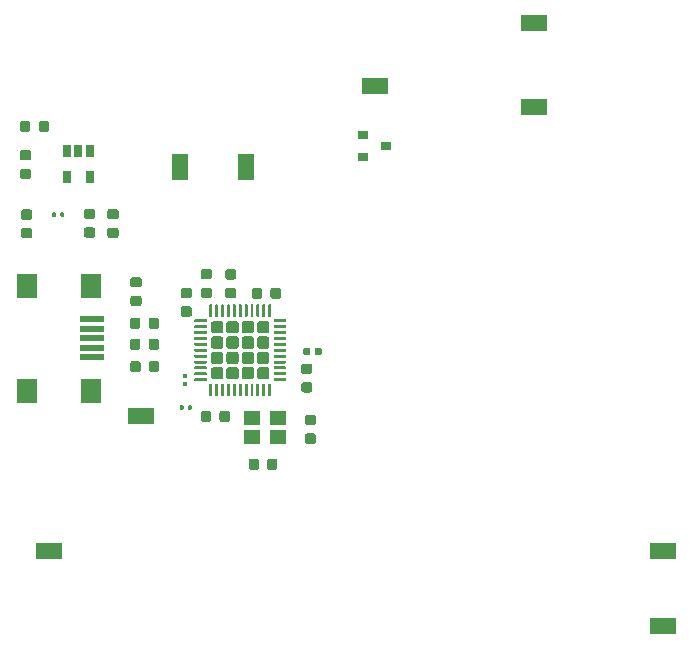
<source format=gbr>
G04 #@! TF.GenerationSoftware,KiCad,Pcbnew,5.0.1*
G04 #@! TF.CreationDate,2019-03-15T13:32:49+13:00*
G04 #@! TF.ProjectId,_autosave-baseBoard,5F6175746F736176652D62617365426F,rev?*
G04 #@! TF.SameCoordinates,Original*
G04 #@! TF.FileFunction,Paste,Top*
G04 #@! TF.FilePolarity,Positive*
%FSLAX46Y46*%
G04 Gerber Fmt 4.6, Leading zero omitted, Abs format (unit mm)*
G04 Created by KiCad (PCBNEW 5.0.1) date Fri 15 Mar 2019 01:32:49 PM NZDT*
%MOMM*%
%LPD*%
G01*
G04 APERTURE LIST*
%ADD10C,0.100000*%
%ADD11C,0.590000*%
%ADD12C,0.875000*%
%ADD13R,0.650000X1.060000*%
%ADD14R,2.000000X0.500000*%
%ADD15R,1.700000X2.000000*%
%ADD16R,0.900000X0.800000*%
%ADD17C,0.318000*%
%ADD18R,1.400000X2.200000*%
%ADD19R,2.200000X1.400000*%
%ADD20C,1.050000*%
%ADD21C,0.250000*%
%ADD22R,1.400000X1.150000*%
G04 APERTURE END LIST*
D10*
G04 #@! TO.C,FB1*
G36*
X124871958Y-88430710D02*
X124886276Y-88432834D01*
X124900317Y-88436351D01*
X124913946Y-88441228D01*
X124927031Y-88447417D01*
X124939447Y-88454858D01*
X124951073Y-88463481D01*
X124961798Y-88473202D01*
X124971519Y-88483927D01*
X124980142Y-88495553D01*
X124987583Y-88507969D01*
X124993772Y-88521054D01*
X124998649Y-88534683D01*
X125002166Y-88548724D01*
X125004290Y-88563042D01*
X125005000Y-88577500D01*
X125005000Y-88922500D01*
X125004290Y-88936958D01*
X125002166Y-88951276D01*
X124998649Y-88965317D01*
X124993772Y-88978946D01*
X124987583Y-88992031D01*
X124980142Y-89004447D01*
X124971519Y-89016073D01*
X124961798Y-89026798D01*
X124951073Y-89036519D01*
X124939447Y-89045142D01*
X124927031Y-89052583D01*
X124913946Y-89058772D01*
X124900317Y-89063649D01*
X124886276Y-89067166D01*
X124871958Y-89069290D01*
X124857500Y-89070000D01*
X124562500Y-89070000D01*
X124548042Y-89069290D01*
X124533724Y-89067166D01*
X124519683Y-89063649D01*
X124506054Y-89058772D01*
X124492969Y-89052583D01*
X124480553Y-89045142D01*
X124468927Y-89036519D01*
X124458202Y-89026798D01*
X124448481Y-89016073D01*
X124439858Y-89004447D01*
X124432417Y-88992031D01*
X124426228Y-88978946D01*
X124421351Y-88965317D01*
X124417834Y-88951276D01*
X124415710Y-88936958D01*
X124415000Y-88922500D01*
X124415000Y-88577500D01*
X124415710Y-88563042D01*
X124417834Y-88548724D01*
X124421351Y-88534683D01*
X124426228Y-88521054D01*
X124432417Y-88507969D01*
X124439858Y-88495553D01*
X124448481Y-88483927D01*
X124458202Y-88473202D01*
X124468927Y-88463481D01*
X124480553Y-88454858D01*
X124492969Y-88447417D01*
X124506054Y-88441228D01*
X124519683Y-88436351D01*
X124533724Y-88432834D01*
X124548042Y-88430710D01*
X124562500Y-88430000D01*
X124857500Y-88430000D01*
X124871958Y-88430710D01*
X124871958Y-88430710D01*
G37*
D11*
X124710000Y-88750000D03*
D10*
G36*
X123901958Y-88430710D02*
X123916276Y-88432834D01*
X123930317Y-88436351D01*
X123943946Y-88441228D01*
X123957031Y-88447417D01*
X123969447Y-88454858D01*
X123981073Y-88463481D01*
X123991798Y-88473202D01*
X124001519Y-88483927D01*
X124010142Y-88495553D01*
X124017583Y-88507969D01*
X124023772Y-88521054D01*
X124028649Y-88534683D01*
X124032166Y-88548724D01*
X124034290Y-88563042D01*
X124035000Y-88577500D01*
X124035000Y-88922500D01*
X124034290Y-88936958D01*
X124032166Y-88951276D01*
X124028649Y-88965317D01*
X124023772Y-88978946D01*
X124017583Y-88992031D01*
X124010142Y-89004447D01*
X124001519Y-89016073D01*
X123991798Y-89026798D01*
X123981073Y-89036519D01*
X123969447Y-89045142D01*
X123957031Y-89052583D01*
X123943946Y-89058772D01*
X123930317Y-89063649D01*
X123916276Y-89067166D01*
X123901958Y-89069290D01*
X123887500Y-89070000D01*
X123592500Y-89070000D01*
X123578042Y-89069290D01*
X123563724Y-89067166D01*
X123549683Y-89063649D01*
X123536054Y-89058772D01*
X123522969Y-89052583D01*
X123510553Y-89045142D01*
X123498927Y-89036519D01*
X123488202Y-89026798D01*
X123478481Y-89016073D01*
X123469858Y-89004447D01*
X123462417Y-88992031D01*
X123456228Y-88978946D01*
X123451351Y-88965317D01*
X123447834Y-88951276D01*
X123445710Y-88936958D01*
X123445000Y-88922500D01*
X123445000Y-88577500D01*
X123445710Y-88563042D01*
X123447834Y-88548724D01*
X123451351Y-88534683D01*
X123456228Y-88521054D01*
X123462417Y-88507969D01*
X123469858Y-88495553D01*
X123478481Y-88483927D01*
X123488202Y-88473202D01*
X123498927Y-88463481D01*
X123510553Y-88454858D01*
X123522969Y-88447417D01*
X123536054Y-88441228D01*
X123549683Y-88436351D01*
X123563724Y-88432834D01*
X123578042Y-88430710D01*
X123592500Y-88430000D01*
X123887500Y-88430000D01*
X123901958Y-88430710D01*
X123901958Y-88430710D01*
G37*
D11*
X123740000Y-88750000D03*
G04 #@! TD*
D10*
G04 #@! TO.C,C9*
G36*
X107613011Y-76693093D02*
X107634246Y-76696243D01*
X107655070Y-76701459D01*
X107675282Y-76708691D01*
X107694688Y-76717870D01*
X107713101Y-76728906D01*
X107730344Y-76741694D01*
X107746250Y-76756110D01*
X107760666Y-76772016D01*
X107773454Y-76789259D01*
X107784490Y-76807672D01*
X107793669Y-76827078D01*
X107800901Y-76847290D01*
X107806117Y-76868114D01*
X107809267Y-76889349D01*
X107810320Y-76910790D01*
X107810320Y-77348290D01*
X107809267Y-77369731D01*
X107806117Y-77390966D01*
X107800901Y-77411790D01*
X107793669Y-77432002D01*
X107784490Y-77451408D01*
X107773454Y-77469821D01*
X107760666Y-77487064D01*
X107746250Y-77502970D01*
X107730344Y-77517386D01*
X107713101Y-77530174D01*
X107694688Y-77541210D01*
X107675282Y-77550389D01*
X107655070Y-77557621D01*
X107634246Y-77562837D01*
X107613011Y-77565987D01*
X107591570Y-77567040D01*
X107079070Y-77567040D01*
X107057629Y-77565987D01*
X107036394Y-77562837D01*
X107015570Y-77557621D01*
X106995358Y-77550389D01*
X106975952Y-77541210D01*
X106957539Y-77530174D01*
X106940296Y-77517386D01*
X106924390Y-77502970D01*
X106909974Y-77487064D01*
X106897186Y-77469821D01*
X106886150Y-77451408D01*
X106876971Y-77432002D01*
X106869739Y-77411790D01*
X106864523Y-77390966D01*
X106861373Y-77369731D01*
X106860320Y-77348290D01*
X106860320Y-76910790D01*
X106861373Y-76889349D01*
X106864523Y-76868114D01*
X106869739Y-76847290D01*
X106876971Y-76827078D01*
X106886150Y-76807672D01*
X106897186Y-76789259D01*
X106909974Y-76772016D01*
X106924390Y-76756110D01*
X106940296Y-76741694D01*
X106957539Y-76728906D01*
X106975952Y-76717870D01*
X106995358Y-76708691D01*
X107015570Y-76701459D01*
X107036394Y-76696243D01*
X107057629Y-76693093D01*
X107079070Y-76692040D01*
X107591570Y-76692040D01*
X107613011Y-76693093D01*
X107613011Y-76693093D01*
G37*
D12*
X107335320Y-77129540D03*
D10*
G36*
X107613011Y-78268093D02*
X107634246Y-78271243D01*
X107655070Y-78276459D01*
X107675282Y-78283691D01*
X107694688Y-78292870D01*
X107713101Y-78303906D01*
X107730344Y-78316694D01*
X107746250Y-78331110D01*
X107760666Y-78347016D01*
X107773454Y-78364259D01*
X107784490Y-78382672D01*
X107793669Y-78402078D01*
X107800901Y-78422290D01*
X107806117Y-78443114D01*
X107809267Y-78464349D01*
X107810320Y-78485790D01*
X107810320Y-78923290D01*
X107809267Y-78944731D01*
X107806117Y-78965966D01*
X107800901Y-78986790D01*
X107793669Y-79007002D01*
X107784490Y-79026408D01*
X107773454Y-79044821D01*
X107760666Y-79062064D01*
X107746250Y-79077970D01*
X107730344Y-79092386D01*
X107713101Y-79105174D01*
X107694688Y-79116210D01*
X107675282Y-79125389D01*
X107655070Y-79132621D01*
X107634246Y-79137837D01*
X107613011Y-79140987D01*
X107591570Y-79142040D01*
X107079070Y-79142040D01*
X107057629Y-79140987D01*
X107036394Y-79137837D01*
X107015570Y-79132621D01*
X106995358Y-79125389D01*
X106975952Y-79116210D01*
X106957539Y-79105174D01*
X106940296Y-79092386D01*
X106924390Y-79077970D01*
X106909974Y-79062064D01*
X106897186Y-79044821D01*
X106886150Y-79026408D01*
X106876971Y-79007002D01*
X106869739Y-78986790D01*
X106864523Y-78965966D01*
X106861373Y-78944731D01*
X106860320Y-78923290D01*
X106860320Y-78485790D01*
X106861373Y-78464349D01*
X106864523Y-78443114D01*
X106869739Y-78422290D01*
X106876971Y-78402078D01*
X106886150Y-78382672D01*
X106897186Y-78364259D01*
X106909974Y-78347016D01*
X106924390Y-78331110D01*
X106940296Y-78316694D01*
X106957539Y-78303906D01*
X106975952Y-78292870D01*
X106995358Y-78283691D01*
X107015570Y-78276459D01*
X107036394Y-78271243D01*
X107057629Y-78268093D01*
X107079070Y-78267040D01*
X107591570Y-78267040D01*
X107613011Y-78268093D01*
X107613011Y-78268093D01*
G37*
D12*
X107335320Y-78704540D03*
G04 #@! TD*
D13*
G04 #@! TO.C,REG5V*
X105360000Y-71760000D03*
X104410000Y-71760000D03*
X103460000Y-71760000D03*
X103460000Y-73960000D03*
X105360000Y-73960000D03*
G04 #@! TD*
D10*
G04 #@! TO.C,C0*
G36*
X100152691Y-69226053D02*
X100173926Y-69229203D01*
X100194750Y-69234419D01*
X100214962Y-69241651D01*
X100234368Y-69250830D01*
X100252781Y-69261866D01*
X100270024Y-69274654D01*
X100285930Y-69289070D01*
X100300346Y-69304976D01*
X100313134Y-69322219D01*
X100324170Y-69340632D01*
X100333349Y-69360038D01*
X100340581Y-69380250D01*
X100345797Y-69401074D01*
X100348947Y-69422309D01*
X100350000Y-69443750D01*
X100350000Y-69956250D01*
X100348947Y-69977691D01*
X100345797Y-69998926D01*
X100340581Y-70019750D01*
X100333349Y-70039962D01*
X100324170Y-70059368D01*
X100313134Y-70077781D01*
X100300346Y-70095024D01*
X100285930Y-70110930D01*
X100270024Y-70125346D01*
X100252781Y-70138134D01*
X100234368Y-70149170D01*
X100214962Y-70158349D01*
X100194750Y-70165581D01*
X100173926Y-70170797D01*
X100152691Y-70173947D01*
X100131250Y-70175000D01*
X99693750Y-70175000D01*
X99672309Y-70173947D01*
X99651074Y-70170797D01*
X99630250Y-70165581D01*
X99610038Y-70158349D01*
X99590632Y-70149170D01*
X99572219Y-70138134D01*
X99554976Y-70125346D01*
X99539070Y-70110930D01*
X99524654Y-70095024D01*
X99511866Y-70077781D01*
X99500830Y-70059368D01*
X99491651Y-70039962D01*
X99484419Y-70019750D01*
X99479203Y-69998926D01*
X99476053Y-69977691D01*
X99475000Y-69956250D01*
X99475000Y-69443750D01*
X99476053Y-69422309D01*
X99479203Y-69401074D01*
X99484419Y-69380250D01*
X99491651Y-69360038D01*
X99500830Y-69340632D01*
X99511866Y-69322219D01*
X99524654Y-69304976D01*
X99539070Y-69289070D01*
X99554976Y-69274654D01*
X99572219Y-69261866D01*
X99590632Y-69250830D01*
X99610038Y-69241651D01*
X99630250Y-69234419D01*
X99651074Y-69229203D01*
X99672309Y-69226053D01*
X99693750Y-69225000D01*
X100131250Y-69225000D01*
X100152691Y-69226053D01*
X100152691Y-69226053D01*
G37*
D12*
X99912500Y-69700000D03*
D10*
G36*
X101727691Y-69226053D02*
X101748926Y-69229203D01*
X101769750Y-69234419D01*
X101789962Y-69241651D01*
X101809368Y-69250830D01*
X101827781Y-69261866D01*
X101845024Y-69274654D01*
X101860930Y-69289070D01*
X101875346Y-69304976D01*
X101888134Y-69322219D01*
X101899170Y-69340632D01*
X101908349Y-69360038D01*
X101915581Y-69380250D01*
X101920797Y-69401074D01*
X101923947Y-69422309D01*
X101925000Y-69443750D01*
X101925000Y-69956250D01*
X101923947Y-69977691D01*
X101920797Y-69998926D01*
X101915581Y-70019750D01*
X101908349Y-70039962D01*
X101899170Y-70059368D01*
X101888134Y-70077781D01*
X101875346Y-70095024D01*
X101860930Y-70110930D01*
X101845024Y-70125346D01*
X101827781Y-70138134D01*
X101809368Y-70149170D01*
X101789962Y-70158349D01*
X101769750Y-70165581D01*
X101748926Y-70170797D01*
X101727691Y-70173947D01*
X101706250Y-70175000D01*
X101268750Y-70175000D01*
X101247309Y-70173947D01*
X101226074Y-70170797D01*
X101205250Y-70165581D01*
X101185038Y-70158349D01*
X101165632Y-70149170D01*
X101147219Y-70138134D01*
X101129976Y-70125346D01*
X101114070Y-70110930D01*
X101099654Y-70095024D01*
X101086866Y-70077781D01*
X101075830Y-70059368D01*
X101066651Y-70039962D01*
X101059419Y-70019750D01*
X101054203Y-69998926D01*
X101051053Y-69977691D01*
X101050000Y-69956250D01*
X101050000Y-69443750D01*
X101051053Y-69422309D01*
X101054203Y-69401074D01*
X101059419Y-69380250D01*
X101066651Y-69360038D01*
X101075830Y-69340632D01*
X101086866Y-69322219D01*
X101099654Y-69304976D01*
X101114070Y-69289070D01*
X101129976Y-69274654D01*
X101147219Y-69261866D01*
X101165632Y-69250830D01*
X101185038Y-69241651D01*
X101205250Y-69234419D01*
X101226074Y-69229203D01*
X101247309Y-69226053D01*
X101268750Y-69225000D01*
X101706250Y-69225000D01*
X101727691Y-69226053D01*
X101727691Y-69226053D01*
G37*
D12*
X101487500Y-69700000D03*
G04 #@! TD*
D10*
G04 #@! TO.C,C1*
G36*
X100197691Y-73281053D02*
X100218926Y-73284203D01*
X100239750Y-73289419D01*
X100259962Y-73296651D01*
X100279368Y-73305830D01*
X100297781Y-73316866D01*
X100315024Y-73329654D01*
X100330930Y-73344070D01*
X100345346Y-73359976D01*
X100358134Y-73377219D01*
X100369170Y-73395632D01*
X100378349Y-73415038D01*
X100385581Y-73435250D01*
X100390797Y-73456074D01*
X100393947Y-73477309D01*
X100395000Y-73498750D01*
X100395000Y-73936250D01*
X100393947Y-73957691D01*
X100390797Y-73978926D01*
X100385581Y-73999750D01*
X100378349Y-74019962D01*
X100369170Y-74039368D01*
X100358134Y-74057781D01*
X100345346Y-74075024D01*
X100330930Y-74090930D01*
X100315024Y-74105346D01*
X100297781Y-74118134D01*
X100279368Y-74129170D01*
X100259962Y-74138349D01*
X100239750Y-74145581D01*
X100218926Y-74150797D01*
X100197691Y-74153947D01*
X100176250Y-74155000D01*
X99663750Y-74155000D01*
X99642309Y-74153947D01*
X99621074Y-74150797D01*
X99600250Y-74145581D01*
X99580038Y-74138349D01*
X99560632Y-74129170D01*
X99542219Y-74118134D01*
X99524976Y-74105346D01*
X99509070Y-74090930D01*
X99494654Y-74075024D01*
X99481866Y-74057781D01*
X99470830Y-74039368D01*
X99461651Y-74019962D01*
X99454419Y-73999750D01*
X99449203Y-73978926D01*
X99446053Y-73957691D01*
X99445000Y-73936250D01*
X99445000Y-73498750D01*
X99446053Y-73477309D01*
X99449203Y-73456074D01*
X99454419Y-73435250D01*
X99461651Y-73415038D01*
X99470830Y-73395632D01*
X99481866Y-73377219D01*
X99494654Y-73359976D01*
X99509070Y-73344070D01*
X99524976Y-73329654D01*
X99542219Y-73316866D01*
X99560632Y-73305830D01*
X99580038Y-73296651D01*
X99600250Y-73289419D01*
X99621074Y-73284203D01*
X99642309Y-73281053D01*
X99663750Y-73280000D01*
X100176250Y-73280000D01*
X100197691Y-73281053D01*
X100197691Y-73281053D01*
G37*
D12*
X99920000Y-73717500D03*
D10*
G36*
X100197691Y-71706053D02*
X100218926Y-71709203D01*
X100239750Y-71714419D01*
X100259962Y-71721651D01*
X100279368Y-71730830D01*
X100297781Y-71741866D01*
X100315024Y-71754654D01*
X100330930Y-71769070D01*
X100345346Y-71784976D01*
X100358134Y-71802219D01*
X100369170Y-71820632D01*
X100378349Y-71840038D01*
X100385581Y-71860250D01*
X100390797Y-71881074D01*
X100393947Y-71902309D01*
X100395000Y-71923750D01*
X100395000Y-72361250D01*
X100393947Y-72382691D01*
X100390797Y-72403926D01*
X100385581Y-72424750D01*
X100378349Y-72444962D01*
X100369170Y-72464368D01*
X100358134Y-72482781D01*
X100345346Y-72500024D01*
X100330930Y-72515930D01*
X100315024Y-72530346D01*
X100297781Y-72543134D01*
X100279368Y-72554170D01*
X100259962Y-72563349D01*
X100239750Y-72570581D01*
X100218926Y-72575797D01*
X100197691Y-72578947D01*
X100176250Y-72580000D01*
X99663750Y-72580000D01*
X99642309Y-72578947D01*
X99621074Y-72575797D01*
X99600250Y-72570581D01*
X99580038Y-72563349D01*
X99560632Y-72554170D01*
X99542219Y-72543134D01*
X99524976Y-72530346D01*
X99509070Y-72515930D01*
X99494654Y-72500024D01*
X99481866Y-72482781D01*
X99470830Y-72464368D01*
X99461651Y-72444962D01*
X99454419Y-72424750D01*
X99449203Y-72403926D01*
X99446053Y-72382691D01*
X99445000Y-72361250D01*
X99445000Y-71923750D01*
X99446053Y-71902309D01*
X99449203Y-71881074D01*
X99454419Y-71860250D01*
X99461651Y-71840038D01*
X99470830Y-71820632D01*
X99481866Y-71802219D01*
X99494654Y-71784976D01*
X99509070Y-71769070D01*
X99524976Y-71754654D01*
X99542219Y-71741866D01*
X99560632Y-71730830D01*
X99580038Y-71721651D01*
X99600250Y-71714419D01*
X99621074Y-71709203D01*
X99642309Y-71706053D01*
X99663750Y-71705000D01*
X100176250Y-71705000D01*
X100197691Y-71706053D01*
X100197691Y-71706053D01*
G37*
D12*
X99920000Y-72142500D03*
G04 #@! TD*
D10*
G04 #@! TO.C,C2*
G36*
X105637691Y-76666053D02*
X105658926Y-76669203D01*
X105679750Y-76674419D01*
X105699962Y-76681651D01*
X105719368Y-76690830D01*
X105737781Y-76701866D01*
X105755024Y-76714654D01*
X105770930Y-76729070D01*
X105785346Y-76744976D01*
X105798134Y-76762219D01*
X105809170Y-76780632D01*
X105818349Y-76800038D01*
X105825581Y-76820250D01*
X105830797Y-76841074D01*
X105833947Y-76862309D01*
X105835000Y-76883750D01*
X105835000Y-77321250D01*
X105833947Y-77342691D01*
X105830797Y-77363926D01*
X105825581Y-77384750D01*
X105818349Y-77404962D01*
X105809170Y-77424368D01*
X105798134Y-77442781D01*
X105785346Y-77460024D01*
X105770930Y-77475930D01*
X105755024Y-77490346D01*
X105737781Y-77503134D01*
X105719368Y-77514170D01*
X105699962Y-77523349D01*
X105679750Y-77530581D01*
X105658926Y-77535797D01*
X105637691Y-77538947D01*
X105616250Y-77540000D01*
X105103750Y-77540000D01*
X105082309Y-77538947D01*
X105061074Y-77535797D01*
X105040250Y-77530581D01*
X105020038Y-77523349D01*
X105000632Y-77514170D01*
X104982219Y-77503134D01*
X104964976Y-77490346D01*
X104949070Y-77475930D01*
X104934654Y-77460024D01*
X104921866Y-77442781D01*
X104910830Y-77424368D01*
X104901651Y-77404962D01*
X104894419Y-77384750D01*
X104889203Y-77363926D01*
X104886053Y-77342691D01*
X104885000Y-77321250D01*
X104885000Y-76883750D01*
X104886053Y-76862309D01*
X104889203Y-76841074D01*
X104894419Y-76820250D01*
X104901651Y-76800038D01*
X104910830Y-76780632D01*
X104921866Y-76762219D01*
X104934654Y-76744976D01*
X104949070Y-76729070D01*
X104964976Y-76714654D01*
X104982219Y-76701866D01*
X105000632Y-76690830D01*
X105020038Y-76681651D01*
X105040250Y-76674419D01*
X105061074Y-76669203D01*
X105082309Y-76666053D01*
X105103750Y-76665000D01*
X105616250Y-76665000D01*
X105637691Y-76666053D01*
X105637691Y-76666053D01*
G37*
D12*
X105360000Y-77102500D03*
D10*
G36*
X105637691Y-78241053D02*
X105658926Y-78244203D01*
X105679750Y-78249419D01*
X105699962Y-78256651D01*
X105719368Y-78265830D01*
X105737781Y-78276866D01*
X105755024Y-78289654D01*
X105770930Y-78304070D01*
X105785346Y-78319976D01*
X105798134Y-78337219D01*
X105809170Y-78355632D01*
X105818349Y-78375038D01*
X105825581Y-78395250D01*
X105830797Y-78416074D01*
X105833947Y-78437309D01*
X105835000Y-78458750D01*
X105835000Y-78896250D01*
X105833947Y-78917691D01*
X105830797Y-78938926D01*
X105825581Y-78959750D01*
X105818349Y-78979962D01*
X105809170Y-78999368D01*
X105798134Y-79017781D01*
X105785346Y-79035024D01*
X105770930Y-79050930D01*
X105755024Y-79065346D01*
X105737781Y-79078134D01*
X105719368Y-79089170D01*
X105699962Y-79098349D01*
X105679750Y-79105581D01*
X105658926Y-79110797D01*
X105637691Y-79113947D01*
X105616250Y-79115000D01*
X105103750Y-79115000D01*
X105082309Y-79113947D01*
X105061074Y-79110797D01*
X105040250Y-79105581D01*
X105020038Y-79098349D01*
X105000632Y-79089170D01*
X104982219Y-79078134D01*
X104964976Y-79065346D01*
X104949070Y-79050930D01*
X104934654Y-79035024D01*
X104921866Y-79017781D01*
X104910830Y-78999368D01*
X104901651Y-78979962D01*
X104894419Y-78959750D01*
X104889203Y-78938926D01*
X104886053Y-78917691D01*
X104885000Y-78896250D01*
X104885000Y-78458750D01*
X104886053Y-78437309D01*
X104889203Y-78416074D01*
X104894419Y-78395250D01*
X104901651Y-78375038D01*
X104910830Y-78355632D01*
X104921866Y-78337219D01*
X104934654Y-78319976D01*
X104949070Y-78304070D01*
X104964976Y-78289654D01*
X104982219Y-78276866D01*
X105000632Y-78265830D01*
X105020038Y-78256651D01*
X105040250Y-78249419D01*
X105061074Y-78244203D01*
X105082309Y-78241053D01*
X105103750Y-78240000D01*
X105616250Y-78240000D01*
X105637691Y-78241053D01*
X105637691Y-78241053D01*
G37*
D12*
X105360000Y-78677500D03*
G04 #@! TD*
D10*
G04 #@! TO.C,C3*
G36*
X111057691Y-89556053D02*
X111078926Y-89559203D01*
X111099750Y-89564419D01*
X111119962Y-89571651D01*
X111139368Y-89580830D01*
X111157781Y-89591866D01*
X111175024Y-89604654D01*
X111190930Y-89619070D01*
X111205346Y-89634976D01*
X111218134Y-89652219D01*
X111229170Y-89670632D01*
X111238349Y-89690038D01*
X111245581Y-89710250D01*
X111250797Y-89731074D01*
X111253947Y-89752309D01*
X111255000Y-89773750D01*
X111255000Y-90286250D01*
X111253947Y-90307691D01*
X111250797Y-90328926D01*
X111245581Y-90349750D01*
X111238349Y-90369962D01*
X111229170Y-90389368D01*
X111218134Y-90407781D01*
X111205346Y-90425024D01*
X111190930Y-90440930D01*
X111175024Y-90455346D01*
X111157781Y-90468134D01*
X111139368Y-90479170D01*
X111119962Y-90488349D01*
X111099750Y-90495581D01*
X111078926Y-90500797D01*
X111057691Y-90503947D01*
X111036250Y-90505000D01*
X110598750Y-90505000D01*
X110577309Y-90503947D01*
X110556074Y-90500797D01*
X110535250Y-90495581D01*
X110515038Y-90488349D01*
X110495632Y-90479170D01*
X110477219Y-90468134D01*
X110459976Y-90455346D01*
X110444070Y-90440930D01*
X110429654Y-90425024D01*
X110416866Y-90407781D01*
X110405830Y-90389368D01*
X110396651Y-90369962D01*
X110389419Y-90349750D01*
X110384203Y-90328926D01*
X110381053Y-90307691D01*
X110380000Y-90286250D01*
X110380000Y-89773750D01*
X110381053Y-89752309D01*
X110384203Y-89731074D01*
X110389419Y-89710250D01*
X110396651Y-89690038D01*
X110405830Y-89670632D01*
X110416866Y-89652219D01*
X110429654Y-89634976D01*
X110444070Y-89619070D01*
X110459976Y-89604654D01*
X110477219Y-89591866D01*
X110495632Y-89580830D01*
X110515038Y-89571651D01*
X110535250Y-89564419D01*
X110556074Y-89559203D01*
X110577309Y-89556053D01*
X110598750Y-89555000D01*
X111036250Y-89555000D01*
X111057691Y-89556053D01*
X111057691Y-89556053D01*
G37*
D12*
X110817500Y-90030000D03*
D10*
G36*
X109482691Y-89556053D02*
X109503926Y-89559203D01*
X109524750Y-89564419D01*
X109544962Y-89571651D01*
X109564368Y-89580830D01*
X109582781Y-89591866D01*
X109600024Y-89604654D01*
X109615930Y-89619070D01*
X109630346Y-89634976D01*
X109643134Y-89652219D01*
X109654170Y-89670632D01*
X109663349Y-89690038D01*
X109670581Y-89710250D01*
X109675797Y-89731074D01*
X109678947Y-89752309D01*
X109680000Y-89773750D01*
X109680000Y-90286250D01*
X109678947Y-90307691D01*
X109675797Y-90328926D01*
X109670581Y-90349750D01*
X109663349Y-90369962D01*
X109654170Y-90389368D01*
X109643134Y-90407781D01*
X109630346Y-90425024D01*
X109615930Y-90440930D01*
X109600024Y-90455346D01*
X109582781Y-90468134D01*
X109564368Y-90479170D01*
X109544962Y-90488349D01*
X109524750Y-90495581D01*
X109503926Y-90500797D01*
X109482691Y-90503947D01*
X109461250Y-90505000D01*
X109023750Y-90505000D01*
X109002309Y-90503947D01*
X108981074Y-90500797D01*
X108960250Y-90495581D01*
X108940038Y-90488349D01*
X108920632Y-90479170D01*
X108902219Y-90468134D01*
X108884976Y-90455346D01*
X108869070Y-90440930D01*
X108854654Y-90425024D01*
X108841866Y-90407781D01*
X108830830Y-90389368D01*
X108821651Y-90369962D01*
X108814419Y-90349750D01*
X108809203Y-90328926D01*
X108806053Y-90307691D01*
X108805000Y-90286250D01*
X108805000Y-89773750D01*
X108806053Y-89752309D01*
X108809203Y-89731074D01*
X108814419Y-89710250D01*
X108821651Y-89690038D01*
X108830830Y-89670632D01*
X108841866Y-89652219D01*
X108854654Y-89634976D01*
X108869070Y-89619070D01*
X108884976Y-89604654D01*
X108902219Y-89591866D01*
X108920632Y-89580830D01*
X108940038Y-89571651D01*
X108960250Y-89564419D01*
X108981074Y-89559203D01*
X109002309Y-89556053D01*
X109023750Y-89555000D01*
X109461250Y-89555000D01*
X109482691Y-89556053D01*
X109482691Y-89556053D01*
G37*
D12*
X109242500Y-90030000D03*
G04 #@! TD*
D10*
G04 #@! TO.C,C4*
G36*
X109567691Y-84031053D02*
X109588926Y-84034203D01*
X109609750Y-84039419D01*
X109629962Y-84046651D01*
X109649368Y-84055830D01*
X109667781Y-84066866D01*
X109685024Y-84079654D01*
X109700930Y-84094070D01*
X109715346Y-84109976D01*
X109728134Y-84127219D01*
X109739170Y-84145632D01*
X109748349Y-84165038D01*
X109755581Y-84185250D01*
X109760797Y-84206074D01*
X109763947Y-84227309D01*
X109765000Y-84248750D01*
X109765000Y-84686250D01*
X109763947Y-84707691D01*
X109760797Y-84728926D01*
X109755581Y-84749750D01*
X109748349Y-84769962D01*
X109739170Y-84789368D01*
X109728134Y-84807781D01*
X109715346Y-84825024D01*
X109700930Y-84840930D01*
X109685024Y-84855346D01*
X109667781Y-84868134D01*
X109649368Y-84879170D01*
X109629962Y-84888349D01*
X109609750Y-84895581D01*
X109588926Y-84900797D01*
X109567691Y-84903947D01*
X109546250Y-84905000D01*
X109033750Y-84905000D01*
X109012309Y-84903947D01*
X108991074Y-84900797D01*
X108970250Y-84895581D01*
X108950038Y-84888349D01*
X108930632Y-84879170D01*
X108912219Y-84868134D01*
X108894976Y-84855346D01*
X108879070Y-84840930D01*
X108864654Y-84825024D01*
X108851866Y-84807781D01*
X108840830Y-84789368D01*
X108831651Y-84769962D01*
X108824419Y-84749750D01*
X108819203Y-84728926D01*
X108816053Y-84707691D01*
X108815000Y-84686250D01*
X108815000Y-84248750D01*
X108816053Y-84227309D01*
X108819203Y-84206074D01*
X108824419Y-84185250D01*
X108831651Y-84165038D01*
X108840830Y-84145632D01*
X108851866Y-84127219D01*
X108864654Y-84109976D01*
X108879070Y-84094070D01*
X108894976Y-84079654D01*
X108912219Y-84066866D01*
X108930632Y-84055830D01*
X108950038Y-84046651D01*
X108970250Y-84039419D01*
X108991074Y-84034203D01*
X109012309Y-84031053D01*
X109033750Y-84030000D01*
X109546250Y-84030000D01*
X109567691Y-84031053D01*
X109567691Y-84031053D01*
G37*
D12*
X109290000Y-84467500D03*
D10*
G36*
X109567691Y-82456053D02*
X109588926Y-82459203D01*
X109609750Y-82464419D01*
X109629962Y-82471651D01*
X109649368Y-82480830D01*
X109667781Y-82491866D01*
X109685024Y-82504654D01*
X109700930Y-82519070D01*
X109715346Y-82534976D01*
X109728134Y-82552219D01*
X109739170Y-82570632D01*
X109748349Y-82590038D01*
X109755581Y-82610250D01*
X109760797Y-82631074D01*
X109763947Y-82652309D01*
X109765000Y-82673750D01*
X109765000Y-83111250D01*
X109763947Y-83132691D01*
X109760797Y-83153926D01*
X109755581Y-83174750D01*
X109748349Y-83194962D01*
X109739170Y-83214368D01*
X109728134Y-83232781D01*
X109715346Y-83250024D01*
X109700930Y-83265930D01*
X109685024Y-83280346D01*
X109667781Y-83293134D01*
X109649368Y-83304170D01*
X109629962Y-83313349D01*
X109609750Y-83320581D01*
X109588926Y-83325797D01*
X109567691Y-83328947D01*
X109546250Y-83330000D01*
X109033750Y-83330000D01*
X109012309Y-83328947D01*
X108991074Y-83325797D01*
X108970250Y-83320581D01*
X108950038Y-83313349D01*
X108930632Y-83304170D01*
X108912219Y-83293134D01*
X108894976Y-83280346D01*
X108879070Y-83265930D01*
X108864654Y-83250024D01*
X108851866Y-83232781D01*
X108840830Y-83214368D01*
X108831651Y-83194962D01*
X108824419Y-83174750D01*
X108819203Y-83153926D01*
X108816053Y-83132691D01*
X108815000Y-83111250D01*
X108815000Y-82673750D01*
X108816053Y-82652309D01*
X108819203Y-82631074D01*
X108824419Y-82610250D01*
X108831651Y-82590038D01*
X108840830Y-82570632D01*
X108851866Y-82552219D01*
X108864654Y-82534976D01*
X108879070Y-82519070D01*
X108894976Y-82504654D01*
X108912219Y-82491866D01*
X108930632Y-82480830D01*
X108950038Y-82471651D01*
X108970250Y-82464419D01*
X108991074Y-82459203D01*
X109012309Y-82456053D01*
X109033750Y-82455000D01*
X109546250Y-82455000D01*
X109567691Y-82456053D01*
X109567691Y-82456053D01*
G37*
D12*
X109290000Y-82892500D03*
G04 #@! TD*
D10*
G04 #@! TO.C,C5*
G36*
X124027691Y-91351053D02*
X124048926Y-91354203D01*
X124069750Y-91359419D01*
X124089962Y-91366651D01*
X124109368Y-91375830D01*
X124127781Y-91386866D01*
X124145024Y-91399654D01*
X124160930Y-91414070D01*
X124175346Y-91429976D01*
X124188134Y-91447219D01*
X124199170Y-91465632D01*
X124208349Y-91485038D01*
X124215581Y-91505250D01*
X124220797Y-91526074D01*
X124223947Y-91547309D01*
X124225000Y-91568750D01*
X124225000Y-92006250D01*
X124223947Y-92027691D01*
X124220797Y-92048926D01*
X124215581Y-92069750D01*
X124208349Y-92089962D01*
X124199170Y-92109368D01*
X124188134Y-92127781D01*
X124175346Y-92145024D01*
X124160930Y-92160930D01*
X124145024Y-92175346D01*
X124127781Y-92188134D01*
X124109368Y-92199170D01*
X124089962Y-92208349D01*
X124069750Y-92215581D01*
X124048926Y-92220797D01*
X124027691Y-92223947D01*
X124006250Y-92225000D01*
X123493750Y-92225000D01*
X123472309Y-92223947D01*
X123451074Y-92220797D01*
X123430250Y-92215581D01*
X123410038Y-92208349D01*
X123390632Y-92199170D01*
X123372219Y-92188134D01*
X123354976Y-92175346D01*
X123339070Y-92160930D01*
X123324654Y-92145024D01*
X123311866Y-92127781D01*
X123300830Y-92109368D01*
X123291651Y-92089962D01*
X123284419Y-92069750D01*
X123279203Y-92048926D01*
X123276053Y-92027691D01*
X123275000Y-92006250D01*
X123275000Y-91568750D01*
X123276053Y-91547309D01*
X123279203Y-91526074D01*
X123284419Y-91505250D01*
X123291651Y-91485038D01*
X123300830Y-91465632D01*
X123311866Y-91447219D01*
X123324654Y-91429976D01*
X123339070Y-91414070D01*
X123354976Y-91399654D01*
X123372219Y-91386866D01*
X123390632Y-91375830D01*
X123410038Y-91366651D01*
X123430250Y-91359419D01*
X123451074Y-91354203D01*
X123472309Y-91351053D01*
X123493750Y-91350000D01*
X124006250Y-91350000D01*
X124027691Y-91351053D01*
X124027691Y-91351053D01*
G37*
D12*
X123750000Y-91787500D03*
D10*
G36*
X124027691Y-89776053D02*
X124048926Y-89779203D01*
X124069750Y-89784419D01*
X124089962Y-89791651D01*
X124109368Y-89800830D01*
X124127781Y-89811866D01*
X124145024Y-89824654D01*
X124160930Y-89839070D01*
X124175346Y-89854976D01*
X124188134Y-89872219D01*
X124199170Y-89890632D01*
X124208349Y-89910038D01*
X124215581Y-89930250D01*
X124220797Y-89951074D01*
X124223947Y-89972309D01*
X124225000Y-89993750D01*
X124225000Y-90431250D01*
X124223947Y-90452691D01*
X124220797Y-90473926D01*
X124215581Y-90494750D01*
X124208349Y-90514962D01*
X124199170Y-90534368D01*
X124188134Y-90552781D01*
X124175346Y-90570024D01*
X124160930Y-90585930D01*
X124145024Y-90600346D01*
X124127781Y-90613134D01*
X124109368Y-90624170D01*
X124089962Y-90633349D01*
X124069750Y-90640581D01*
X124048926Y-90645797D01*
X124027691Y-90648947D01*
X124006250Y-90650000D01*
X123493750Y-90650000D01*
X123472309Y-90648947D01*
X123451074Y-90645797D01*
X123430250Y-90640581D01*
X123410038Y-90633349D01*
X123390632Y-90624170D01*
X123372219Y-90613134D01*
X123354976Y-90600346D01*
X123339070Y-90585930D01*
X123324654Y-90570024D01*
X123311866Y-90552781D01*
X123300830Y-90534368D01*
X123291651Y-90514962D01*
X123284419Y-90494750D01*
X123279203Y-90473926D01*
X123276053Y-90452691D01*
X123275000Y-90431250D01*
X123275000Y-89993750D01*
X123276053Y-89972309D01*
X123279203Y-89951074D01*
X123284419Y-89930250D01*
X123291651Y-89910038D01*
X123300830Y-89890632D01*
X123311866Y-89872219D01*
X123324654Y-89854976D01*
X123339070Y-89839070D01*
X123354976Y-89824654D01*
X123372219Y-89811866D01*
X123390632Y-89800830D01*
X123410038Y-89791651D01*
X123430250Y-89784419D01*
X123451074Y-89779203D01*
X123472309Y-89776053D01*
X123493750Y-89775000D01*
X124006250Y-89775000D01*
X124027691Y-89776053D01*
X124027691Y-89776053D01*
G37*
D12*
X123750000Y-90212500D03*
G04 #@! TD*
D10*
G04 #@! TO.C,C6*
G36*
X117587691Y-81786053D02*
X117608926Y-81789203D01*
X117629750Y-81794419D01*
X117649962Y-81801651D01*
X117669368Y-81810830D01*
X117687781Y-81821866D01*
X117705024Y-81834654D01*
X117720930Y-81849070D01*
X117735346Y-81864976D01*
X117748134Y-81882219D01*
X117759170Y-81900632D01*
X117768349Y-81920038D01*
X117775581Y-81940250D01*
X117780797Y-81961074D01*
X117783947Y-81982309D01*
X117785000Y-82003750D01*
X117785000Y-82441250D01*
X117783947Y-82462691D01*
X117780797Y-82483926D01*
X117775581Y-82504750D01*
X117768349Y-82524962D01*
X117759170Y-82544368D01*
X117748134Y-82562781D01*
X117735346Y-82580024D01*
X117720930Y-82595930D01*
X117705024Y-82610346D01*
X117687781Y-82623134D01*
X117669368Y-82634170D01*
X117649962Y-82643349D01*
X117629750Y-82650581D01*
X117608926Y-82655797D01*
X117587691Y-82658947D01*
X117566250Y-82660000D01*
X117053750Y-82660000D01*
X117032309Y-82658947D01*
X117011074Y-82655797D01*
X116990250Y-82650581D01*
X116970038Y-82643349D01*
X116950632Y-82634170D01*
X116932219Y-82623134D01*
X116914976Y-82610346D01*
X116899070Y-82595930D01*
X116884654Y-82580024D01*
X116871866Y-82562781D01*
X116860830Y-82544368D01*
X116851651Y-82524962D01*
X116844419Y-82504750D01*
X116839203Y-82483926D01*
X116836053Y-82462691D01*
X116835000Y-82441250D01*
X116835000Y-82003750D01*
X116836053Y-81982309D01*
X116839203Y-81961074D01*
X116844419Y-81940250D01*
X116851651Y-81920038D01*
X116860830Y-81900632D01*
X116871866Y-81882219D01*
X116884654Y-81864976D01*
X116899070Y-81849070D01*
X116914976Y-81834654D01*
X116932219Y-81821866D01*
X116950632Y-81810830D01*
X116970038Y-81801651D01*
X116990250Y-81794419D01*
X117011074Y-81789203D01*
X117032309Y-81786053D01*
X117053750Y-81785000D01*
X117566250Y-81785000D01*
X117587691Y-81786053D01*
X117587691Y-81786053D01*
G37*
D12*
X117310000Y-82222500D03*
D10*
G36*
X117587691Y-83361053D02*
X117608926Y-83364203D01*
X117629750Y-83369419D01*
X117649962Y-83376651D01*
X117669368Y-83385830D01*
X117687781Y-83396866D01*
X117705024Y-83409654D01*
X117720930Y-83424070D01*
X117735346Y-83439976D01*
X117748134Y-83457219D01*
X117759170Y-83475632D01*
X117768349Y-83495038D01*
X117775581Y-83515250D01*
X117780797Y-83536074D01*
X117783947Y-83557309D01*
X117785000Y-83578750D01*
X117785000Y-84016250D01*
X117783947Y-84037691D01*
X117780797Y-84058926D01*
X117775581Y-84079750D01*
X117768349Y-84099962D01*
X117759170Y-84119368D01*
X117748134Y-84137781D01*
X117735346Y-84155024D01*
X117720930Y-84170930D01*
X117705024Y-84185346D01*
X117687781Y-84198134D01*
X117669368Y-84209170D01*
X117649962Y-84218349D01*
X117629750Y-84225581D01*
X117608926Y-84230797D01*
X117587691Y-84233947D01*
X117566250Y-84235000D01*
X117053750Y-84235000D01*
X117032309Y-84233947D01*
X117011074Y-84230797D01*
X116990250Y-84225581D01*
X116970038Y-84218349D01*
X116950632Y-84209170D01*
X116932219Y-84198134D01*
X116914976Y-84185346D01*
X116899070Y-84170930D01*
X116884654Y-84155024D01*
X116871866Y-84137781D01*
X116860830Y-84119368D01*
X116851651Y-84099962D01*
X116844419Y-84079750D01*
X116839203Y-84058926D01*
X116836053Y-84037691D01*
X116835000Y-84016250D01*
X116835000Y-83578750D01*
X116836053Y-83557309D01*
X116839203Y-83536074D01*
X116844419Y-83515250D01*
X116851651Y-83495038D01*
X116860830Y-83475632D01*
X116871866Y-83457219D01*
X116884654Y-83439976D01*
X116899070Y-83424070D01*
X116914976Y-83409654D01*
X116932219Y-83396866D01*
X116950632Y-83385830D01*
X116970038Y-83376651D01*
X116990250Y-83369419D01*
X117011074Y-83364203D01*
X117032309Y-83361053D01*
X117053750Y-83360000D01*
X117566250Y-83360000D01*
X117587691Y-83361053D01*
X117587691Y-83361053D01*
G37*
D12*
X117310000Y-83797500D03*
G04 #@! TD*
D10*
G04 #@! TO.C,C7*
G36*
X124327691Y-95691053D02*
X124348926Y-95694203D01*
X124369750Y-95699419D01*
X124389962Y-95706651D01*
X124409368Y-95715830D01*
X124427781Y-95726866D01*
X124445024Y-95739654D01*
X124460930Y-95754070D01*
X124475346Y-95769976D01*
X124488134Y-95787219D01*
X124499170Y-95805632D01*
X124508349Y-95825038D01*
X124515581Y-95845250D01*
X124520797Y-95866074D01*
X124523947Y-95887309D01*
X124525000Y-95908750D01*
X124525000Y-96346250D01*
X124523947Y-96367691D01*
X124520797Y-96388926D01*
X124515581Y-96409750D01*
X124508349Y-96429962D01*
X124499170Y-96449368D01*
X124488134Y-96467781D01*
X124475346Y-96485024D01*
X124460930Y-96500930D01*
X124445024Y-96515346D01*
X124427781Y-96528134D01*
X124409368Y-96539170D01*
X124389962Y-96548349D01*
X124369750Y-96555581D01*
X124348926Y-96560797D01*
X124327691Y-96563947D01*
X124306250Y-96565000D01*
X123793750Y-96565000D01*
X123772309Y-96563947D01*
X123751074Y-96560797D01*
X123730250Y-96555581D01*
X123710038Y-96548349D01*
X123690632Y-96539170D01*
X123672219Y-96528134D01*
X123654976Y-96515346D01*
X123639070Y-96500930D01*
X123624654Y-96485024D01*
X123611866Y-96467781D01*
X123600830Y-96449368D01*
X123591651Y-96429962D01*
X123584419Y-96409750D01*
X123579203Y-96388926D01*
X123576053Y-96367691D01*
X123575000Y-96346250D01*
X123575000Y-95908750D01*
X123576053Y-95887309D01*
X123579203Y-95866074D01*
X123584419Y-95845250D01*
X123591651Y-95825038D01*
X123600830Y-95805632D01*
X123611866Y-95787219D01*
X123624654Y-95769976D01*
X123639070Y-95754070D01*
X123654976Y-95739654D01*
X123672219Y-95726866D01*
X123690632Y-95715830D01*
X123710038Y-95706651D01*
X123730250Y-95699419D01*
X123751074Y-95694203D01*
X123772309Y-95691053D01*
X123793750Y-95690000D01*
X124306250Y-95690000D01*
X124327691Y-95691053D01*
X124327691Y-95691053D01*
G37*
D12*
X124050000Y-96127500D03*
D10*
G36*
X124327691Y-94116053D02*
X124348926Y-94119203D01*
X124369750Y-94124419D01*
X124389962Y-94131651D01*
X124409368Y-94140830D01*
X124427781Y-94151866D01*
X124445024Y-94164654D01*
X124460930Y-94179070D01*
X124475346Y-94194976D01*
X124488134Y-94212219D01*
X124499170Y-94230632D01*
X124508349Y-94250038D01*
X124515581Y-94270250D01*
X124520797Y-94291074D01*
X124523947Y-94312309D01*
X124525000Y-94333750D01*
X124525000Y-94771250D01*
X124523947Y-94792691D01*
X124520797Y-94813926D01*
X124515581Y-94834750D01*
X124508349Y-94854962D01*
X124499170Y-94874368D01*
X124488134Y-94892781D01*
X124475346Y-94910024D01*
X124460930Y-94925930D01*
X124445024Y-94940346D01*
X124427781Y-94953134D01*
X124409368Y-94964170D01*
X124389962Y-94973349D01*
X124369750Y-94980581D01*
X124348926Y-94985797D01*
X124327691Y-94988947D01*
X124306250Y-94990000D01*
X123793750Y-94990000D01*
X123772309Y-94988947D01*
X123751074Y-94985797D01*
X123730250Y-94980581D01*
X123710038Y-94973349D01*
X123690632Y-94964170D01*
X123672219Y-94953134D01*
X123654976Y-94940346D01*
X123639070Y-94925930D01*
X123624654Y-94910024D01*
X123611866Y-94892781D01*
X123600830Y-94874368D01*
X123591651Y-94854962D01*
X123584419Y-94834750D01*
X123579203Y-94813926D01*
X123576053Y-94792691D01*
X123575000Y-94771250D01*
X123575000Y-94333750D01*
X123576053Y-94312309D01*
X123579203Y-94291074D01*
X123584419Y-94270250D01*
X123591651Y-94250038D01*
X123600830Y-94230632D01*
X123611866Y-94212219D01*
X123624654Y-94194976D01*
X123639070Y-94179070D01*
X123654976Y-94164654D01*
X123672219Y-94151866D01*
X123690632Y-94140830D01*
X123710038Y-94131651D01*
X123730250Y-94124419D01*
X123751074Y-94119203D01*
X123772309Y-94116053D01*
X123793750Y-94115000D01*
X124306250Y-94115000D01*
X124327691Y-94116053D01*
X124327691Y-94116053D01*
G37*
D12*
X124050000Y-94552500D03*
G04 #@! TD*
D10*
G04 #@! TO.C,C8*
G36*
X121067691Y-97826053D02*
X121088926Y-97829203D01*
X121109750Y-97834419D01*
X121129962Y-97841651D01*
X121149368Y-97850830D01*
X121167781Y-97861866D01*
X121185024Y-97874654D01*
X121200930Y-97889070D01*
X121215346Y-97904976D01*
X121228134Y-97922219D01*
X121239170Y-97940632D01*
X121248349Y-97960038D01*
X121255581Y-97980250D01*
X121260797Y-98001074D01*
X121263947Y-98022309D01*
X121265000Y-98043750D01*
X121265000Y-98556250D01*
X121263947Y-98577691D01*
X121260797Y-98598926D01*
X121255581Y-98619750D01*
X121248349Y-98639962D01*
X121239170Y-98659368D01*
X121228134Y-98677781D01*
X121215346Y-98695024D01*
X121200930Y-98710930D01*
X121185024Y-98725346D01*
X121167781Y-98738134D01*
X121149368Y-98749170D01*
X121129962Y-98758349D01*
X121109750Y-98765581D01*
X121088926Y-98770797D01*
X121067691Y-98773947D01*
X121046250Y-98775000D01*
X120608750Y-98775000D01*
X120587309Y-98773947D01*
X120566074Y-98770797D01*
X120545250Y-98765581D01*
X120525038Y-98758349D01*
X120505632Y-98749170D01*
X120487219Y-98738134D01*
X120469976Y-98725346D01*
X120454070Y-98710930D01*
X120439654Y-98695024D01*
X120426866Y-98677781D01*
X120415830Y-98659368D01*
X120406651Y-98639962D01*
X120399419Y-98619750D01*
X120394203Y-98598926D01*
X120391053Y-98577691D01*
X120390000Y-98556250D01*
X120390000Y-98043750D01*
X120391053Y-98022309D01*
X120394203Y-98001074D01*
X120399419Y-97980250D01*
X120406651Y-97960038D01*
X120415830Y-97940632D01*
X120426866Y-97922219D01*
X120439654Y-97904976D01*
X120454070Y-97889070D01*
X120469976Y-97874654D01*
X120487219Y-97861866D01*
X120505632Y-97850830D01*
X120525038Y-97841651D01*
X120545250Y-97834419D01*
X120566074Y-97829203D01*
X120587309Y-97826053D01*
X120608750Y-97825000D01*
X121046250Y-97825000D01*
X121067691Y-97826053D01*
X121067691Y-97826053D01*
G37*
D12*
X120827500Y-98300000D03*
D10*
G36*
X119492691Y-97826053D02*
X119513926Y-97829203D01*
X119534750Y-97834419D01*
X119554962Y-97841651D01*
X119574368Y-97850830D01*
X119592781Y-97861866D01*
X119610024Y-97874654D01*
X119625930Y-97889070D01*
X119640346Y-97904976D01*
X119653134Y-97922219D01*
X119664170Y-97940632D01*
X119673349Y-97960038D01*
X119680581Y-97980250D01*
X119685797Y-98001074D01*
X119688947Y-98022309D01*
X119690000Y-98043750D01*
X119690000Y-98556250D01*
X119688947Y-98577691D01*
X119685797Y-98598926D01*
X119680581Y-98619750D01*
X119673349Y-98639962D01*
X119664170Y-98659368D01*
X119653134Y-98677781D01*
X119640346Y-98695024D01*
X119625930Y-98710930D01*
X119610024Y-98725346D01*
X119592781Y-98738134D01*
X119574368Y-98749170D01*
X119554962Y-98758349D01*
X119534750Y-98765581D01*
X119513926Y-98770797D01*
X119492691Y-98773947D01*
X119471250Y-98775000D01*
X119033750Y-98775000D01*
X119012309Y-98773947D01*
X118991074Y-98770797D01*
X118970250Y-98765581D01*
X118950038Y-98758349D01*
X118930632Y-98749170D01*
X118912219Y-98738134D01*
X118894976Y-98725346D01*
X118879070Y-98710930D01*
X118864654Y-98695024D01*
X118851866Y-98677781D01*
X118840830Y-98659368D01*
X118831651Y-98639962D01*
X118824419Y-98619750D01*
X118819203Y-98598926D01*
X118816053Y-98577691D01*
X118815000Y-98556250D01*
X118815000Y-98043750D01*
X118816053Y-98022309D01*
X118819203Y-98001074D01*
X118824419Y-97980250D01*
X118831651Y-97960038D01*
X118840830Y-97940632D01*
X118851866Y-97922219D01*
X118864654Y-97904976D01*
X118879070Y-97889070D01*
X118894976Y-97874654D01*
X118912219Y-97861866D01*
X118930632Y-97850830D01*
X118950038Y-97841651D01*
X118970250Y-97834419D01*
X118991074Y-97829203D01*
X119012309Y-97826053D01*
X119033750Y-97825000D01*
X119471250Y-97825000D01*
X119492691Y-97826053D01*
X119492691Y-97826053D01*
G37*
D12*
X119252500Y-98300000D03*
G04 #@! TD*
D10*
G04 #@! TO.C,D1*
G36*
X100307691Y-78301053D02*
X100328926Y-78304203D01*
X100349750Y-78309419D01*
X100369962Y-78316651D01*
X100389368Y-78325830D01*
X100407781Y-78336866D01*
X100425024Y-78349654D01*
X100440930Y-78364070D01*
X100455346Y-78379976D01*
X100468134Y-78397219D01*
X100479170Y-78415632D01*
X100488349Y-78435038D01*
X100495581Y-78455250D01*
X100500797Y-78476074D01*
X100503947Y-78497309D01*
X100505000Y-78518750D01*
X100505000Y-78956250D01*
X100503947Y-78977691D01*
X100500797Y-78998926D01*
X100495581Y-79019750D01*
X100488349Y-79039962D01*
X100479170Y-79059368D01*
X100468134Y-79077781D01*
X100455346Y-79095024D01*
X100440930Y-79110930D01*
X100425024Y-79125346D01*
X100407781Y-79138134D01*
X100389368Y-79149170D01*
X100369962Y-79158349D01*
X100349750Y-79165581D01*
X100328926Y-79170797D01*
X100307691Y-79173947D01*
X100286250Y-79175000D01*
X99773750Y-79175000D01*
X99752309Y-79173947D01*
X99731074Y-79170797D01*
X99710250Y-79165581D01*
X99690038Y-79158349D01*
X99670632Y-79149170D01*
X99652219Y-79138134D01*
X99634976Y-79125346D01*
X99619070Y-79110930D01*
X99604654Y-79095024D01*
X99591866Y-79077781D01*
X99580830Y-79059368D01*
X99571651Y-79039962D01*
X99564419Y-79019750D01*
X99559203Y-78998926D01*
X99556053Y-78977691D01*
X99555000Y-78956250D01*
X99555000Y-78518750D01*
X99556053Y-78497309D01*
X99559203Y-78476074D01*
X99564419Y-78455250D01*
X99571651Y-78435038D01*
X99580830Y-78415632D01*
X99591866Y-78397219D01*
X99604654Y-78379976D01*
X99619070Y-78364070D01*
X99634976Y-78349654D01*
X99652219Y-78336866D01*
X99670632Y-78325830D01*
X99690038Y-78316651D01*
X99710250Y-78309419D01*
X99731074Y-78304203D01*
X99752309Y-78301053D01*
X99773750Y-78300000D01*
X100286250Y-78300000D01*
X100307691Y-78301053D01*
X100307691Y-78301053D01*
G37*
D12*
X100030000Y-78737500D03*
D10*
G36*
X100307691Y-76726053D02*
X100328926Y-76729203D01*
X100349750Y-76734419D01*
X100369962Y-76741651D01*
X100389368Y-76750830D01*
X100407781Y-76761866D01*
X100425024Y-76774654D01*
X100440930Y-76789070D01*
X100455346Y-76804976D01*
X100468134Y-76822219D01*
X100479170Y-76840632D01*
X100488349Y-76860038D01*
X100495581Y-76880250D01*
X100500797Y-76901074D01*
X100503947Y-76922309D01*
X100505000Y-76943750D01*
X100505000Y-77381250D01*
X100503947Y-77402691D01*
X100500797Y-77423926D01*
X100495581Y-77444750D01*
X100488349Y-77464962D01*
X100479170Y-77484368D01*
X100468134Y-77502781D01*
X100455346Y-77520024D01*
X100440930Y-77535930D01*
X100425024Y-77550346D01*
X100407781Y-77563134D01*
X100389368Y-77574170D01*
X100369962Y-77583349D01*
X100349750Y-77590581D01*
X100328926Y-77595797D01*
X100307691Y-77598947D01*
X100286250Y-77600000D01*
X99773750Y-77600000D01*
X99752309Y-77598947D01*
X99731074Y-77595797D01*
X99710250Y-77590581D01*
X99690038Y-77583349D01*
X99670632Y-77574170D01*
X99652219Y-77563134D01*
X99634976Y-77550346D01*
X99619070Y-77535930D01*
X99604654Y-77520024D01*
X99591866Y-77502781D01*
X99580830Y-77484368D01*
X99571651Y-77464962D01*
X99564419Y-77444750D01*
X99559203Y-77423926D01*
X99556053Y-77402691D01*
X99555000Y-77381250D01*
X99555000Y-76943750D01*
X99556053Y-76922309D01*
X99559203Y-76901074D01*
X99564419Y-76880250D01*
X99571651Y-76860038D01*
X99580830Y-76840632D01*
X99591866Y-76822219D01*
X99604654Y-76804976D01*
X99619070Y-76789070D01*
X99634976Y-76774654D01*
X99652219Y-76761866D01*
X99670632Y-76750830D01*
X99690038Y-76741651D01*
X99710250Y-76734419D01*
X99731074Y-76729203D01*
X99752309Y-76726053D01*
X99773750Y-76725000D01*
X100286250Y-76725000D01*
X100307691Y-76726053D01*
X100307691Y-76726053D01*
G37*
D12*
X100030000Y-77162500D03*
G04 #@! TD*
D14*
G04 #@! TO.C,USB*
X105570000Y-86030000D03*
X105570000Y-86830000D03*
X105570000Y-87630000D03*
X105570000Y-88430000D03*
X105570000Y-89230000D03*
D15*
X105470000Y-83180000D03*
X100020000Y-83180000D03*
X105470000Y-92080000D03*
X100020000Y-92080000D03*
G04 #@! TD*
D16*
G04 #@! TO.C,NMOS*
X128484120Y-70388440D03*
X128484120Y-72288440D03*
X130484120Y-71338440D03*
G04 #@! TD*
D10*
G04 #@! TO.C,R0*
G36*
X113242292Y-93320383D02*
X113250010Y-93321528D01*
X113257578Y-93323423D01*
X113264923Y-93326052D01*
X113271976Y-93329387D01*
X113278668Y-93333398D01*
X113284934Y-93338046D01*
X113290715Y-93343285D01*
X113295954Y-93349066D01*
X113300602Y-93355332D01*
X113304613Y-93362024D01*
X113307948Y-93369077D01*
X113310577Y-93376422D01*
X113312472Y-93383990D01*
X113313617Y-93391708D01*
X113314000Y-93399500D01*
X113314000Y-93600500D01*
X113313617Y-93608292D01*
X113312472Y-93616010D01*
X113310577Y-93623578D01*
X113307948Y-93630923D01*
X113304613Y-93637976D01*
X113300602Y-93644668D01*
X113295954Y-93650934D01*
X113290715Y-93656715D01*
X113284934Y-93661954D01*
X113278668Y-93666602D01*
X113271976Y-93670613D01*
X113264923Y-93673948D01*
X113257578Y-93676577D01*
X113250010Y-93678472D01*
X113242292Y-93679617D01*
X113234500Y-93680000D01*
X113075500Y-93680000D01*
X113067708Y-93679617D01*
X113059990Y-93678472D01*
X113052422Y-93676577D01*
X113045077Y-93673948D01*
X113038024Y-93670613D01*
X113031332Y-93666602D01*
X113025066Y-93661954D01*
X113019285Y-93656715D01*
X113014046Y-93650934D01*
X113009398Y-93644668D01*
X113005387Y-93637976D01*
X113002052Y-93630923D01*
X112999423Y-93623578D01*
X112997528Y-93616010D01*
X112996383Y-93608292D01*
X112996000Y-93600500D01*
X112996000Y-93399500D01*
X112996383Y-93391708D01*
X112997528Y-93383990D01*
X112999423Y-93376422D01*
X113002052Y-93369077D01*
X113005387Y-93362024D01*
X113009398Y-93355332D01*
X113014046Y-93349066D01*
X113019285Y-93343285D01*
X113025066Y-93338046D01*
X113031332Y-93333398D01*
X113038024Y-93329387D01*
X113045077Y-93326052D01*
X113052422Y-93323423D01*
X113059990Y-93321528D01*
X113067708Y-93320383D01*
X113075500Y-93320000D01*
X113234500Y-93320000D01*
X113242292Y-93320383D01*
X113242292Y-93320383D01*
G37*
D17*
X113155000Y-93500000D03*
D10*
G36*
X113932292Y-93320383D02*
X113940010Y-93321528D01*
X113947578Y-93323423D01*
X113954923Y-93326052D01*
X113961976Y-93329387D01*
X113968668Y-93333398D01*
X113974934Y-93338046D01*
X113980715Y-93343285D01*
X113985954Y-93349066D01*
X113990602Y-93355332D01*
X113994613Y-93362024D01*
X113997948Y-93369077D01*
X114000577Y-93376422D01*
X114002472Y-93383990D01*
X114003617Y-93391708D01*
X114004000Y-93399500D01*
X114004000Y-93600500D01*
X114003617Y-93608292D01*
X114002472Y-93616010D01*
X114000577Y-93623578D01*
X113997948Y-93630923D01*
X113994613Y-93637976D01*
X113990602Y-93644668D01*
X113985954Y-93650934D01*
X113980715Y-93656715D01*
X113974934Y-93661954D01*
X113968668Y-93666602D01*
X113961976Y-93670613D01*
X113954923Y-93673948D01*
X113947578Y-93676577D01*
X113940010Y-93678472D01*
X113932292Y-93679617D01*
X113924500Y-93680000D01*
X113765500Y-93680000D01*
X113757708Y-93679617D01*
X113749990Y-93678472D01*
X113742422Y-93676577D01*
X113735077Y-93673948D01*
X113728024Y-93670613D01*
X113721332Y-93666602D01*
X113715066Y-93661954D01*
X113709285Y-93656715D01*
X113704046Y-93650934D01*
X113699398Y-93644668D01*
X113695387Y-93637976D01*
X113692052Y-93630923D01*
X113689423Y-93623578D01*
X113687528Y-93616010D01*
X113686383Y-93608292D01*
X113686000Y-93600500D01*
X113686000Y-93399500D01*
X113686383Y-93391708D01*
X113687528Y-93383990D01*
X113689423Y-93376422D01*
X113692052Y-93369077D01*
X113695387Y-93362024D01*
X113699398Y-93355332D01*
X113704046Y-93349066D01*
X113709285Y-93343285D01*
X113715066Y-93338046D01*
X113721332Y-93333398D01*
X113728024Y-93329387D01*
X113735077Y-93326052D01*
X113742422Y-93323423D01*
X113749990Y-93321528D01*
X113757708Y-93320383D01*
X113765500Y-93320000D01*
X113924500Y-93320000D01*
X113932292Y-93320383D01*
X113932292Y-93320383D01*
G37*
D17*
X113845000Y-93500000D03*
G04 #@! TD*
D10*
G04 #@! TO.C,R1*
G36*
X102432292Y-76980383D02*
X102440010Y-76981528D01*
X102447578Y-76983423D01*
X102454923Y-76986052D01*
X102461976Y-76989387D01*
X102468668Y-76993398D01*
X102474934Y-76998046D01*
X102480715Y-77003285D01*
X102485954Y-77009066D01*
X102490602Y-77015332D01*
X102494613Y-77022024D01*
X102497948Y-77029077D01*
X102500577Y-77036422D01*
X102502472Y-77043990D01*
X102503617Y-77051708D01*
X102504000Y-77059500D01*
X102504000Y-77260500D01*
X102503617Y-77268292D01*
X102502472Y-77276010D01*
X102500577Y-77283578D01*
X102497948Y-77290923D01*
X102494613Y-77297976D01*
X102490602Y-77304668D01*
X102485954Y-77310934D01*
X102480715Y-77316715D01*
X102474934Y-77321954D01*
X102468668Y-77326602D01*
X102461976Y-77330613D01*
X102454923Y-77333948D01*
X102447578Y-77336577D01*
X102440010Y-77338472D01*
X102432292Y-77339617D01*
X102424500Y-77340000D01*
X102265500Y-77340000D01*
X102257708Y-77339617D01*
X102249990Y-77338472D01*
X102242422Y-77336577D01*
X102235077Y-77333948D01*
X102228024Y-77330613D01*
X102221332Y-77326602D01*
X102215066Y-77321954D01*
X102209285Y-77316715D01*
X102204046Y-77310934D01*
X102199398Y-77304668D01*
X102195387Y-77297976D01*
X102192052Y-77290923D01*
X102189423Y-77283578D01*
X102187528Y-77276010D01*
X102186383Y-77268292D01*
X102186000Y-77260500D01*
X102186000Y-77059500D01*
X102186383Y-77051708D01*
X102187528Y-77043990D01*
X102189423Y-77036422D01*
X102192052Y-77029077D01*
X102195387Y-77022024D01*
X102199398Y-77015332D01*
X102204046Y-77009066D01*
X102209285Y-77003285D01*
X102215066Y-76998046D01*
X102221332Y-76993398D01*
X102228024Y-76989387D01*
X102235077Y-76986052D01*
X102242422Y-76983423D01*
X102249990Y-76981528D01*
X102257708Y-76980383D01*
X102265500Y-76980000D01*
X102424500Y-76980000D01*
X102432292Y-76980383D01*
X102432292Y-76980383D01*
G37*
D17*
X102345000Y-77160000D03*
D10*
G36*
X103122292Y-76980383D02*
X103130010Y-76981528D01*
X103137578Y-76983423D01*
X103144923Y-76986052D01*
X103151976Y-76989387D01*
X103158668Y-76993398D01*
X103164934Y-76998046D01*
X103170715Y-77003285D01*
X103175954Y-77009066D01*
X103180602Y-77015332D01*
X103184613Y-77022024D01*
X103187948Y-77029077D01*
X103190577Y-77036422D01*
X103192472Y-77043990D01*
X103193617Y-77051708D01*
X103194000Y-77059500D01*
X103194000Y-77260500D01*
X103193617Y-77268292D01*
X103192472Y-77276010D01*
X103190577Y-77283578D01*
X103187948Y-77290923D01*
X103184613Y-77297976D01*
X103180602Y-77304668D01*
X103175954Y-77310934D01*
X103170715Y-77316715D01*
X103164934Y-77321954D01*
X103158668Y-77326602D01*
X103151976Y-77330613D01*
X103144923Y-77333948D01*
X103137578Y-77336577D01*
X103130010Y-77338472D01*
X103122292Y-77339617D01*
X103114500Y-77340000D01*
X102955500Y-77340000D01*
X102947708Y-77339617D01*
X102939990Y-77338472D01*
X102932422Y-77336577D01*
X102925077Y-77333948D01*
X102918024Y-77330613D01*
X102911332Y-77326602D01*
X102905066Y-77321954D01*
X102899285Y-77316715D01*
X102894046Y-77310934D01*
X102889398Y-77304668D01*
X102885387Y-77297976D01*
X102882052Y-77290923D01*
X102879423Y-77283578D01*
X102877528Y-77276010D01*
X102876383Y-77268292D01*
X102876000Y-77260500D01*
X102876000Y-77059500D01*
X102876383Y-77051708D01*
X102877528Y-77043990D01*
X102879423Y-77036422D01*
X102882052Y-77029077D01*
X102885387Y-77022024D01*
X102889398Y-77015332D01*
X102894046Y-77009066D01*
X102899285Y-77003285D01*
X102905066Y-76998046D01*
X102911332Y-76993398D01*
X102918024Y-76989387D01*
X102925077Y-76986052D01*
X102932422Y-76983423D01*
X102939990Y-76981528D01*
X102947708Y-76980383D01*
X102955500Y-76980000D01*
X103114500Y-76980000D01*
X103122292Y-76980383D01*
X103122292Y-76980383D01*
G37*
D17*
X103035000Y-77160000D03*
G04 #@! TD*
D10*
G04 #@! TO.C,R2*
G36*
X113538292Y-91356383D02*
X113546010Y-91357528D01*
X113553578Y-91359423D01*
X113560923Y-91362052D01*
X113567976Y-91365387D01*
X113574668Y-91369398D01*
X113580934Y-91374046D01*
X113586715Y-91379285D01*
X113591954Y-91385066D01*
X113596602Y-91391332D01*
X113600613Y-91398024D01*
X113603948Y-91405077D01*
X113606577Y-91412422D01*
X113608472Y-91419990D01*
X113609617Y-91427708D01*
X113610000Y-91435500D01*
X113610000Y-91594500D01*
X113609617Y-91602292D01*
X113608472Y-91610010D01*
X113606577Y-91617578D01*
X113603948Y-91624923D01*
X113600613Y-91631976D01*
X113596602Y-91638668D01*
X113591954Y-91644934D01*
X113586715Y-91650715D01*
X113580934Y-91655954D01*
X113574668Y-91660602D01*
X113567976Y-91664613D01*
X113560923Y-91667948D01*
X113553578Y-91670577D01*
X113546010Y-91672472D01*
X113538292Y-91673617D01*
X113530500Y-91674000D01*
X113329500Y-91674000D01*
X113321708Y-91673617D01*
X113313990Y-91672472D01*
X113306422Y-91670577D01*
X113299077Y-91667948D01*
X113292024Y-91664613D01*
X113285332Y-91660602D01*
X113279066Y-91655954D01*
X113273285Y-91650715D01*
X113268046Y-91644934D01*
X113263398Y-91638668D01*
X113259387Y-91631976D01*
X113256052Y-91624923D01*
X113253423Y-91617578D01*
X113251528Y-91610010D01*
X113250383Y-91602292D01*
X113250000Y-91594500D01*
X113250000Y-91435500D01*
X113250383Y-91427708D01*
X113251528Y-91419990D01*
X113253423Y-91412422D01*
X113256052Y-91405077D01*
X113259387Y-91398024D01*
X113263398Y-91391332D01*
X113268046Y-91385066D01*
X113273285Y-91379285D01*
X113279066Y-91374046D01*
X113285332Y-91369398D01*
X113292024Y-91365387D01*
X113299077Y-91362052D01*
X113306422Y-91359423D01*
X113313990Y-91357528D01*
X113321708Y-91356383D01*
X113329500Y-91356000D01*
X113530500Y-91356000D01*
X113538292Y-91356383D01*
X113538292Y-91356383D01*
G37*
D17*
X113430000Y-91515000D03*
D10*
G36*
X113538292Y-90666383D02*
X113546010Y-90667528D01*
X113553578Y-90669423D01*
X113560923Y-90672052D01*
X113567976Y-90675387D01*
X113574668Y-90679398D01*
X113580934Y-90684046D01*
X113586715Y-90689285D01*
X113591954Y-90695066D01*
X113596602Y-90701332D01*
X113600613Y-90708024D01*
X113603948Y-90715077D01*
X113606577Y-90722422D01*
X113608472Y-90729990D01*
X113609617Y-90737708D01*
X113610000Y-90745500D01*
X113610000Y-90904500D01*
X113609617Y-90912292D01*
X113608472Y-90920010D01*
X113606577Y-90927578D01*
X113603948Y-90934923D01*
X113600613Y-90941976D01*
X113596602Y-90948668D01*
X113591954Y-90954934D01*
X113586715Y-90960715D01*
X113580934Y-90965954D01*
X113574668Y-90970602D01*
X113567976Y-90974613D01*
X113560923Y-90977948D01*
X113553578Y-90980577D01*
X113546010Y-90982472D01*
X113538292Y-90983617D01*
X113530500Y-90984000D01*
X113329500Y-90984000D01*
X113321708Y-90983617D01*
X113313990Y-90982472D01*
X113306422Y-90980577D01*
X113299077Y-90977948D01*
X113292024Y-90974613D01*
X113285332Y-90970602D01*
X113279066Y-90965954D01*
X113273285Y-90960715D01*
X113268046Y-90954934D01*
X113263398Y-90948668D01*
X113259387Y-90941976D01*
X113256052Y-90934923D01*
X113253423Y-90927578D01*
X113251528Y-90920010D01*
X113250383Y-90912292D01*
X113250000Y-90904500D01*
X113250000Y-90745500D01*
X113250383Y-90737708D01*
X113251528Y-90729990D01*
X113253423Y-90722422D01*
X113256052Y-90715077D01*
X113259387Y-90708024D01*
X113263398Y-90701332D01*
X113268046Y-90695066D01*
X113273285Y-90689285D01*
X113279066Y-90684046D01*
X113285332Y-90679398D01*
X113292024Y-90675387D01*
X113299077Y-90672052D01*
X113306422Y-90669423D01*
X113313990Y-90667528D01*
X113321708Y-90666383D01*
X113329500Y-90666000D01*
X113530500Y-90666000D01*
X113538292Y-90666383D01*
X113538292Y-90666383D01*
G37*
D17*
X113430000Y-90825000D03*
G04 #@! TD*
D10*
G04 #@! TO.C,R3*
G36*
X111035191Y-87664053D02*
X111056426Y-87667203D01*
X111077250Y-87672419D01*
X111097462Y-87679651D01*
X111116868Y-87688830D01*
X111135281Y-87699866D01*
X111152524Y-87712654D01*
X111168430Y-87727070D01*
X111182846Y-87742976D01*
X111195634Y-87760219D01*
X111206670Y-87778632D01*
X111215849Y-87798038D01*
X111223081Y-87818250D01*
X111228297Y-87839074D01*
X111231447Y-87860309D01*
X111232500Y-87881750D01*
X111232500Y-88394250D01*
X111231447Y-88415691D01*
X111228297Y-88436926D01*
X111223081Y-88457750D01*
X111215849Y-88477962D01*
X111206670Y-88497368D01*
X111195634Y-88515781D01*
X111182846Y-88533024D01*
X111168430Y-88548930D01*
X111152524Y-88563346D01*
X111135281Y-88576134D01*
X111116868Y-88587170D01*
X111097462Y-88596349D01*
X111077250Y-88603581D01*
X111056426Y-88608797D01*
X111035191Y-88611947D01*
X111013750Y-88613000D01*
X110576250Y-88613000D01*
X110554809Y-88611947D01*
X110533574Y-88608797D01*
X110512750Y-88603581D01*
X110492538Y-88596349D01*
X110473132Y-88587170D01*
X110454719Y-88576134D01*
X110437476Y-88563346D01*
X110421570Y-88548930D01*
X110407154Y-88533024D01*
X110394366Y-88515781D01*
X110383330Y-88497368D01*
X110374151Y-88477962D01*
X110366919Y-88457750D01*
X110361703Y-88436926D01*
X110358553Y-88415691D01*
X110357500Y-88394250D01*
X110357500Y-87881750D01*
X110358553Y-87860309D01*
X110361703Y-87839074D01*
X110366919Y-87818250D01*
X110374151Y-87798038D01*
X110383330Y-87778632D01*
X110394366Y-87760219D01*
X110407154Y-87742976D01*
X110421570Y-87727070D01*
X110437476Y-87712654D01*
X110454719Y-87699866D01*
X110473132Y-87688830D01*
X110492538Y-87679651D01*
X110512750Y-87672419D01*
X110533574Y-87667203D01*
X110554809Y-87664053D01*
X110576250Y-87663000D01*
X111013750Y-87663000D01*
X111035191Y-87664053D01*
X111035191Y-87664053D01*
G37*
D12*
X110795000Y-88138000D03*
D10*
G36*
X109460191Y-87664053D02*
X109481426Y-87667203D01*
X109502250Y-87672419D01*
X109522462Y-87679651D01*
X109541868Y-87688830D01*
X109560281Y-87699866D01*
X109577524Y-87712654D01*
X109593430Y-87727070D01*
X109607846Y-87742976D01*
X109620634Y-87760219D01*
X109631670Y-87778632D01*
X109640849Y-87798038D01*
X109648081Y-87818250D01*
X109653297Y-87839074D01*
X109656447Y-87860309D01*
X109657500Y-87881750D01*
X109657500Y-88394250D01*
X109656447Y-88415691D01*
X109653297Y-88436926D01*
X109648081Y-88457750D01*
X109640849Y-88477962D01*
X109631670Y-88497368D01*
X109620634Y-88515781D01*
X109607846Y-88533024D01*
X109593430Y-88548930D01*
X109577524Y-88563346D01*
X109560281Y-88576134D01*
X109541868Y-88587170D01*
X109522462Y-88596349D01*
X109502250Y-88603581D01*
X109481426Y-88608797D01*
X109460191Y-88611947D01*
X109438750Y-88613000D01*
X109001250Y-88613000D01*
X108979809Y-88611947D01*
X108958574Y-88608797D01*
X108937750Y-88603581D01*
X108917538Y-88596349D01*
X108898132Y-88587170D01*
X108879719Y-88576134D01*
X108862476Y-88563346D01*
X108846570Y-88548930D01*
X108832154Y-88533024D01*
X108819366Y-88515781D01*
X108808330Y-88497368D01*
X108799151Y-88477962D01*
X108791919Y-88457750D01*
X108786703Y-88436926D01*
X108783553Y-88415691D01*
X108782500Y-88394250D01*
X108782500Y-87881750D01*
X108783553Y-87860309D01*
X108786703Y-87839074D01*
X108791919Y-87818250D01*
X108799151Y-87798038D01*
X108808330Y-87778632D01*
X108819366Y-87760219D01*
X108832154Y-87742976D01*
X108846570Y-87727070D01*
X108862476Y-87712654D01*
X108879719Y-87699866D01*
X108898132Y-87688830D01*
X108917538Y-87679651D01*
X108937750Y-87672419D01*
X108958574Y-87667203D01*
X108979809Y-87664053D01*
X109001250Y-87663000D01*
X109438750Y-87663000D01*
X109460191Y-87664053D01*
X109460191Y-87664053D01*
G37*
D12*
X109220000Y-88138000D03*
G04 #@! TD*
D10*
G04 #@! TO.C,R4*
G36*
X111035191Y-85886053D02*
X111056426Y-85889203D01*
X111077250Y-85894419D01*
X111097462Y-85901651D01*
X111116868Y-85910830D01*
X111135281Y-85921866D01*
X111152524Y-85934654D01*
X111168430Y-85949070D01*
X111182846Y-85964976D01*
X111195634Y-85982219D01*
X111206670Y-86000632D01*
X111215849Y-86020038D01*
X111223081Y-86040250D01*
X111228297Y-86061074D01*
X111231447Y-86082309D01*
X111232500Y-86103750D01*
X111232500Y-86616250D01*
X111231447Y-86637691D01*
X111228297Y-86658926D01*
X111223081Y-86679750D01*
X111215849Y-86699962D01*
X111206670Y-86719368D01*
X111195634Y-86737781D01*
X111182846Y-86755024D01*
X111168430Y-86770930D01*
X111152524Y-86785346D01*
X111135281Y-86798134D01*
X111116868Y-86809170D01*
X111097462Y-86818349D01*
X111077250Y-86825581D01*
X111056426Y-86830797D01*
X111035191Y-86833947D01*
X111013750Y-86835000D01*
X110576250Y-86835000D01*
X110554809Y-86833947D01*
X110533574Y-86830797D01*
X110512750Y-86825581D01*
X110492538Y-86818349D01*
X110473132Y-86809170D01*
X110454719Y-86798134D01*
X110437476Y-86785346D01*
X110421570Y-86770930D01*
X110407154Y-86755024D01*
X110394366Y-86737781D01*
X110383330Y-86719368D01*
X110374151Y-86699962D01*
X110366919Y-86679750D01*
X110361703Y-86658926D01*
X110358553Y-86637691D01*
X110357500Y-86616250D01*
X110357500Y-86103750D01*
X110358553Y-86082309D01*
X110361703Y-86061074D01*
X110366919Y-86040250D01*
X110374151Y-86020038D01*
X110383330Y-86000632D01*
X110394366Y-85982219D01*
X110407154Y-85964976D01*
X110421570Y-85949070D01*
X110437476Y-85934654D01*
X110454719Y-85921866D01*
X110473132Y-85910830D01*
X110492538Y-85901651D01*
X110512750Y-85894419D01*
X110533574Y-85889203D01*
X110554809Y-85886053D01*
X110576250Y-85885000D01*
X111013750Y-85885000D01*
X111035191Y-85886053D01*
X111035191Y-85886053D01*
G37*
D12*
X110795000Y-86360000D03*
D10*
G36*
X109460191Y-85886053D02*
X109481426Y-85889203D01*
X109502250Y-85894419D01*
X109522462Y-85901651D01*
X109541868Y-85910830D01*
X109560281Y-85921866D01*
X109577524Y-85934654D01*
X109593430Y-85949070D01*
X109607846Y-85964976D01*
X109620634Y-85982219D01*
X109631670Y-86000632D01*
X109640849Y-86020038D01*
X109648081Y-86040250D01*
X109653297Y-86061074D01*
X109656447Y-86082309D01*
X109657500Y-86103750D01*
X109657500Y-86616250D01*
X109656447Y-86637691D01*
X109653297Y-86658926D01*
X109648081Y-86679750D01*
X109640849Y-86699962D01*
X109631670Y-86719368D01*
X109620634Y-86737781D01*
X109607846Y-86755024D01*
X109593430Y-86770930D01*
X109577524Y-86785346D01*
X109560281Y-86798134D01*
X109541868Y-86809170D01*
X109522462Y-86818349D01*
X109502250Y-86825581D01*
X109481426Y-86830797D01*
X109460191Y-86833947D01*
X109438750Y-86835000D01*
X109001250Y-86835000D01*
X108979809Y-86833947D01*
X108958574Y-86830797D01*
X108937750Y-86825581D01*
X108917538Y-86818349D01*
X108898132Y-86809170D01*
X108879719Y-86798134D01*
X108862476Y-86785346D01*
X108846570Y-86770930D01*
X108832154Y-86755024D01*
X108819366Y-86737781D01*
X108808330Y-86719368D01*
X108799151Y-86699962D01*
X108791919Y-86679750D01*
X108786703Y-86658926D01*
X108783553Y-86637691D01*
X108782500Y-86616250D01*
X108782500Y-86103750D01*
X108783553Y-86082309D01*
X108786703Y-86061074D01*
X108791919Y-86040250D01*
X108799151Y-86020038D01*
X108808330Y-86000632D01*
X108819366Y-85982219D01*
X108832154Y-85964976D01*
X108846570Y-85949070D01*
X108862476Y-85934654D01*
X108879719Y-85921866D01*
X108898132Y-85910830D01*
X108917538Y-85901651D01*
X108937750Y-85894419D01*
X108958574Y-85889203D01*
X108979809Y-85886053D01*
X109001250Y-85885000D01*
X109438750Y-85885000D01*
X109460191Y-85886053D01*
X109460191Y-85886053D01*
G37*
D12*
X109220000Y-86360000D03*
G04 #@! TD*
D18*
G04 #@! TO.C,GND*
X118618000Y-73152000D03*
G04 #@! TD*
D19*
G04 #@! TO.C,PSH*
X153924000Y-105664000D03*
G04 #@! TD*
G04 #@! TO.C,PSL1*
X153924000Y-112014000D03*
G04 #@! TD*
G04 #@! TO.C,PSL2*
X101910000Y-105650000D03*
G04 #@! TD*
G04 #@! TO.C,VUSB*
X109728000Y-94234000D03*
G04 #@! TD*
D18*
G04 #@! TO.C,VCC*
X113030000Y-73152000D03*
G04 #@! TD*
D19*
G04 #@! TO.C,SigSol*
X129540000Y-66294000D03*
G04 #@! TD*
G04 #@! TO.C,Vin*
X143002000Y-60960000D03*
G04 #@! TD*
G04 #@! TO.C,SolGND*
X143002000Y-68072000D03*
G04 #@! TD*
D10*
G04 #@! TO.C,ATmega32U4*
G36*
X116459505Y-86172204D02*
X116483773Y-86175804D01*
X116507572Y-86181765D01*
X116530671Y-86190030D01*
X116552850Y-86200520D01*
X116573893Y-86213132D01*
X116593599Y-86227747D01*
X116611777Y-86244223D01*
X116628253Y-86262401D01*
X116642868Y-86282107D01*
X116655480Y-86303150D01*
X116665970Y-86325329D01*
X116674235Y-86348428D01*
X116680196Y-86372227D01*
X116683796Y-86396495D01*
X116685000Y-86420999D01*
X116685000Y-86971001D01*
X116683796Y-86995505D01*
X116680196Y-87019773D01*
X116674235Y-87043572D01*
X116665970Y-87066671D01*
X116655480Y-87088850D01*
X116642868Y-87109893D01*
X116628253Y-87129599D01*
X116611777Y-87147777D01*
X116593599Y-87164253D01*
X116573893Y-87178868D01*
X116552850Y-87191480D01*
X116530671Y-87201970D01*
X116507572Y-87210235D01*
X116483773Y-87216196D01*
X116459505Y-87219796D01*
X116435001Y-87221000D01*
X115884999Y-87221000D01*
X115860495Y-87219796D01*
X115836227Y-87216196D01*
X115812428Y-87210235D01*
X115789329Y-87201970D01*
X115767150Y-87191480D01*
X115746107Y-87178868D01*
X115726401Y-87164253D01*
X115708223Y-87147777D01*
X115691747Y-87129599D01*
X115677132Y-87109893D01*
X115664520Y-87088850D01*
X115654030Y-87066671D01*
X115645765Y-87043572D01*
X115639804Y-87019773D01*
X115636204Y-86995505D01*
X115635000Y-86971001D01*
X115635000Y-86420999D01*
X115636204Y-86396495D01*
X115639804Y-86372227D01*
X115645765Y-86348428D01*
X115654030Y-86325329D01*
X115664520Y-86303150D01*
X115677132Y-86282107D01*
X115691747Y-86262401D01*
X115708223Y-86244223D01*
X115726401Y-86227747D01*
X115746107Y-86213132D01*
X115767150Y-86200520D01*
X115789329Y-86190030D01*
X115812428Y-86181765D01*
X115836227Y-86175804D01*
X115860495Y-86172204D01*
X115884999Y-86171000D01*
X116435001Y-86171000D01*
X116459505Y-86172204D01*
X116459505Y-86172204D01*
G37*
D20*
X116160000Y-86696000D03*
D10*
G36*
X116459505Y-87472204D02*
X116483773Y-87475804D01*
X116507572Y-87481765D01*
X116530671Y-87490030D01*
X116552850Y-87500520D01*
X116573893Y-87513132D01*
X116593599Y-87527747D01*
X116611777Y-87544223D01*
X116628253Y-87562401D01*
X116642868Y-87582107D01*
X116655480Y-87603150D01*
X116665970Y-87625329D01*
X116674235Y-87648428D01*
X116680196Y-87672227D01*
X116683796Y-87696495D01*
X116685000Y-87720999D01*
X116685000Y-88271001D01*
X116683796Y-88295505D01*
X116680196Y-88319773D01*
X116674235Y-88343572D01*
X116665970Y-88366671D01*
X116655480Y-88388850D01*
X116642868Y-88409893D01*
X116628253Y-88429599D01*
X116611777Y-88447777D01*
X116593599Y-88464253D01*
X116573893Y-88478868D01*
X116552850Y-88491480D01*
X116530671Y-88501970D01*
X116507572Y-88510235D01*
X116483773Y-88516196D01*
X116459505Y-88519796D01*
X116435001Y-88521000D01*
X115884999Y-88521000D01*
X115860495Y-88519796D01*
X115836227Y-88516196D01*
X115812428Y-88510235D01*
X115789329Y-88501970D01*
X115767150Y-88491480D01*
X115746107Y-88478868D01*
X115726401Y-88464253D01*
X115708223Y-88447777D01*
X115691747Y-88429599D01*
X115677132Y-88409893D01*
X115664520Y-88388850D01*
X115654030Y-88366671D01*
X115645765Y-88343572D01*
X115639804Y-88319773D01*
X115636204Y-88295505D01*
X115635000Y-88271001D01*
X115635000Y-87720999D01*
X115636204Y-87696495D01*
X115639804Y-87672227D01*
X115645765Y-87648428D01*
X115654030Y-87625329D01*
X115664520Y-87603150D01*
X115677132Y-87582107D01*
X115691747Y-87562401D01*
X115708223Y-87544223D01*
X115726401Y-87527747D01*
X115746107Y-87513132D01*
X115767150Y-87500520D01*
X115789329Y-87490030D01*
X115812428Y-87481765D01*
X115836227Y-87475804D01*
X115860495Y-87472204D01*
X115884999Y-87471000D01*
X116435001Y-87471000D01*
X116459505Y-87472204D01*
X116459505Y-87472204D01*
G37*
D20*
X116160000Y-87996000D03*
D10*
G36*
X116459505Y-88772204D02*
X116483773Y-88775804D01*
X116507572Y-88781765D01*
X116530671Y-88790030D01*
X116552850Y-88800520D01*
X116573893Y-88813132D01*
X116593599Y-88827747D01*
X116611777Y-88844223D01*
X116628253Y-88862401D01*
X116642868Y-88882107D01*
X116655480Y-88903150D01*
X116665970Y-88925329D01*
X116674235Y-88948428D01*
X116680196Y-88972227D01*
X116683796Y-88996495D01*
X116685000Y-89020999D01*
X116685000Y-89571001D01*
X116683796Y-89595505D01*
X116680196Y-89619773D01*
X116674235Y-89643572D01*
X116665970Y-89666671D01*
X116655480Y-89688850D01*
X116642868Y-89709893D01*
X116628253Y-89729599D01*
X116611777Y-89747777D01*
X116593599Y-89764253D01*
X116573893Y-89778868D01*
X116552850Y-89791480D01*
X116530671Y-89801970D01*
X116507572Y-89810235D01*
X116483773Y-89816196D01*
X116459505Y-89819796D01*
X116435001Y-89821000D01*
X115884999Y-89821000D01*
X115860495Y-89819796D01*
X115836227Y-89816196D01*
X115812428Y-89810235D01*
X115789329Y-89801970D01*
X115767150Y-89791480D01*
X115746107Y-89778868D01*
X115726401Y-89764253D01*
X115708223Y-89747777D01*
X115691747Y-89729599D01*
X115677132Y-89709893D01*
X115664520Y-89688850D01*
X115654030Y-89666671D01*
X115645765Y-89643572D01*
X115639804Y-89619773D01*
X115636204Y-89595505D01*
X115635000Y-89571001D01*
X115635000Y-89020999D01*
X115636204Y-88996495D01*
X115639804Y-88972227D01*
X115645765Y-88948428D01*
X115654030Y-88925329D01*
X115664520Y-88903150D01*
X115677132Y-88882107D01*
X115691747Y-88862401D01*
X115708223Y-88844223D01*
X115726401Y-88827747D01*
X115746107Y-88813132D01*
X115767150Y-88800520D01*
X115789329Y-88790030D01*
X115812428Y-88781765D01*
X115836227Y-88775804D01*
X115860495Y-88772204D01*
X115884999Y-88771000D01*
X116435001Y-88771000D01*
X116459505Y-88772204D01*
X116459505Y-88772204D01*
G37*
D20*
X116160000Y-89296000D03*
D10*
G36*
X116459505Y-90072204D02*
X116483773Y-90075804D01*
X116507572Y-90081765D01*
X116530671Y-90090030D01*
X116552850Y-90100520D01*
X116573893Y-90113132D01*
X116593599Y-90127747D01*
X116611777Y-90144223D01*
X116628253Y-90162401D01*
X116642868Y-90182107D01*
X116655480Y-90203150D01*
X116665970Y-90225329D01*
X116674235Y-90248428D01*
X116680196Y-90272227D01*
X116683796Y-90296495D01*
X116685000Y-90320999D01*
X116685000Y-90871001D01*
X116683796Y-90895505D01*
X116680196Y-90919773D01*
X116674235Y-90943572D01*
X116665970Y-90966671D01*
X116655480Y-90988850D01*
X116642868Y-91009893D01*
X116628253Y-91029599D01*
X116611777Y-91047777D01*
X116593599Y-91064253D01*
X116573893Y-91078868D01*
X116552850Y-91091480D01*
X116530671Y-91101970D01*
X116507572Y-91110235D01*
X116483773Y-91116196D01*
X116459505Y-91119796D01*
X116435001Y-91121000D01*
X115884999Y-91121000D01*
X115860495Y-91119796D01*
X115836227Y-91116196D01*
X115812428Y-91110235D01*
X115789329Y-91101970D01*
X115767150Y-91091480D01*
X115746107Y-91078868D01*
X115726401Y-91064253D01*
X115708223Y-91047777D01*
X115691747Y-91029599D01*
X115677132Y-91009893D01*
X115664520Y-90988850D01*
X115654030Y-90966671D01*
X115645765Y-90943572D01*
X115639804Y-90919773D01*
X115636204Y-90895505D01*
X115635000Y-90871001D01*
X115635000Y-90320999D01*
X115636204Y-90296495D01*
X115639804Y-90272227D01*
X115645765Y-90248428D01*
X115654030Y-90225329D01*
X115664520Y-90203150D01*
X115677132Y-90182107D01*
X115691747Y-90162401D01*
X115708223Y-90144223D01*
X115726401Y-90127747D01*
X115746107Y-90113132D01*
X115767150Y-90100520D01*
X115789329Y-90090030D01*
X115812428Y-90081765D01*
X115836227Y-90075804D01*
X115860495Y-90072204D01*
X115884999Y-90071000D01*
X116435001Y-90071000D01*
X116459505Y-90072204D01*
X116459505Y-90072204D01*
G37*
D20*
X116160000Y-90596000D03*
D10*
G36*
X117759505Y-86172204D02*
X117783773Y-86175804D01*
X117807572Y-86181765D01*
X117830671Y-86190030D01*
X117852850Y-86200520D01*
X117873893Y-86213132D01*
X117893599Y-86227747D01*
X117911777Y-86244223D01*
X117928253Y-86262401D01*
X117942868Y-86282107D01*
X117955480Y-86303150D01*
X117965970Y-86325329D01*
X117974235Y-86348428D01*
X117980196Y-86372227D01*
X117983796Y-86396495D01*
X117985000Y-86420999D01*
X117985000Y-86971001D01*
X117983796Y-86995505D01*
X117980196Y-87019773D01*
X117974235Y-87043572D01*
X117965970Y-87066671D01*
X117955480Y-87088850D01*
X117942868Y-87109893D01*
X117928253Y-87129599D01*
X117911777Y-87147777D01*
X117893599Y-87164253D01*
X117873893Y-87178868D01*
X117852850Y-87191480D01*
X117830671Y-87201970D01*
X117807572Y-87210235D01*
X117783773Y-87216196D01*
X117759505Y-87219796D01*
X117735001Y-87221000D01*
X117184999Y-87221000D01*
X117160495Y-87219796D01*
X117136227Y-87216196D01*
X117112428Y-87210235D01*
X117089329Y-87201970D01*
X117067150Y-87191480D01*
X117046107Y-87178868D01*
X117026401Y-87164253D01*
X117008223Y-87147777D01*
X116991747Y-87129599D01*
X116977132Y-87109893D01*
X116964520Y-87088850D01*
X116954030Y-87066671D01*
X116945765Y-87043572D01*
X116939804Y-87019773D01*
X116936204Y-86995505D01*
X116935000Y-86971001D01*
X116935000Y-86420999D01*
X116936204Y-86396495D01*
X116939804Y-86372227D01*
X116945765Y-86348428D01*
X116954030Y-86325329D01*
X116964520Y-86303150D01*
X116977132Y-86282107D01*
X116991747Y-86262401D01*
X117008223Y-86244223D01*
X117026401Y-86227747D01*
X117046107Y-86213132D01*
X117067150Y-86200520D01*
X117089329Y-86190030D01*
X117112428Y-86181765D01*
X117136227Y-86175804D01*
X117160495Y-86172204D01*
X117184999Y-86171000D01*
X117735001Y-86171000D01*
X117759505Y-86172204D01*
X117759505Y-86172204D01*
G37*
D20*
X117460000Y-86696000D03*
D10*
G36*
X117759505Y-87472204D02*
X117783773Y-87475804D01*
X117807572Y-87481765D01*
X117830671Y-87490030D01*
X117852850Y-87500520D01*
X117873893Y-87513132D01*
X117893599Y-87527747D01*
X117911777Y-87544223D01*
X117928253Y-87562401D01*
X117942868Y-87582107D01*
X117955480Y-87603150D01*
X117965970Y-87625329D01*
X117974235Y-87648428D01*
X117980196Y-87672227D01*
X117983796Y-87696495D01*
X117985000Y-87720999D01*
X117985000Y-88271001D01*
X117983796Y-88295505D01*
X117980196Y-88319773D01*
X117974235Y-88343572D01*
X117965970Y-88366671D01*
X117955480Y-88388850D01*
X117942868Y-88409893D01*
X117928253Y-88429599D01*
X117911777Y-88447777D01*
X117893599Y-88464253D01*
X117873893Y-88478868D01*
X117852850Y-88491480D01*
X117830671Y-88501970D01*
X117807572Y-88510235D01*
X117783773Y-88516196D01*
X117759505Y-88519796D01*
X117735001Y-88521000D01*
X117184999Y-88521000D01*
X117160495Y-88519796D01*
X117136227Y-88516196D01*
X117112428Y-88510235D01*
X117089329Y-88501970D01*
X117067150Y-88491480D01*
X117046107Y-88478868D01*
X117026401Y-88464253D01*
X117008223Y-88447777D01*
X116991747Y-88429599D01*
X116977132Y-88409893D01*
X116964520Y-88388850D01*
X116954030Y-88366671D01*
X116945765Y-88343572D01*
X116939804Y-88319773D01*
X116936204Y-88295505D01*
X116935000Y-88271001D01*
X116935000Y-87720999D01*
X116936204Y-87696495D01*
X116939804Y-87672227D01*
X116945765Y-87648428D01*
X116954030Y-87625329D01*
X116964520Y-87603150D01*
X116977132Y-87582107D01*
X116991747Y-87562401D01*
X117008223Y-87544223D01*
X117026401Y-87527747D01*
X117046107Y-87513132D01*
X117067150Y-87500520D01*
X117089329Y-87490030D01*
X117112428Y-87481765D01*
X117136227Y-87475804D01*
X117160495Y-87472204D01*
X117184999Y-87471000D01*
X117735001Y-87471000D01*
X117759505Y-87472204D01*
X117759505Y-87472204D01*
G37*
D20*
X117460000Y-87996000D03*
D10*
G36*
X117759505Y-88772204D02*
X117783773Y-88775804D01*
X117807572Y-88781765D01*
X117830671Y-88790030D01*
X117852850Y-88800520D01*
X117873893Y-88813132D01*
X117893599Y-88827747D01*
X117911777Y-88844223D01*
X117928253Y-88862401D01*
X117942868Y-88882107D01*
X117955480Y-88903150D01*
X117965970Y-88925329D01*
X117974235Y-88948428D01*
X117980196Y-88972227D01*
X117983796Y-88996495D01*
X117985000Y-89020999D01*
X117985000Y-89571001D01*
X117983796Y-89595505D01*
X117980196Y-89619773D01*
X117974235Y-89643572D01*
X117965970Y-89666671D01*
X117955480Y-89688850D01*
X117942868Y-89709893D01*
X117928253Y-89729599D01*
X117911777Y-89747777D01*
X117893599Y-89764253D01*
X117873893Y-89778868D01*
X117852850Y-89791480D01*
X117830671Y-89801970D01*
X117807572Y-89810235D01*
X117783773Y-89816196D01*
X117759505Y-89819796D01*
X117735001Y-89821000D01*
X117184999Y-89821000D01*
X117160495Y-89819796D01*
X117136227Y-89816196D01*
X117112428Y-89810235D01*
X117089329Y-89801970D01*
X117067150Y-89791480D01*
X117046107Y-89778868D01*
X117026401Y-89764253D01*
X117008223Y-89747777D01*
X116991747Y-89729599D01*
X116977132Y-89709893D01*
X116964520Y-89688850D01*
X116954030Y-89666671D01*
X116945765Y-89643572D01*
X116939804Y-89619773D01*
X116936204Y-89595505D01*
X116935000Y-89571001D01*
X116935000Y-89020999D01*
X116936204Y-88996495D01*
X116939804Y-88972227D01*
X116945765Y-88948428D01*
X116954030Y-88925329D01*
X116964520Y-88903150D01*
X116977132Y-88882107D01*
X116991747Y-88862401D01*
X117008223Y-88844223D01*
X117026401Y-88827747D01*
X117046107Y-88813132D01*
X117067150Y-88800520D01*
X117089329Y-88790030D01*
X117112428Y-88781765D01*
X117136227Y-88775804D01*
X117160495Y-88772204D01*
X117184999Y-88771000D01*
X117735001Y-88771000D01*
X117759505Y-88772204D01*
X117759505Y-88772204D01*
G37*
D20*
X117460000Y-89296000D03*
D10*
G36*
X117759505Y-90072204D02*
X117783773Y-90075804D01*
X117807572Y-90081765D01*
X117830671Y-90090030D01*
X117852850Y-90100520D01*
X117873893Y-90113132D01*
X117893599Y-90127747D01*
X117911777Y-90144223D01*
X117928253Y-90162401D01*
X117942868Y-90182107D01*
X117955480Y-90203150D01*
X117965970Y-90225329D01*
X117974235Y-90248428D01*
X117980196Y-90272227D01*
X117983796Y-90296495D01*
X117985000Y-90320999D01*
X117985000Y-90871001D01*
X117983796Y-90895505D01*
X117980196Y-90919773D01*
X117974235Y-90943572D01*
X117965970Y-90966671D01*
X117955480Y-90988850D01*
X117942868Y-91009893D01*
X117928253Y-91029599D01*
X117911777Y-91047777D01*
X117893599Y-91064253D01*
X117873893Y-91078868D01*
X117852850Y-91091480D01*
X117830671Y-91101970D01*
X117807572Y-91110235D01*
X117783773Y-91116196D01*
X117759505Y-91119796D01*
X117735001Y-91121000D01*
X117184999Y-91121000D01*
X117160495Y-91119796D01*
X117136227Y-91116196D01*
X117112428Y-91110235D01*
X117089329Y-91101970D01*
X117067150Y-91091480D01*
X117046107Y-91078868D01*
X117026401Y-91064253D01*
X117008223Y-91047777D01*
X116991747Y-91029599D01*
X116977132Y-91009893D01*
X116964520Y-90988850D01*
X116954030Y-90966671D01*
X116945765Y-90943572D01*
X116939804Y-90919773D01*
X116936204Y-90895505D01*
X116935000Y-90871001D01*
X116935000Y-90320999D01*
X116936204Y-90296495D01*
X116939804Y-90272227D01*
X116945765Y-90248428D01*
X116954030Y-90225329D01*
X116964520Y-90203150D01*
X116977132Y-90182107D01*
X116991747Y-90162401D01*
X117008223Y-90144223D01*
X117026401Y-90127747D01*
X117046107Y-90113132D01*
X117067150Y-90100520D01*
X117089329Y-90090030D01*
X117112428Y-90081765D01*
X117136227Y-90075804D01*
X117160495Y-90072204D01*
X117184999Y-90071000D01*
X117735001Y-90071000D01*
X117759505Y-90072204D01*
X117759505Y-90072204D01*
G37*
D20*
X117460000Y-90596000D03*
D10*
G36*
X119059505Y-86172204D02*
X119083773Y-86175804D01*
X119107572Y-86181765D01*
X119130671Y-86190030D01*
X119152850Y-86200520D01*
X119173893Y-86213132D01*
X119193599Y-86227747D01*
X119211777Y-86244223D01*
X119228253Y-86262401D01*
X119242868Y-86282107D01*
X119255480Y-86303150D01*
X119265970Y-86325329D01*
X119274235Y-86348428D01*
X119280196Y-86372227D01*
X119283796Y-86396495D01*
X119285000Y-86420999D01*
X119285000Y-86971001D01*
X119283796Y-86995505D01*
X119280196Y-87019773D01*
X119274235Y-87043572D01*
X119265970Y-87066671D01*
X119255480Y-87088850D01*
X119242868Y-87109893D01*
X119228253Y-87129599D01*
X119211777Y-87147777D01*
X119193599Y-87164253D01*
X119173893Y-87178868D01*
X119152850Y-87191480D01*
X119130671Y-87201970D01*
X119107572Y-87210235D01*
X119083773Y-87216196D01*
X119059505Y-87219796D01*
X119035001Y-87221000D01*
X118484999Y-87221000D01*
X118460495Y-87219796D01*
X118436227Y-87216196D01*
X118412428Y-87210235D01*
X118389329Y-87201970D01*
X118367150Y-87191480D01*
X118346107Y-87178868D01*
X118326401Y-87164253D01*
X118308223Y-87147777D01*
X118291747Y-87129599D01*
X118277132Y-87109893D01*
X118264520Y-87088850D01*
X118254030Y-87066671D01*
X118245765Y-87043572D01*
X118239804Y-87019773D01*
X118236204Y-86995505D01*
X118235000Y-86971001D01*
X118235000Y-86420999D01*
X118236204Y-86396495D01*
X118239804Y-86372227D01*
X118245765Y-86348428D01*
X118254030Y-86325329D01*
X118264520Y-86303150D01*
X118277132Y-86282107D01*
X118291747Y-86262401D01*
X118308223Y-86244223D01*
X118326401Y-86227747D01*
X118346107Y-86213132D01*
X118367150Y-86200520D01*
X118389329Y-86190030D01*
X118412428Y-86181765D01*
X118436227Y-86175804D01*
X118460495Y-86172204D01*
X118484999Y-86171000D01*
X119035001Y-86171000D01*
X119059505Y-86172204D01*
X119059505Y-86172204D01*
G37*
D20*
X118760000Y-86696000D03*
D10*
G36*
X119059505Y-87472204D02*
X119083773Y-87475804D01*
X119107572Y-87481765D01*
X119130671Y-87490030D01*
X119152850Y-87500520D01*
X119173893Y-87513132D01*
X119193599Y-87527747D01*
X119211777Y-87544223D01*
X119228253Y-87562401D01*
X119242868Y-87582107D01*
X119255480Y-87603150D01*
X119265970Y-87625329D01*
X119274235Y-87648428D01*
X119280196Y-87672227D01*
X119283796Y-87696495D01*
X119285000Y-87720999D01*
X119285000Y-88271001D01*
X119283796Y-88295505D01*
X119280196Y-88319773D01*
X119274235Y-88343572D01*
X119265970Y-88366671D01*
X119255480Y-88388850D01*
X119242868Y-88409893D01*
X119228253Y-88429599D01*
X119211777Y-88447777D01*
X119193599Y-88464253D01*
X119173893Y-88478868D01*
X119152850Y-88491480D01*
X119130671Y-88501970D01*
X119107572Y-88510235D01*
X119083773Y-88516196D01*
X119059505Y-88519796D01*
X119035001Y-88521000D01*
X118484999Y-88521000D01*
X118460495Y-88519796D01*
X118436227Y-88516196D01*
X118412428Y-88510235D01*
X118389329Y-88501970D01*
X118367150Y-88491480D01*
X118346107Y-88478868D01*
X118326401Y-88464253D01*
X118308223Y-88447777D01*
X118291747Y-88429599D01*
X118277132Y-88409893D01*
X118264520Y-88388850D01*
X118254030Y-88366671D01*
X118245765Y-88343572D01*
X118239804Y-88319773D01*
X118236204Y-88295505D01*
X118235000Y-88271001D01*
X118235000Y-87720999D01*
X118236204Y-87696495D01*
X118239804Y-87672227D01*
X118245765Y-87648428D01*
X118254030Y-87625329D01*
X118264520Y-87603150D01*
X118277132Y-87582107D01*
X118291747Y-87562401D01*
X118308223Y-87544223D01*
X118326401Y-87527747D01*
X118346107Y-87513132D01*
X118367150Y-87500520D01*
X118389329Y-87490030D01*
X118412428Y-87481765D01*
X118436227Y-87475804D01*
X118460495Y-87472204D01*
X118484999Y-87471000D01*
X119035001Y-87471000D01*
X119059505Y-87472204D01*
X119059505Y-87472204D01*
G37*
D20*
X118760000Y-87996000D03*
D10*
G36*
X119059505Y-88772204D02*
X119083773Y-88775804D01*
X119107572Y-88781765D01*
X119130671Y-88790030D01*
X119152850Y-88800520D01*
X119173893Y-88813132D01*
X119193599Y-88827747D01*
X119211777Y-88844223D01*
X119228253Y-88862401D01*
X119242868Y-88882107D01*
X119255480Y-88903150D01*
X119265970Y-88925329D01*
X119274235Y-88948428D01*
X119280196Y-88972227D01*
X119283796Y-88996495D01*
X119285000Y-89020999D01*
X119285000Y-89571001D01*
X119283796Y-89595505D01*
X119280196Y-89619773D01*
X119274235Y-89643572D01*
X119265970Y-89666671D01*
X119255480Y-89688850D01*
X119242868Y-89709893D01*
X119228253Y-89729599D01*
X119211777Y-89747777D01*
X119193599Y-89764253D01*
X119173893Y-89778868D01*
X119152850Y-89791480D01*
X119130671Y-89801970D01*
X119107572Y-89810235D01*
X119083773Y-89816196D01*
X119059505Y-89819796D01*
X119035001Y-89821000D01*
X118484999Y-89821000D01*
X118460495Y-89819796D01*
X118436227Y-89816196D01*
X118412428Y-89810235D01*
X118389329Y-89801970D01*
X118367150Y-89791480D01*
X118346107Y-89778868D01*
X118326401Y-89764253D01*
X118308223Y-89747777D01*
X118291747Y-89729599D01*
X118277132Y-89709893D01*
X118264520Y-89688850D01*
X118254030Y-89666671D01*
X118245765Y-89643572D01*
X118239804Y-89619773D01*
X118236204Y-89595505D01*
X118235000Y-89571001D01*
X118235000Y-89020999D01*
X118236204Y-88996495D01*
X118239804Y-88972227D01*
X118245765Y-88948428D01*
X118254030Y-88925329D01*
X118264520Y-88903150D01*
X118277132Y-88882107D01*
X118291747Y-88862401D01*
X118308223Y-88844223D01*
X118326401Y-88827747D01*
X118346107Y-88813132D01*
X118367150Y-88800520D01*
X118389329Y-88790030D01*
X118412428Y-88781765D01*
X118436227Y-88775804D01*
X118460495Y-88772204D01*
X118484999Y-88771000D01*
X119035001Y-88771000D01*
X119059505Y-88772204D01*
X119059505Y-88772204D01*
G37*
D20*
X118760000Y-89296000D03*
D10*
G36*
X119059505Y-90072204D02*
X119083773Y-90075804D01*
X119107572Y-90081765D01*
X119130671Y-90090030D01*
X119152850Y-90100520D01*
X119173893Y-90113132D01*
X119193599Y-90127747D01*
X119211777Y-90144223D01*
X119228253Y-90162401D01*
X119242868Y-90182107D01*
X119255480Y-90203150D01*
X119265970Y-90225329D01*
X119274235Y-90248428D01*
X119280196Y-90272227D01*
X119283796Y-90296495D01*
X119285000Y-90320999D01*
X119285000Y-90871001D01*
X119283796Y-90895505D01*
X119280196Y-90919773D01*
X119274235Y-90943572D01*
X119265970Y-90966671D01*
X119255480Y-90988850D01*
X119242868Y-91009893D01*
X119228253Y-91029599D01*
X119211777Y-91047777D01*
X119193599Y-91064253D01*
X119173893Y-91078868D01*
X119152850Y-91091480D01*
X119130671Y-91101970D01*
X119107572Y-91110235D01*
X119083773Y-91116196D01*
X119059505Y-91119796D01*
X119035001Y-91121000D01*
X118484999Y-91121000D01*
X118460495Y-91119796D01*
X118436227Y-91116196D01*
X118412428Y-91110235D01*
X118389329Y-91101970D01*
X118367150Y-91091480D01*
X118346107Y-91078868D01*
X118326401Y-91064253D01*
X118308223Y-91047777D01*
X118291747Y-91029599D01*
X118277132Y-91009893D01*
X118264520Y-90988850D01*
X118254030Y-90966671D01*
X118245765Y-90943572D01*
X118239804Y-90919773D01*
X118236204Y-90895505D01*
X118235000Y-90871001D01*
X118235000Y-90320999D01*
X118236204Y-90296495D01*
X118239804Y-90272227D01*
X118245765Y-90248428D01*
X118254030Y-90225329D01*
X118264520Y-90203150D01*
X118277132Y-90182107D01*
X118291747Y-90162401D01*
X118308223Y-90144223D01*
X118326401Y-90127747D01*
X118346107Y-90113132D01*
X118367150Y-90100520D01*
X118389329Y-90090030D01*
X118412428Y-90081765D01*
X118436227Y-90075804D01*
X118460495Y-90072204D01*
X118484999Y-90071000D01*
X119035001Y-90071000D01*
X119059505Y-90072204D01*
X119059505Y-90072204D01*
G37*
D20*
X118760000Y-90596000D03*
D10*
G36*
X120359505Y-86172204D02*
X120383773Y-86175804D01*
X120407572Y-86181765D01*
X120430671Y-86190030D01*
X120452850Y-86200520D01*
X120473893Y-86213132D01*
X120493599Y-86227747D01*
X120511777Y-86244223D01*
X120528253Y-86262401D01*
X120542868Y-86282107D01*
X120555480Y-86303150D01*
X120565970Y-86325329D01*
X120574235Y-86348428D01*
X120580196Y-86372227D01*
X120583796Y-86396495D01*
X120585000Y-86420999D01*
X120585000Y-86971001D01*
X120583796Y-86995505D01*
X120580196Y-87019773D01*
X120574235Y-87043572D01*
X120565970Y-87066671D01*
X120555480Y-87088850D01*
X120542868Y-87109893D01*
X120528253Y-87129599D01*
X120511777Y-87147777D01*
X120493599Y-87164253D01*
X120473893Y-87178868D01*
X120452850Y-87191480D01*
X120430671Y-87201970D01*
X120407572Y-87210235D01*
X120383773Y-87216196D01*
X120359505Y-87219796D01*
X120335001Y-87221000D01*
X119784999Y-87221000D01*
X119760495Y-87219796D01*
X119736227Y-87216196D01*
X119712428Y-87210235D01*
X119689329Y-87201970D01*
X119667150Y-87191480D01*
X119646107Y-87178868D01*
X119626401Y-87164253D01*
X119608223Y-87147777D01*
X119591747Y-87129599D01*
X119577132Y-87109893D01*
X119564520Y-87088850D01*
X119554030Y-87066671D01*
X119545765Y-87043572D01*
X119539804Y-87019773D01*
X119536204Y-86995505D01*
X119535000Y-86971001D01*
X119535000Y-86420999D01*
X119536204Y-86396495D01*
X119539804Y-86372227D01*
X119545765Y-86348428D01*
X119554030Y-86325329D01*
X119564520Y-86303150D01*
X119577132Y-86282107D01*
X119591747Y-86262401D01*
X119608223Y-86244223D01*
X119626401Y-86227747D01*
X119646107Y-86213132D01*
X119667150Y-86200520D01*
X119689329Y-86190030D01*
X119712428Y-86181765D01*
X119736227Y-86175804D01*
X119760495Y-86172204D01*
X119784999Y-86171000D01*
X120335001Y-86171000D01*
X120359505Y-86172204D01*
X120359505Y-86172204D01*
G37*
D20*
X120060000Y-86696000D03*
D10*
G36*
X120359505Y-87472204D02*
X120383773Y-87475804D01*
X120407572Y-87481765D01*
X120430671Y-87490030D01*
X120452850Y-87500520D01*
X120473893Y-87513132D01*
X120493599Y-87527747D01*
X120511777Y-87544223D01*
X120528253Y-87562401D01*
X120542868Y-87582107D01*
X120555480Y-87603150D01*
X120565970Y-87625329D01*
X120574235Y-87648428D01*
X120580196Y-87672227D01*
X120583796Y-87696495D01*
X120585000Y-87720999D01*
X120585000Y-88271001D01*
X120583796Y-88295505D01*
X120580196Y-88319773D01*
X120574235Y-88343572D01*
X120565970Y-88366671D01*
X120555480Y-88388850D01*
X120542868Y-88409893D01*
X120528253Y-88429599D01*
X120511777Y-88447777D01*
X120493599Y-88464253D01*
X120473893Y-88478868D01*
X120452850Y-88491480D01*
X120430671Y-88501970D01*
X120407572Y-88510235D01*
X120383773Y-88516196D01*
X120359505Y-88519796D01*
X120335001Y-88521000D01*
X119784999Y-88521000D01*
X119760495Y-88519796D01*
X119736227Y-88516196D01*
X119712428Y-88510235D01*
X119689329Y-88501970D01*
X119667150Y-88491480D01*
X119646107Y-88478868D01*
X119626401Y-88464253D01*
X119608223Y-88447777D01*
X119591747Y-88429599D01*
X119577132Y-88409893D01*
X119564520Y-88388850D01*
X119554030Y-88366671D01*
X119545765Y-88343572D01*
X119539804Y-88319773D01*
X119536204Y-88295505D01*
X119535000Y-88271001D01*
X119535000Y-87720999D01*
X119536204Y-87696495D01*
X119539804Y-87672227D01*
X119545765Y-87648428D01*
X119554030Y-87625329D01*
X119564520Y-87603150D01*
X119577132Y-87582107D01*
X119591747Y-87562401D01*
X119608223Y-87544223D01*
X119626401Y-87527747D01*
X119646107Y-87513132D01*
X119667150Y-87500520D01*
X119689329Y-87490030D01*
X119712428Y-87481765D01*
X119736227Y-87475804D01*
X119760495Y-87472204D01*
X119784999Y-87471000D01*
X120335001Y-87471000D01*
X120359505Y-87472204D01*
X120359505Y-87472204D01*
G37*
D20*
X120060000Y-87996000D03*
D10*
G36*
X120359505Y-88772204D02*
X120383773Y-88775804D01*
X120407572Y-88781765D01*
X120430671Y-88790030D01*
X120452850Y-88800520D01*
X120473893Y-88813132D01*
X120493599Y-88827747D01*
X120511777Y-88844223D01*
X120528253Y-88862401D01*
X120542868Y-88882107D01*
X120555480Y-88903150D01*
X120565970Y-88925329D01*
X120574235Y-88948428D01*
X120580196Y-88972227D01*
X120583796Y-88996495D01*
X120585000Y-89020999D01*
X120585000Y-89571001D01*
X120583796Y-89595505D01*
X120580196Y-89619773D01*
X120574235Y-89643572D01*
X120565970Y-89666671D01*
X120555480Y-89688850D01*
X120542868Y-89709893D01*
X120528253Y-89729599D01*
X120511777Y-89747777D01*
X120493599Y-89764253D01*
X120473893Y-89778868D01*
X120452850Y-89791480D01*
X120430671Y-89801970D01*
X120407572Y-89810235D01*
X120383773Y-89816196D01*
X120359505Y-89819796D01*
X120335001Y-89821000D01*
X119784999Y-89821000D01*
X119760495Y-89819796D01*
X119736227Y-89816196D01*
X119712428Y-89810235D01*
X119689329Y-89801970D01*
X119667150Y-89791480D01*
X119646107Y-89778868D01*
X119626401Y-89764253D01*
X119608223Y-89747777D01*
X119591747Y-89729599D01*
X119577132Y-89709893D01*
X119564520Y-89688850D01*
X119554030Y-89666671D01*
X119545765Y-89643572D01*
X119539804Y-89619773D01*
X119536204Y-89595505D01*
X119535000Y-89571001D01*
X119535000Y-89020999D01*
X119536204Y-88996495D01*
X119539804Y-88972227D01*
X119545765Y-88948428D01*
X119554030Y-88925329D01*
X119564520Y-88903150D01*
X119577132Y-88882107D01*
X119591747Y-88862401D01*
X119608223Y-88844223D01*
X119626401Y-88827747D01*
X119646107Y-88813132D01*
X119667150Y-88800520D01*
X119689329Y-88790030D01*
X119712428Y-88781765D01*
X119736227Y-88775804D01*
X119760495Y-88772204D01*
X119784999Y-88771000D01*
X120335001Y-88771000D01*
X120359505Y-88772204D01*
X120359505Y-88772204D01*
G37*
D20*
X120060000Y-89296000D03*
D10*
G36*
X120359505Y-90072204D02*
X120383773Y-90075804D01*
X120407572Y-90081765D01*
X120430671Y-90090030D01*
X120452850Y-90100520D01*
X120473893Y-90113132D01*
X120493599Y-90127747D01*
X120511777Y-90144223D01*
X120528253Y-90162401D01*
X120542868Y-90182107D01*
X120555480Y-90203150D01*
X120565970Y-90225329D01*
X120574235Y-90248428D01*
X120580196Y-90272227D01*
X120583796Y-90296495D01*
X120585000Y-90320999D01*
X120585000Y-90871001D01*
X120583796Y-90895505D01*
X120580196Y-90919773D01*
X120574235Y-90943572D01*
X120565970Y-90966671D01*
X120555480Y-90988850D01*
X120542868Y-91009893D01*
X120528253Y-91029599D01*
X120511777Y-91047777D01*
X120493599Y-91064253D01*
X120473893Y-91078868D01*
X120452850Y-91091480D01*
X120430671Y-91101970D01*
X120407572Y-91110235D01*
X120383773Y-91116196D01*
X120359505Y-91119796D01*
X120335001Y-91121000D01*
X119784999Y-91121000D01*
X119760495Y-91119796D01*
X119736227Y-91116196D01*
X119712428Y-91110235D01*
X119689329Y-91101970D01*
X119667150Y-91091480D01*
X119646107Y-91078868D01*
X119626401Y-91064253D01*
X119608223Y-91047777D01*
X119591747Y-91029599D01*
X119577132Y-91009893D01*
X119564520Y-90988850D01*
X119554030Y-90966671D01*
X119545765Y-90943572D01*
X119539804Y-90919773D01*
X119536204Y-90895505D01*
X119535000Y-90871001D01*
X119535000Y-90320999D01*
X119536204Y-90296495D01*
X119539804Y-90272227D01*
X119545765Y-90248428D01*
X119554030Y-90225329D01*
X119564520Y-90203150D01*
X119577132Y-90182107D01*
X119591747Y-90162401D01*
X119608223Y-90144223D01*
X119626401Y-90127747D01*
X119646107Y-90113132D01*
X119667150Y-90100520D01*
X119689329Y-90090030D01*
X119712428Y-90081765D01*
X119736227Y-90075804D01*
X119760495Y-90072204D01*
X119784999Y-90071000D01*
X120335001Y-90071000D01*
X120359505Y-90072204D01*
X120359505Y-90072204D01*
G37*
D20*
X120060000Y-90596000D03*
D10*
G36*
X115228626Y-86021301D02*
X115234693Y-86022201D01*
X115240643Y-86023691D01*
X115246418Y-86025758D01*
X115251962Y-86028380D01*
X115257223Y-86031533D01*
X115262150Y-86035187D01*
X115266694Y-86039306D01*
X115270813Y-86043850D01*
X115274467Y-86048777D01*
X115277620Y-86054038D01*
X115280242Y-86059582D01*
X115282309Y-86065357D01*
X115283799Y-86071307D01*
X115284699Y-86077374D01*
X115285000Y-86083500D01*
X115285000Y-86208500D01*
X115284699Y-86214626D01*
X115283799Y-86220693D01*
X115282309Y-86226643D01*
X115280242Y-86232418D01*
X115277620Y-86237962D01*
X115274467Y-86243223D01*
X115270813Y-86248150D01*
X115266694Y-86252694D01*
X115262150Y-86256813D01*
X115257223Y-86260467D01*
X115251962Y-86263620D01*
X115246418Y-86266242D01*
X115240643Y-86268309D01*
X115234693Y-86269799D01*
X115228626Y-86270699D01*
X115222500Y-86271000D01*
X114297500Y-86271000D01*
X114291374Y-86270699D01*
X114285307Y-86269799D01*
X114279357Y-86268309D01*
X114273582Y-86266242D01*
X114268038Y-86263620D01*
X114262777Y-86260467D01*
X114257850Y-86256813D01*
X114253306Y-86252694D01*
X114249187Y-86248150D01*
X114245533Y-86243223D01*
X114242380Y-86237962D01*
X114239758Y-86232418D01*
X114237691Y-86226643D01*
X114236201Y-86220693D01*
X114235301Y-86214626D01*
X114235000Y-86208500D01*
X114235000Y-86083500D01*
X114235301Y-86077374D01*
X114236201Y-86071307D01*
X114237691Y-86065357D01*
X114239758Y-86059582D01*
X114242380Y-86054038D01*
X114245533Y-86048777D01*
X114249187Y-86043850D01*
X114253306Y-86039306D01*
X114257850Y-86035187D01*
X114262777Y-86031533D01*
X114268038Y-86028380D01*
X114273582Y-86025758D01*
X114279357Y-86023691D01*
X114285307Y-86022201D01*
X114291374Y-86021301D01*
X114297500Y-86021000D01*
X115222500Y-86021000D01*
X115228626Y-86021301D01*
X115228626Y-86021301D01*
G37*
D21*
X114760000Y-86146000D03*
D10*
G36*
X115228626Y-86521301D02*
X115234693Y-86522201D01*
X115240643Y-86523691D01*
X115246418Y-86525758D01*
X115251962Y-86528380D01*
X115257223Y-86531533D01*
X115262150Y-86535187D01*
X115266694Y-86539306D01*
X115270813Y-86543850D01*
X115274467Y-86548777D01*
X115277620Y-86554038D01*
X115280242Y-86559582D01*
X115282309Y-86565357D01*
X115283799Y-86571307D01*
X115284699Y-86577374D01*
X115285000Y-86583500D01*
X115285000Y-86708500D01*
X115284699Y-86714626D01*
X115283799Y-86720693D01*
X115282309Y-86726643D01*
X115280242Y-86732418D01*
X115277620Y-86737962D01*
X115274467Y-86743223D01*
X115270813Y-86748150D01*
X115266694Y-86752694D01*
X115262150Y-86756813D01*
X115257223Y-86760467D01*
X115251962Y-86763620D01*
X115246418Y-86766242D01*
X115240643Y-86768309D01*
X115234693Y-86769799D01*
X115228626Y-86770699D01*
X115222500Y-86771000D01*
X114297500Y-86771000D01*
X114291374Y-86770699D01*
X114285307Y-86769799D01*
X114279357Y-86768309D01*
X114273582Y-86766242D01*
X114268038Y-86763620D01*
X114262777Y-86760467D01*
X114257850Y-86756813D01*
X114253306Y-86752694D01*
X114249187Y-86748150D01*
X114245533Y-86743223D01*
X114242380Y-86737962D01*
X114239758Y-86732418D01*
X114237691Y-86726643D01*
X114236201Y-86720693D01*
X114235301Y-86714626D01*
X114235000Y-86708500D01*
X114235000Y-86583500D01*
X114235301Y-86577374D01*
X114236201Y-86571307D01*
X114237691Y-86565357D01*
X114239758Y-86559582D01*
X114242380Y-86554038D01*
X114245533Y-86548777D01*
X114249187Y-86543850D01*
X114253306Y-86539306D01*
X114257850Y-86535187D01*
X114262777Y-86531533D01*
X114268038Y-86528380D01*
X114273582Y-86525758D01*
X114279357Y-86523691D01*
X114285307Y-86522201D01*
X114291374Y-86521301D01*
X114297500Y-86521000D01*
X115222500Y-86521000D01*
X115228626Y-86521301D01*
X115228626Y-86521301D01*
G37*
D21*
X114760000Y-86646000D03*
D10*
G36*
X115228626Y-87021301D02*
X115234693Y-87022201D01*
X115240643Y-87023691D01*
X115246418Y-87025758D01*
X115251962Y-87028380D01*
X115257223Y-87031533D01*
X115262150Y-87035187D01*
X115266694Y-87039306D01*
X115270813Y-87043850D01*
X115274467Y-87048777D01*
X115277620Y-87054038D01*
X115280242Y-87059582D01*
X115282309Y-87065357D01*
X115283799Y-87071307D01*
X115284699Y-87077374D01*
X115285000Y-87083500D01*
X115285000Y-87208500D01*
X115284699Y-87214626D01*
X115283799Y-87220693D01*
X115282309Y-87226643D01*
X115280242Y-87232418D01*
X115277620Y-87237962D01*
X115274467Y-87243223D01*
X115270813Y-87248150D01*
X115266694Y-87252694D01*
X115262150Y-87256813D01*
X115257223Y-87260467D01*
X115251962Y-87263620D01*
X115246418Y-87266242D01*
X115240643Y-87268309D01*
X115234693Y-87269799D01*
X115228626Y-87270699D01*
X115222500Y-87271000D01*
X114297500Y-87271000D01*
X114291374Y-87270699D01*
X114285307Y-87269799D01*
X114279357Y-87268309D01*
X114273582Y-87266242D01*
X114268038Y-87263620D01*
X114262777Y-87260467D01*
X114257850Y-87256813D01*
X114253306Y-87252694D01*
X114249187Y-87248150D01*
X114245533Y-87243223D01*
X114242380Y-87237962D01*
X114239758Y-87232418D01*
X114237691Y-87226643D01*
X114236201Y-87220693D01*
X114235301Y-87214626D01*
X114235000Y-87208500D01*
X114235000Y-87083500D01*
X114235301Y-87077374D01*
X114236201Y-87071307D01*
X114237691Y-87065357D01*
X114239758Y-87059582D01*
X114242380Y-87054038D01*
X114245533Y-87048777D01*
X114249187Y-87043850D01*
X114253306Y-87039306D01*
X114257850Y-87035187D01*
X114262777Y-87031533D01*
X114268038Y-87028380D01*
X114273582Y-87025758D01*
X114279357Y-87023691D01*
X114285307Y-87022201D01*
X114291374Y-87021301D01*
X114297500Y-87021000D01*
X115222500Y-87021000D01*
X115228626Y-87021301D01*
X115228626Y-87021301D01*
G37*
D21*
X114760000Y-87146000D03*
D10*
G36*
X115228626Y-87521301D02*
X115234693Y-87522201D01*
X115240643Y-87523691D01*
X115246418Y-87525758D01*
X115251962Y-87528380D01*
X115257223Y-87531533D01*
X115262150Y-87535187D01*
X115266694Y-87539306D01*
X115270813Y-87543850D01*
X115274467Y-87548777D01*
X115277620Y-87554038D01*
X115280242Y-87559582D01*
X115282309Y-87565357D01*
X115283799Y-87571307D01*
X115284699Y-87577374D01*
X115285000Y-87583500D01*
X115285000Y-87708500D01*
X115284699Y-87714626D01*
X115283799Y-87720693D01*
X115282309Y-87726643D01*
X115280242Y-87732418D01*
X115277620Y-87737962D01*
X115274467Y-87743223D01*
X115270813Y-87748150D01*
X115266694Y-87752694D01*
X115262150Y-87756813D01*
X115257223Y-87760467D01*
X115251962Y-87763620D01*
X115246418Y-87766242D01*
X115240643Y-87768309D01*
X115234693Y-87769799D01*
X115228626Y-87770699D01*
X115222500Y-87771000D01*
X114297500Y-87771000D01*
X114291374Y-87770699D01*
X114285307Y-87769799D01*
X114279357Y-87768309D01*
X114273582Y-87766242D01*
X114268038Y-87763620D01*
X114262777Y-87760467D01*
X114257850Y-87756813D01*
X114253306Y-87752694D01*
X114249187Y-87748150D01*
X114245533Y-87743223D01*
X114242380Y-87737962D01*
X114239758Y-87732418D01*
X114237691Y-87726643D01*
X114236201Y-87720693D01*
X114235301Y-87714626D01*
X114235000Y-87708500D01*
X114235000Y-87583500D01*
X114235301Y-87577374D01*
X114236201Y-87571307D01*
X114237691Y-87565357D01*
X114239758Y-87559582D01*
X114242380Y-87554038D01*
X114245533Y-87548777D01*
X114249187Y-87543850D01*
X114253306Y-87539306D01*
X114257850Y-87535187D01*
X114262777Y-87531533D01*
X114268038Y-87528380D01*
X114273582Y-87525758D01*
X114279357Y-87523691D01*
X114285307Y-87522201D01*
X114291374Y-87521301D01*
X114297500Y-87521000D01*
X115222500Y-87521000D01*
X115228626Y-87521301D01*
X115228626Y-87521301D01*
G37*
D21*
X114760000Y-87646000D03*
D10*
G36*
X115228626Y-88021301D02*
X115234693Y-88022201D01*
X115240643Y-88023691D01*
X115246418Y-88025758D01*
X115251962Y-88028380D01*
X115257223Y-88031533D01*
X115262150Y-88035187D01*
X115266694Y-88039306D01*
X115270813Y-88043850D01*
X115274467Y-88048777D01*
X115277620Y-88054038D01*
X115280242Y-88059582D01*
X115282309Y-88065357D01*
X115283799Y-88071307D01*
X115284699Y-88077374D01*
X115285000Y-88083500D01*
X115285000Y-88208500D01*
X115284699Y-88214626D01*
X115283799Y-88220693D01*
X115282309Y-88226643D01*
X115280242Y-88232418D01*
X115277620Y-88237962D01*
X115274467Y-88243223D01*
X115270813Y-88248150D01*
X115266694Y-88252694D01*
X115262150Y-88256813D01*
X115257223Y-88260467D01*
X115251962Y-88263620D01*
X115246418Y-88266242D01*
X115240643Y-88268309D01*
X115234693Y-88269799D01*
X115228626Y-88270699D01*
X115222500Y-88271000D01*
X114297500Y-88271000D01*
X114291374Y-88270699D01*
X114285307Y-88269799D01*
X114279357Y-88268309D01*
X114273582Y-88266242D01*
X114268038Y-88263620D01*
X114262777Y-88260467D01*
X114257850Y-88256813D01*
X114253306Y-88252694D01*
X114249187Y-88248150D01*
X114245533Y-88243223D01*
X114242380Y-88237962D01*
X114239758Y-88232418D01*
X114237691Y-88226643D01*
X114236201Y-88220693D01*
X114235301Y-88214626D01*
X114235000Y-88208500D01*
X114235000Y-88083500D01*
X114235301Y-88077374D01*
X114236201Y-88071307D01*
X114237691Y-88065357D01*
X114239758Y-88059582D01*
X114242380Y-88054038D01*
X114245533Y-88048777D01*
X114249187Y-88043850D01*
X114253306Y-88039306D01*
X114257850Y-88035187D01*
X114262777Y-88031533D01*
X114268038Y-88028380D01*
X114273582Y-88025758D01*
X114279357Y-88023691D01*
X114285307Y-88022201D01*
X114291374Y-88021301D01*
X114297500Y-88021000D01*
X115222500Y-88021000D01*
X115228626Y-88021301D01*
X115228626Y-88021301D01*
G37*
D21*
X114760000Y-88146000D03*
D10*
G36*
X115228626Y-88521301D02*
X115234693Y-88522201D01*
X115240643Y-88523691D01*
X115246418Y-88525758D01*
X115251962Y-88528380D01*
X115257223Y-88531533D01*
X115262150Y-88535187D01*
X115266694Y-88539306D01*
X115270813Y-88543850D01*
X115274467Y-88548777D01*
X115277620Y-88554038D01*
X115280242Y-88559582D01*
X115282309Y-88565357D01*
X115283799Y-88571307D01*
X115284699Y-88577374D01*
X115285000Y-88583500D01*
X115285000Y-88708500D01*
X115284699Y-88714626D01*
X115283799Y-88720693D01*
X115282309Y-88726643D01*
X115280242Y-88732418D01*
X115277620Y-88737962D01*
X115274467Y-88743223D01*
X115270813Y-88748150D01*
X115266694Y-88752694D01*
X115262150Y-88756813D01*
X115257223Y-88760467D01*
X115251962Y-88763620D01*
X115246418Y-88766242D01*
X115240643Y-88768309D01*
X115234693Y-88769799D01*
X115228626Y-88770699D01*
X115222500Y-88771000D01*
X114297500Y-88771000D01*
X114291374Y-88770699D01*
X114285307Y-88769799D01*
X114279357Y-88768309D01*
X114273582Y-88766242D01*
X114268038Y-88763620D01*
X114262777Y-88760467D01*
X114257850Y-88756813D01*
X114253306Y-88752694D01*
X114249187Y-88748150D01*
X114245533Y-88743223D01*
X114242380Y-88737962D01*
X114239758Y-88732418D01*
X114237691Y-88726643D01*
X114236201Y-88720693D01*
X114235301Y-88714626D01*
X114235000Y-88708500D01*
X114235000Y-88583500D01*
X114235301Y-88577374D01*
X114236201Y-88571307D01*
X114237691Y-88565357D01*
X114239758Y-88559582D01*
X114242380Y-88554038D01*
X114245533Y-88548777D01*
X114249187Y-88543850D01*
X114253306Y-88539306D01*
X114257850Y-88535187D01*
X114262777Y-88531533D01*
X114268038Y-88528380D01*
X114273582Y-88525758D01*
X114279357Y-88523691D01*
X114285307Y-88522201D01*
X114291374Y-88521301D01*
X114297500Y-88521000D01*
X115222500Y-88521000D01*
X115228626Y-88521301D01*
X115228626Y-88521301D01*
G37*
D21*
X114760000Y-88646000D03*
D10*
G36*
X115228626Y-89021301D02*
X115234693Y-89022201D01*
X115240643Y-89023691D01*
X115246418Y-89025758D01*
X115251962Y-89028380D01*
X115257223Y-89031533D01*
X115262150Y-89035187D01*
X115266694Y-89039306D01*
X115270813Y-89043850D01*
X115274467Y-89048777D01*
X115277620Y-89054038D01*
X115280242Y-89059582D01*
X115282309Y-89065357D01*
X115283799Y-89071307D01*
X115284699Y-89077374D01*
X115285000Y-89083500D01*
X115285000Y-89208500D01*
X115284699Y-89214626D01*
X115283799Y-89220693D01*
X115282309Y-89226643D01*
X115280242Y-89232418D01*
X115277620Y-89237962D01*
X115274467Y-89243223D01*
X115270813Y-89248150D01*
X115266694Y-89252694D01*
X115262150Y-89256813D01*
X115257223Y-89260467D01*
X115251962Y-89263620D01*
X115246418Y-89266242D01*
X115240643Y-89268309D01*
X115234693Y-89269799D01*
X115228626Y-89270699D01*
X115222500Y-89271000D01*
X114297500Y-89271000D01*
X114291374Y-89270699D01*
X114285307Y-89269799D01*
X114279357Y-89268309D01*
X114273582Y-89266242D01*
X114268038Y-89263620D01*
X114262777Y-89260467D01*
X114257850Y-89256813D01*
X114253306Y-89252694D01*
X114249187Y-89248150D01*
X114245533Y-89243223D01*
X114242380Y-89237962D01*
X114239758Y-89232418D01*
X114237691Y-89226643D01*
X114236201Y-89220693D01*
X114235301Y-89214626D01*
X114235000Y-89208500D01*
X114235000Y-89083500D01*
X114235301Y-89077374D01*
X114236201Y-89071307D01*
X114237691Y-89065357D01*
X114239758Y-89059582D01*
X114242380Y-89054038D01*
X114245533Y-89048777D01*
X114249187Y-89043850D01*
X114253306Y-89039306D01*
X114257850Y-89035187D01*
X114262777Y-89031533D01*
X114268038Y-89028380D01*
X114273582Y-89025758D01*
X114279357Y-89023691D01*
X114285307Y-89022201D01*
X114291374Y-89021301D01*
X114297500Y-89021000D01*
X115222500Y-89021000D01*
X115228626Y-89021301D01*
X115228626Y-89021301D01*
G37*
D21*
X114760000Y-89146000D03*
D10*
G36*
X115228626Y-89521301D02*
X115234693Y-89522201D01*
X115240643Y-89523691D01*
X115246418Y-89525758D01*
X115251962Y-89528380D01*
X115257223Y-89531533D01*
X115262150Y-89535187D01*
X115266694Y-89539306D01*
X115270813Y-89543850D01*
X115274467Y-89548777D01*
X115277620Y-89554038D01*
X115280242Y-89559582D01*
X115282309Y-89565357D01*
X115283799Y-89571307D01*
X115284699Y-89577374D01*
X115285000Y-89583500D01*
X115285000Y-89708500D01*
X115284699Y-89714626D01*
X115283799Y-89720693D01*
X115282309Y-89726643D01*
X115280242Y-89732418D01*
X115277620Y-89737962D01*
X115274467Y-89743223D01*
X115270813Y-89748150D01*
X115266694Y-89752694D01*
X115262150Y-89756813D01*
X115257223Y-89760467D01*
X115251962Y-89763620D01*
X115246418Y-89766242D01*
X115240643Y-89768309D01*
X115234693Y-89769799D01*
X115228626Y-89770699D01*
X115222500Y-89771000D01*
X114297500Y-89771000D01*
X114291374Y-89770699D01*
X114285307Y-89769799D01*
X114279357Y-89768309D01*
X114273582Y-89766242D01*
X114268038Y-89763620D01*
X114262777Y-89760467D01*
X114257850Y-89756813D01*
X114253306Y-89752694D01*
X114249187Y-89748150D01*
X114245533Y-89743223D01*
X114242380Y-89737962D01*
X114239758Y-89732418D01*
X114237691Y-89726643D01*
X114236201Y-89720693D01*
X114235301Y-89714626D01*
X114235000Y-89708500D01*
X114235000Y-89583500D01*
X114235301Y-89577374D01*
X114236201Y-89571307D01*
X114237691Y-89565357D01*
X114239758Y-89559582D01*
X114242380Y-89554038D01*
X114245533Y-89548777D01*
X114249187Y-89543850D01*
X114253306Y-89539306D01*
X114257850Y-89535187D01*
X114262777Y-89531533D01*
X114268038Y-89528380D01*
X114273582Y-89525758D01*
X114279357Y-89523691D01*
X114285307Y-89522201D01*
X114291374Y-89521301D01*
X114297500Y-89521000D01*
X115222500Y-89521000D01*
X115228626Y-89521301D01*
X115228626Y-89521301D01*
G37*
D21*
X114760000Y-89646000D03*
D10*
G36*
X115228626Y-90021301D02*
X115234693Y-90022201D01*
X115240643Y-90023691D01*
X115246418Y-90025758D01*
X115251962Y-90028380D01*
X115257223Y-90031533D01*
X115262150Y-90035187D01*
X115266694Y-90039306D01*
X115270813Y-90043850D01*
X115274467Y-90048777D01*
X115277620Y-90054038D01*
X115280242Y-90059582D01*
X115282309Y-90065357D01*
X115283799Y-90071307D01*
X115284699Y-90077374D01*
X115285000Y-90083500D01*
X115285000Y-90208500D01*
X115284699Y-90214626D01*
X115283799Y-90220693D01*
X115282309Y-90226643D01*
X115280242Y-90232418D01*
X115277620Y-90237962D01*
X115274467Y-90243223D01*
X115270813Y-90248150D01*
X115266694Y-90252694D01*
X115262150Y-90256813D01*
X115257223Y-90260467D01*
X115251962Y-90263620D01*
X115246418Y-90266242D01*
X115240643Y-90268309D01*
X115234693Y-90269799D01*
X115228626Y-90270699D01*
X115222500Y-90271000D01*
X114297500Y-90271000D01*
X114291374Y-90270699D01*
X114285307Y-90269799D01*
X114279357Y-90268309D01*
X114273582Y-90266242D01*
X114268038Y-90263620D01*
X114262777Y-90260467D01*
X114257850Y-90256813D01*
X114253306Y-90252694D01*
X114249187Y-90248150D01*
X114245533Y-90243223D01*
X114242380Y-90237962D01*
X114239758Y-90232418D01*
X114237691Y-90226643D01*
X114236201Y-90220693D01*
X114235301Y-90214626D01*
X114235000Y-90208500D01*
X114235000Y-90083500D01*
X114235301Y-90077374D01*
X114236201Y-90071307D01*
X114237691Y-90065357D01*
X114239758Y-90059582D01*
X114242380Y-90054038D01*
X114245533Y-90048777D01*
X114249187Y-90043850D01*
X114253306Y-90039306D01*
X114257850Y-90035187D01*
X114262777Y-90031533D01*
X114268038Y-90028380D01*
X114273582Y-90025758D01*
X114279357Y-90023691D01*
X114285307Y-90022201D01*
X114291374Y-90021301D01*
X114297500Y-90021000D01*
X115222500Y-90021000D01*
X115228626Y-90021301D01*
X115228626Y-90021301D01*
G37*
D21*
X114760000Y-90146000D03*
D10*
G36*
X115228626Y-90521301D02*
X115234693Y-90522201D01*
X115240643Y-90523691D01*
X115246418Y-90525758D01*
X115251962Y-90528380D01*
X115257223Y-90531533D01*
X115262150Y-90535187D01*
X115266694Y-90539306D01*
X115270813Y-90543850D01*
X115274467Y-90548777D01*
X115277620Y-90554038D01*
X115280242Y-90559582D01*
X115282309Y-90565357D01*
X115283799Y-90571307D01*
X115284699Y-90577374D01*
X115285000Y-90583500D01*
X115285000Y-90708500D01*
X115284699Y-90714626D01*
X115283799Y-90720693D01*
X115282309Y-90726643D01*
X115280242Y-90732418D01*
X115277620Y-90737962D01*
X115274467Y-90743223D01*
X115270813Y-90748150D01*
X115266694Y-90752694D01*
X115262150Y-90756813D01*
X115257223Y-90760467D01*
X115251962Y-90763620D01*
X115246418Y-90766242D01*
X115240643Y-90768309D01*
X115234693Y-90769799D01*
X115228626Y-90770699D01*
X115222500Y-90771000D01*
X114297500Y-90771000D01*
X114291374Y-90770699D01*
X114285307Y-90769799D01*
X114279357Y-90768309D01*
X114273582Y-90766242D01*
X114268038Y-90763620D01*
X114262777Y-90760467D01*
X114257850Y-90756813D01*
X114253306Y-90752694D01*
X114249187Y-90748150D01*
X114245533Y-90743223D01*
X114242380Y-90737962D01*
X114239758Y-90732418D01*
X114237691Y-90726643D01*
X114236201Y-90720693D01*
X114235301Y-90714626D01*
X114235000Y-90708500D01*
X114235000Y-90583500D01*
X114235301Y-90577374D01*
X114236201Y-90571307D01*
X114237691Y-90565357D01*
X114239758Y-90559582D01*
X114242380Y-90554038D01*
X114245533Y-90548777D01*
X114249187Y-90543850D01*
X114253306Y-90539306D01*
X114257850Y-90535187D01*
X114262777Y-90531533D01*
X114268038Y-90528380D01*
X114273582Y-90525758D01*
X114279357Y-90523691D01*
X114285307Y-90522201D01*
X114291374Y-90521301D01*
X114297500Y-90521000D01*
X115222500Y-90521000D01*
X115228626Y-90521301D01*
X115228626Y-90521301D01*
G37*
D21*
X114760000Y-90646000D03*
D10*
G36*
X115228626Y-91021301D02*
X115234693Y-91022201D01*
X115240643Y-91023691D01*
X115246418Y-91025758D01*
X115251962Y-91028380D01*
X115257223Y-91031533D01*
X115262150Y-91035187D01*
X115266694Y-91039306D01*
X115270813Y-91043850D01*
X115274467Y-91048777D01*
X115277620Y-91054038D01*
X115280242Y-91059582D01*
X115282309Y-91065357D01*
X115283799Y-91071307D01*
X115284699Y-91077374D01*
X115285000Y-91083500D01*
X115285000Y-91208500D01*
X115284699Y-91214626D01*
X115283799Y-91220693D01*
X115282309Y-91226643D01*
X115280242Y-91232418D01*
X115277620Y-91237962D01*
X115274467Y-91243223D01*
X115270813Y-91248150D01*
X115266694Y-91252694D01*
X115262150Y-91256813D01*
X115257223Y-91260467D01*
X115251962Y-91263620D01*
X115246418Y-91266242D01*
X115240643Y-91268309D01*
X115234693Y-91269799D01*
X115228626Y-91270699D01*
X115222500Y-91271000D01*
X114297500Y-91271000D01*
X114291374Y-91270699D01*
X114285307Y-91269799D01*
X114279357Y-91268309D01*
X114273582Y-91266242D01*
X114268038Y-91263620D01*
X114262777Y-91260467D01*
X114257850Y-91256813D01*
X114253306Y-91252694D01*
X114249187Y-91248150D01*
X114245533Y-91243223D01*
X114242380Y-91237962D01*
X114239758Y-91232418D01*
X114237691Y-91226643D01*
X114236201Y-91220693D01*
X114235301Y-91214626D01*
X114235000Y-91208500D01*
X114235000Y-91083500D01*
X114235301Y-91077374D01*
X114236201Y-91071307D01*
X114237691Y-91065357D01*
X114239758Y-91059582D01*
X114242380Y-91054038D01*
X114245533Y-91048777D01*
X114249187Y-91043850D01*
X114253306Y-91039306D01*
X114257850Y-91035187D01*
X114262777Y-91031533D01*
X114268038Y-91028380D01*
X114273582Y-91025758D01*
X114279357Y-91023691D01*
X114285307Y-91022201D01*
X114291374Y-91021301D01*
X114297500Y-91021000D01*
X115222500Y-91021000D01*
X115228626Y-91021301D01*
X115228626Y-91021301D01*
G37*
D21*
X114760000Y-91146000D03*
D10*
G36*
X115678626Y-91471301D02*
X115684693Y-91472201D01*
X115690643Y-91473691D01*
X115696418Y-91475758D01*
X115701962Y-91478380D01*
X115707223Y-91481533D01*
X115712150Y-91485187D01*
X115716694Y-91489306D01*
X115720813Y-91493850D01*
X115724467Y-91498777D01*
X115727620Y-91504038D01*
X115730242Y-91509582D01*
X115732309Y-91515357D01*
X115733799Y-91521307D01*
X115734699Y-91527374D01*
X115735000Y-91533500D01*
X115735000Y-92458500D01*
X115734699Y-92464626D01*
X115733799Y-92470693D01*
X115732309Y-92476643D01*
X115730242Y-92482418D01*
X115727620Y-92487962D01*
X115724467Y-92493223D01*
X115720813Y-92498150D01*
X115716694Y-92502694D01*
X115712150Y-92506813D01*
X115707223Y-92510467D01*
X115701962Y-92513620D01*
X115696418Y-92516242D01*
X115690643Y-92518309D01*
X115684693Y-92519799D01*
X115678626Y-92520699D01*
X115672500Y-92521000D01*
X115547500Y-92521000D01*
X115541374Y-92520699D01*
X115535307Y-92519799D01*
X115529357Y-92518309D01*
X115523582Y-92516242D01*
X115518038Y-92513620D01*
X115512777Y-92510467D01*
X115507850Y-92506813D01*
X115503306Y-92502694D01*
X115499187Y-92498150D01*
X115495533Y-92493223D01*
X115492380Y-92487962D01*
X115489758Y-92482418D01*
X115487691Y-92476643D01*
X115486201Y-92470693D01*
X115485301Y-92464626D01*
X115485000Y-92458500D01*
X115485000Y-91533500D01*
X115485301Y-91527374D01*
X115486201Y-91521307D01*
X115487691Y-91515357D01*
X115489758Y-91509582D01*
X115492380Y-91504038D01*
X115495533Y-91498777D01*
X115499187Y-91493850D01*
X115503306Y-91489306D01*
X115507850Y-91485187D01*
X115512777Y-91481533D01*
X115518038Y-91478380D01*
X115523582Y-91475758D01*
X115529357Y-91473691D01*
X115535307Y-91472201D01*
X115541374Y-91471301D01*
X115547500Y-91471000D01*
X115672500Y-91471000D01*
X115678626Y-91471301D01*
X115678626Y-91471301D01*
G37*
D21*
X115610000Y-91996000D03*
D10*
G36*
X116178626Y-91471301D02*
X116184693Y-91472201D01*
X116190643Y-91473691D01*
X116196418Y-91475758D01*
X116201962Y-91478380D01*
X116207223Y-91481533D01*
X116212150Y-91485187D01*
X116216694Y-91489306D01*
X116220813Y-91493850D01*
X116224467Y-91498777D01*
X116227620Y-91504038D01*
X116230242Y-91509582D01*
X116232309Y-91515357D01*
X116233799Y-91521307D01*
X116234699Y-91527374D01*
X116235000Y-91533500D01*
X116235000Y-92458500D01*
X116234699Y-92464626D01*
X116233799Y-92470693D01*
X116232309Y-92476643D01*
X116230242Y-92482418D01*
X116227620Y-92487962D01*
X116224467Y-92493223D01*
X116220813Y-92498150D01*
X116216694Y-92502694D01*
X116212150Y-92506813D01*
X116207223Y-92510467D01*
X116201962Y-92513620D01*
X116196418Y-92516242D01*
X116190643Y-92518309D01*
X116184693Y-92519799D01*
X116178626Y-92520699D01*
X116172500Y-92521000D01*
X116047500Y-92521000D01*
X116041374Y-92520699D01*
X116035307Y-92519799D01*
X116029357Y-92518309D01*
X116023582Y-92516242D01*
X116018038Y-92513620D01*
X116012777Y-92510467D01*
X116007850Y-92506813D01*
X116003306Y-92502694D01*
X115999187Y-92498150D01*
X115995533Y-92493223D01*
X115992380Y-92487962D01*
X115989758Y-92482418D01*
X115987691Y-92476643D01*
X115986201Y-92470693D01*
X115985301Y-92464626D01*
X115985000Y-92458500D01*
X115985000Y-91533500D01*
X115985301Y-91527374D01*
X115986201Y-91521307D01*
X115987691Y-91515357D01*
X115989758Y-91509582D01*
X115992380Y-91504038D01*
X115995533Y-91498777D01*
X115999187Y-91493850D01*
X116003306Y-91489306D01*
X116007850Y-91485187D01*
X116012777Y-91481533D01*
X116018038Y-91478380D01*
X116023582Y-91475758D01*
X116029357Y-91473691D01*
X116035307Y-91472201D01*
X116041374Y-91471301D01*
X116047500Y-91471000D01*
X116172500Y-91471000D01*
X116178626Y-91471301D01*
X116178626Y-91471301D01*
G37*
D21*
X116110000Y-91996000D03*
D10*
G36*
X116678626Y-91471301D02*
X116684693Y-91472201D01*
X116690643Y-91473691D01*
X116696418Y-91475758D01*
X116701962Y-91478380D01*
X116707223Y-91481533D01*
X116712150Y-91485187D01*
X116716694Y-91489306D01*
X116720813Y-91493850D01*
X116724467Y-91498777D01*
X116727620Y-91504038D01*
X116730242Y-91509582D01*
X116732309Y-91515357D01*
X116733799Y-91521307D01*
X116734699Y-91527374D01*
X116735000Y-91533500D01*
X116735000Y-92458500D01*
X116734699Y-92464626D01*
X116733799Y-92470693D01*
X116732309Y-92476643D01*
X116730242Y-92482418D01*
X116727620Y-92487962D01*
X116724467Y-92493223D01*
X116720813Y-92498150D01*
X116716694Y-92502694D01*
X116712150Y-92506813D01*
X116707223Y-92510467D01*
X116701962Y-92513620D01*
X116696418Y-92516242D01*
X116690643Y-92518309D01*
X116684693Y-92519799D01*
X116678626Y-92520699D01*
X116672500Y-92521000D01*
X116547500Y-92521000D01*
X116541374Y-92520699D01*
X116535307Y-92519799D01*
X116529357Y-92518309D01*
X116523582Y-92516242D01*
X116518038Y-92513620D01*
X116512777Y-92510467D01*
X116507850Y-92506813D01*
X116503306Y-92502694D01*
X116499187Y-92498150D01*
X116495533Y-92493223D01*
X116492380Y-92487962D01*
X116489758Y-92482418D01*
X116487691Y-92476643D01*
X116486201Y-92470693D01*
X116485301Y-92464626D01*
X116485000Y-92458500D01*
X116485000Y-91533500D01*
X116485301Y-91527374D01*
X116486201Y-91521307D01*
X116487691Y-91515357D01*
X116489758Y-91509582D01*
X116492380Y-91504038D01*
X116495533Y-91498777D01*
X116499187Y-91493850D01*
X116503306Y-91489306D01*
X116507850Y-91485187D01*
X116512777Y-91481533D01*
X116518038Y-91478380D01*
X116523582Y-91475758D01*
X116529357Y-91473691D01*
X116535307Y-91472201D01*
X116541374Y-91471301D01*
X116547500Y-91471000D01*
X116672500Y-91471000D01*
X116678626Y-91471301D01*
X116678626Y-91471301D01*
G37*
D21*
X116610000Y-91996000D03*
D10*
G36*
X117178626Y-91471301D02*
X117184693Y-91472201D01*
X117190643Y-91473691D01*
X117196418Y-91475758D01*
X117201962Y-91478380D01*
X117207223Y-91481533D01*
X117212150Y-91485187D01*
X117216694Y-91489306D01*
X117220813Y-91493850D01*
X117224467Y-91498777D01*
X117227620Y-91504038D01*
X117230242Y-91509582D01*
X117232309Y-91515357D01*
X117233799Y-91521307D01*
X117234699Y-91527374D01*
X117235000Y-91533500D01*
X117235000Y-92458500D01*
X117234699Y-92464626D01*
X117233799Y-92470693D01*
X117232309Y-92476643D01*
X117230242Y-92482418D01*
X117227620Y-92487962D01*
X117224467Y-92493223D01*
X117220813Y-92498150D01*
X117216694Y-92502694D01*
X117212150Y-92506813D01*
X117207223Y-92510467D01*
X117201962Y-92513620D01*
X117196418Y-92516242D01*
X117190643Y-92518309D01*
X117184693Y-92519799D01*
X117178626Y-92520699D01*
X117172500Y-92521000D01*
X117047500Y-92521000D01*
X117041374Y-92520699D01*
X117035307Y-92519799D01*
X117029357Y-92518309D01*
X117023582Y-92516242D01*
X117018038Y-92513620D01*
X117012777Y-92510467D01*
X117007850Y-92506813D01*
X117003306Y-92502694D01*
X116999187Y-92498150D01*
X116995533Y-92493223D01*
X116992380Y-92487962D01*
X116989758Y-92482418D01*
X116987691Y-92476643D01*
X116986201Y-92470693D01*
X116985301Y-92464626D01*
X116985000Y-92458500D01*
X116985000Y-91533500D01*
X116985301Y-91527374D01*
X116986201Y-91521307D01*
X116987691Y-91515357D01*
X116989758Y-91509582D01*
X116992380Y-91504038D01*
X116995533Y-91498777D01*
X116999187Y-91493850D01*
X117003306Y-91489306D01*
X117007850Y-91485187D01*
X117012777Y-91481533D01*
X117018038Y-91478380D01*
X117023582Y-91475758D01*
X117029357Y-91473691D01*
X117035307Y-91472201D01*
X117041374Y-91471301D01*
X117047500Y-91471000D01*
X117172500Y-91471000D01*
X117178626Y-91471301D01*
X117178626Y-91471301D01*
G37*
D21*
X117110000Y-91996000D03*
D10*
G36*
X117678626Y-91471301D02*
X117684693Y-91472201D01*
X117690643Y-91473691D01*
X117696418Y-91475758D01*
X117701962Y-91478380D01*
X117707223Y-91481533D01*
X117712150Y-91485187D01*
X117716694Y-91489306D01*
X117720813Y-91493850D01*
X117724467Y-91498777D01*
X117727620Y-91504038D01*
X117730242Y-91509582D01*
X117732309Y-91515357D01*
X117733799Y-91521307D01*
X117734699Y-91527374D01*
X117735000Y-91533500D01*
X117735000Y-92458500D01*
X117734699Y-92464626D01*
X117733799Y-92470693D01*
X117732309Y-92476643D01*
X117730242Y-92482418D01*
X117727620Y-92487962D01*
X117724467Y-92493223D01*
X117720813Y-92498150D01*
X117716694Y-92502694D01*
X117712150Y-92506813D01*
X117707223Y-92510467D01*
X117701962Y-92513620D01*
X117696418Y-92516242D01*
X117690643Y-92518309D01*
X117684693Y-92519799D01*
X117678626Y-92520699D01*
X117672500Y-92521000D01*
X117547500Y-92521000D01*
X117541374Y-92520699D01*
X117535307Y-92519799D01*
X117529357Y-92518309D01*
X117523582Y-92516242D01*
X117518038Y-92513620D01*
X117512777Y-92510467D01*
X117507850Y-92506813D01*
X117503306Y-92502694D01*
X117499187Y-92498150D01*
X117495533Y-92493223D01*
X117492380Y-92487962D01*
X117489758Y-92482418D01*
X117487691Y-92476643D01*
X117486201Y-92470693D01*
X117485301Y-92464626D01*
X117485000Y-92458500D01*
X117485000Y-91533500D01*
X117485301Y-91527374D01*
X117486201Y-91521307D01*
X117487691Y-91515357D01*
X117489758Y-91509582D01*
X117492380Y-91504038D01*
X117495533Y-91498777D01*
X117499187Y-91493850D01*
X117503306Y-91489306D01*
X117507850Y-91485187D01*
X117512777Y-91481533D01*
X117518038Y-91478380D01*
X117523582Y-91475758D01*
X117529357Y-91473691D01*
X117535307Y-91472201D01*
X117541374Y-91471301D01*
X117547500Y-91471000D01*
X117672500Y-91471000D01*
X117678626Y-91471301D01*
X117678626Y-91471301D01*
G37*
D21*
X117610000Y-91996000D03*
D10*
G36*
X118178626Y-91471301D02*
X118184693Y-91472201D01*
X118190643Y-91473691D01*
X118196418Y-91475758D01*
X118201962Y-91478380D01*
X118207223Y-91481533D01*
X118212150Y-91485187D01*
X118216694Y-91489306D01*
X118220813Y-91493850D01*
X118224467Y-91498777D01*
X118227620Y-91504038D01*
X118230242Y-91509582D01*
X118232309Y-91515357D01*
X118233799Y-91521307D01*
X118234699Y-91527374D01*
X118235000Y-91533500D01*
X118235000Y-92458500D01*
X118234699Y-92464626D01*
X118233799Y-92470693D01*
X118232309Y-92476643D01*
X118230242Y-92482418D01*
X118227620Y-92487962D01*
X118224467Y-92493223D01*
X118220813Y-92498150D01*
X118216694Y-92502694D01*
X118212150Y-92506813D01*
X118207223Y-92510467D01*
X118201962Y-92513620D01*
X118196418Y-92516242D01*
X118190643Y-92518309D01*
X118184693Y-92519799D01*
X118178626Y-92520699D01*
X118172500Y-92521000D01*
X118047500Y-92521000D01*
X118041374Y-92520699D01*
X118035307Y-92519799D01*
X118029357Y-92518309D01*
X118023582Y-92516242D01*
X118018038Y-92513620D01*
X118012777Y-92510467D01*
X118007850Y-92506813D01*
X118003306Y-92502694D01*
X117999187Y-92498150D01*
X117995533Y-92493223D01*
X117992380Y-92487962D01*
X117989758Y-92482418D01*
X117987691Y-92476643D01*
X117986201Y-92470693D01*
X117985301Y-92464626D01*
X117985000Y-92458500D01*
X117985000Y-91533500D01*
X117985301Y-91527374D01*
X117986201Y-91521307D01*
X117987691Y-91515357D01*
X117989758Y-91509582D01*
X117992380Y-91504038D01*
X117995533Y-91498777D01*
X117999187Y-91493850D01*
X118003306Y-91489306D01*
X118007850Y-91485187D01*
X118012777Y-91481533D01*
X118018038Y-91478380D01*
X118023582Y-91475758D01*
X118029357Y-91473691D01*
X118035307Y-91472201D01*
X118041374Y-91471301D01*
X118047500Y-91471000D01*
X118172500Y-91471000D01*
X118178626Y-91471301D01*
X118178626Y-91471301D01*
G37*
D21*
X118110000Y-91996000D03*
D10*
G36*
X118678626Y-91471301D02*
X118684693Y-91472201D01*
X118690643Y-91473691D01*
X118696418Y-91475758D01*
X118701962Y-91478380D01*
X118707223Y-91481533D01*
X118712150Y-91485187D01*
X118716694Y-91489306D01*
X118720813Y-91493850D01*
X118724467Y-91498777D01*
X118727620Y-91504038D01*
X118730242Y-91509582D01*
X118732309Y-91515357D01*
X118733799Y-91521307D01*
X118734699Y-91527374D01*
X118735000Y-91533500D01*
X118735000Y-92458500D01*
X118734699Y-92464626D01*
X118733799Y-92470693D01*
X118732309Y-92476643D01*
X118730242Y-92482418D01*
X118727620Y-92487962D01*
X118724467Y-92493223D01*
X118720813Y-92498150D01*
X118716694Y-92502694D01*
X118712150Y-92506813D01*
X118707223Y-92510467D01*
X118701962Y-92513620D01*
X118696418Y-92516242D01*
X118690643Y-92518309D01*
X118684693Y-92519799D01*
X118678626Y-92520699D01*
X118672500Y-92521000D01*
X118547500Y-92521000D01*
X118541374Y-92520699D01*
X118535307Y-92519799D01*
X118529357Y-92518309D01*
X118523582Y-92516242D01*
X118518038Y-92513620D01*
X118512777Y-92510467D01*
X118507850Y-92506813D01*
X118503306Y-92502694D01*
X118499187Y-92498150D01*
X118495533Y-92493223D01*
X118492380Y-92487962D01*
X118489758Y-92482418D01*
X118487691Y-92476643D01*
X118486201Y-92470693D01*
X118485301Y-92464626D01*
X118485000Y-92458500D01*
X118485000Y-91533500D01*
X118485301Y-91527374D01*
X118486201Y-91521307D01*
X118487691Y-91515357D01*
X118489758Y-91509582D01*
X118492380Y-91504038D01*
X118495533Y-91498777D01*
X118499187Y-91493850D01*
X118503306Y-91489306D01*
X118507850Y-91485187D01*
X118512777Y-91481533D01*
X118518038Y-91478380D01*
X118523582Y-91475758D01*
X118529357Y-91473691D01*
X118535307Y-91472201D01*
X118541374Y-91471301D01*
X118547500Y-91471000D01*
X118672500Y-91471000D01*
X118678626Y-91471301D01*
X118678626Y-91471301D01*
G37*
D21*
X118610000Y-91996000D03*
D10*
G36*
X119178626Y-91471301D02*
X119184693Y-91472201D01*
X119190643Y-91473691D01*
X119196418Y-91475758D01*
X119201962Y-91478380D01*
X119207223Y-91481533D01*
X119212150Y-91485187D01*
X119216694Y-91489306D01*
X119220813Y-91493850D01*
X119224467Y-91498777D01*
X119227620Y-91504038D01*
X119230242Y-91509582D01*
X119232309Y-91515357D01*
X119233799Y-91521307D01*
X119234699Y-91527374D01*
X119235000Y-91533500D01*
X119235000Y-92458500D01*
X119234699Y-92464626D01*
X119233799Y-92470693D01*
X119232309Y-92476643D01*
X119230242Y-92482418D01*
X119227620Y-92487962D01*
X119224467Y-92493223D01*
X119220813Y-92498150D01*
X119216694Y-92502694D01*
X119212150Y-92506813D01*
X119207223Y-92510467D01*
X119201962Y-92513620D01*
X119196418Y-92516242D01*
X119190643Y-92518309D01*
X119184693Y-92519799D01*
X119178626Y-92520699D01*
X119172500Y-92521000D01*
X119047500Y-92521000D01*
X119041374Y-92520699D01*
X119035307Y-92519799D01*
X119029357Y-92518309D01*
X119023582Y-92516242D01*
X119018038Y-92513620D01*
X119012777Y-92510467D01*
X119007850Y-92506813D01*
X119003306Y-92502694D01*
X118999187Y-92498150D01*
X118995533Y-92493223D01*
X118992380Y-92487962D01*
X118989758Y-92482418D01*
X118987691Y-92476643D01*
X118986201Y-92470693D01*
X118985301Y-92464626D01*
X118985000Y-92458500D01*
X118985000Y-91533500D01*
X118985301Y-91527374D01*
X118986201Y-91521307D01*
X118987691Y-91515357D01*
X118989758Y-91509582D01*
X118992380Y-91504038D01*
X118995533Y-91498777D01*
X118999187Y-91493850D01*
X119003306Y-91489306D01*
X119007850Y-91485187D01*
X119012777Y-91481533D01*
X119018038Y-91478380D01*
X119023582Y-91475758D01*
X119029357Y-91473691D01*
X119035307Y-91472201D01*
X119041374Y-91471301D01*
X119047500Y-91471000D01*
X119172500Y-91471000D01*
X119178626Y-91471301D01*
X119178626Y-91471301D01*
G37*
D21*
X119110000Y-91996000D03*
D10*
G36*
X119678626Y-91471301D02*
X119684693Y-91472201D01*
X119690643Y-91473691D01*
X119696418Y-91475758D01*
X119701962Y-91478380D01*
X119707223Y-91481533D01*
X119712150Y-91485187D01*
X119716694Y-91489306D01*
X119720813Y-91493850D01*
X119724467Y-91498777D01*
X119727620Y-91504038D01*
X119730242Y-91509582D01*
X119732309Y-91515357D01*
X119733799Y-91521307D01*
X119734699Y-91527374D01*
X119735000Y-91533500D01*
X119735000Y-92458500D01*
X119734699Y-92464626D01*
X119733799Y-92470693D01*
X119732309Y-92476643D01*
X119730242Y-92482418D01*
X119727620Y-92487962D01*
X119724467Y-92493223D01*
X119720813Y-92498150D01*
X119716694Y-92502694D01*
X119712150Y-92506813D01*
X119707223Y-92510467D01*
X119701962Y-92513620D01*
X119696418Y-92516242D01*
X119690643Y-92518309D01*
X119684693Y-92519799D01*
X119678626Y-92520699D01*
X119672500Y-92521000D01*
X119547500Y-92521000D01*
X119541374Y-92520699D01*
X119535307Y-92519799D01*
X119529357Y-92518309D01*
X119523582Y-92516242D01*
X119518038Y-92513620D01*
X119512777Y-92510467D01*
X119507850Y-92506813D01*
X119503306Y-92502694D01*
X119499187Y-92498150D01*
X119495533Y-92493223D01*
X119492380Y-92487962D01*
X119489758Y-92482418D01*
X119487691Y-92476643D01*
X119486201Y-92470693D01*
X119485301Y-92464626D01*
X119485000Y-92458500D01*
X119485000Y-91533500D01*
X119485301Y-91527374D01*
X119486201Y-91521307D01*
X119487691Y-91515357D01*
X119489758Y-91509582D01*
X119492380Y-91504038D01*
X119495533Y-91498777D01*
X119499187Y-91493850D01*
X119503306Y-91489306D01*
X119507850Y-91485187D01*
X119512777Y-91481533D01*
X119518038Y-91478380D01*
X119523582Y-91475758D01*
X119529357Y-91473691D01*
X119535307Y-91472201D01*
X119541374Y-91471301D01*
X119547500Y-91471000D01*
X119672500Y-91471000D01*
X119678626Y-91471301D01*
X119678626Y-91471301D01*
G37*
D21*
X119610000Y-91996000D03*
D10*
G36*
X120178626Y-91471301D02*
X120184693Y-91472201D01*
X120190643Y-91473691D01*
X120196418Y-91475758D01*
X120201962Y-91478380D01*
X120207223Y-91481533D01*
X120212150Y-91485187D01*
X120216694Y-91489306D01*
X120220813Y-91493850D01*
X120224467Y-91498777D01*
X120227620Y-91504038D01*
X120230242Y-91509582D01*
X120232309Y-91515357D01*
X120233799Y-91521307D01*
X120234699Y-91527374D01*
X120235000Y-91533500D01*
X120235000Y-92458500D01*
X120234699Y-92464626D01*
X120233799Y-92470693D01*
X120232309Y-92476643D01*
X120230242Y-92482418D01*
X120227620Y-92487962D01*
X120224467Y-92493223D01*
X120220813Y-92498150D01*
X120216694Y-92502694D01*
X120212150Y-92506813D01*
X120207223Y-92510467D01*
X120201962Y-92513620D01*
X120196418Y-92516242D01*
X120190643Y-92518309D01*
X120184693Y-92519799D01*
X120178626Y-92520699D01*
X120172500Y-92521000D01*
X120047500Y-92521000D01*
X120041374Y-92520699D01*
X120035307Y-92519799D01*
X120029357Y-92518309D01*
X120023582Y-92516242D01*
X120018038Y-92513620D01*
X120012777Y-92510467D01*
X120007850Y-92506813D01*
X120003306Y-92502694D01*
X119999187Y-92498150D01*
X119995533Y-92493223D01*
X119992380Y-92487962D01*
X119989758Y-92482418D01*
X119987691Y-92476643D01*
X119986201Y-92470693D01*
X119985301Y-92464626D01*
X119985000Y-92458500D01*
X119985000Y-91533500D01*
X119985301Y-91527374D01*
X119986201Y-91521307D01*
X119987691Y-91515357D01*
X119989758Y-91509582D01*
X119992380Y-91504038D01*
X119995533Y-91498777D01*
X119999187Y-91493850D01*
X120003306Y-91489306D01*
X120007850Y-91485187D01*
X120012777Y-91481533D01*
X120018038Y-91478380D01*
X120023582Y-91475758D01*
X120029357Y-91473691D01*
X120035307Y-91472201D01*
X120041374Y-91471301D01*
X120047500Y-91471000D01*
X120172500Y-91471000D01*
X120178626Y-91471301D01*
X120178626Y-91471301D01*
G37*
D21*
X120110000Y-91996000D03*
D10*
G36*
X120678626Y-91471301D02*
X120684693Y-91472201D01*
X120690643Y-91473691D01*
X120696418Y-91475758D01*
X120701962Y-91478380D01*
X120707223Y-91481533D01*
X120712150Y-91485187D01*
X120716694Y-91489306D01*
X120720813Y-91493850D01*
X120724467Y-91498777D01*
X120727620Y-91504038D01*
X120730242Y-91509582D01*
X120732309Y-91515357D01*
X120733799Y-91521307D01*
X120734699Y-91527374D01*
X120735000Y-91533500D01*
X120735000Y-92458500D01*
X120734699Y-92464626D01*
X120733799Y-92470693D01*
X120732309Y-92476643D01*
X120730242Y-92482418D01*
X120727620Y-92487962D01*
X120724467Y-92493223D01*
X120720813Y-92498150D01*
X120716694Y-92502694D01*
X120712150Y-92506813D01*
X120707223Y-92510467D01*
X120701962Y-92513620D01*
X120696418Y-92516242D01*
X120690643Y-92518309D01*
X120684693Y-92519799D01*
X120678626Y-92520699D01*
X120672500Y-92521000D01*
X120547500Y-92521000D01*
X120541374Y-92520699D01*
X120535307Y-92519799D01*
X120529357Y-92518309D01*
X120523582Y-92516242D01*
X120518038Y-92513620D01*
X120512777Y-92510467D01*
X120507850Y-92506813D01*
X120503306Y-92502694D01*
X120499187Y-92498150D01*
X120495533Y-92493223D01*
X120492380Y-92487962D01*
X120489758Y-92482418D01*
X120487691Y-92476643D01*
X120486201Y-92470693D01*
X120485301Y-92464626D01*
X120485000Y-92458500D01*
X120485000Y-91533500D01*
X120485301Y-91527374D01*
X120486201Y-91521307D01*
X120487691Y-91515357D01*
X120489758Y-91509582D01*
X120492380Y-91504038D01*
X120495533Y-91498777D01*
X120499187Y-91493850D01*
X120503306Y-91489306D01*
X120507850Y-91485187D01*
X120512777Y-91481533D01*
X120518038Y-91478380D01*
X120523582Y-91475758D01*
X120529357Y-91473691D01*
X120535307Y-91472201D01*
X120541374Y-91471301D01*
X120547500Y-91471000D01*
X120672500Y-91471000D01*
X120678626Y-91471301D01*
X120678626Y-91471301D01*
G37*
D21*
X120610000Y-91996000D03*
D10*
G36*
X121928626Y-91021301D02*
X121934693Y-91022201D01*
X121940643Y-91023691D01*
X121946418Y-91025758D01*
X121951962Y-91028380D01*
X121957223Y-91031533D01*
X121962150Y-91035187D01*
X121966694Y-91039306D01*
X121970813Y-91043850D01*
X121974467Y-91048777D01*
X121977620Y-91054038D01*
X121980242Y-91059582D01*
X121982309Y-91065357D01*
X121983799Y-91071307D01*
X121984699Y-91077374D01*
X121985000Y-91083500D01*
X121985000Y-91208500D01*
X121984699Y-91214626D01*
X121983799Y-91220693D01*
X121982309Y-91226643D01*
X121980242Y-91232418D01*
X121977620Y-91237962D01*
X121974467Y-91243223D01*
X121970813Y-91248150D01*
X121966694Y-91252694D01*
X121962150Y-91256813D01*
X121957223Y-91260467D01*
X121951962Y-91263620D01*
X121946418Y-91266242D01*
X121940643Y-91268309D01*
X121934693Y-91269799D01*
X121928626Y-91270699D01*
X121922500Y-91271000D01*
X120997500Y-91271000D01*
X120991374Y-91270699D01*
X120985307Y-91269799D01*
X120979357Y-91268309D01*
X120973582Y-91266242D01*
X120968038Y-91263620D01*
X120962777Y-91260467D01*
X120957850Y-91256813D01*
X120953306Y-91252694D01*
X120949187Y-91248150D01*
X120945533Y-91243223D01*
X120942380Y-91237962D01*
X120939758Y-91232418D01*
X120937691Y-91226643D01*
X120936201Y-91220693D01*
X120935301Y-91214626D01*
X120935000Y-91208500D01*
X120935000Y-91083500D01*
X120935301Y-91077374D01*
X120936201Y-91071307D01*
X120937691Y-91065357D01*
X120939758Y-91059582D01*
X120942380Y-91054038D01*
X120945533Y-91048777D01*
X120949187Y-91043850D01*
X120953306Y-91039306D01*
X120957850Y-91035187D01*
X120962777Y-91031533D01*
X120968038Y-91028380D01*
X120973582Y-91025758D01*
X120979357Y-91023691D01*
X120985307Y-91022201D01*
X120991374Y-91021301D01*
X120997500Y-91021000D01*
X121922500Y-91021000D01*
X121928626Y-91021301D01*
X121928626Y-91021301D01*
G37*
D21*
X121460000Y-91146000D03*
D10*
G36*
X121928626Y-90521301D02*
X121934693Y-90522201D01*
X121940643Y-90523691D01*
X121946418Y-90525758D01*
X121951962Y-90528380D01*
X121957223Y-90531533D01*
X121962150Y-90535187D01*
X121966694Y-90539306D01*
X121970813Y-90543850D01*
X121974467Y-90548777D01*
X121977620Y-90554038D01*
X121980242Y-90559582D01*
X121982309Y-90565357D01*
X121983799Y-90571307D01*
X121984699Y-90577374D01*
X121985000Y-90583500D01*
X121985000Y-90708500D01*
X121984699Y-90714626D01*
X121983799Y-90720693D01*
X121982309Y-90726643D01*
X121980242Y-90732418D01*
X121977620Y-90737962D01*
X121974467Y-90743223D01*
X121970813Y-90748150D01*
X121966694Y-90752694D01*
X121962150Y-90756813D01*
X121957223Y-90760467D01*
X121951962Y-90763620D01*
X121946418Y-90766242D01*
X121940643Y-90768309D01*
X121934693Y-90769799D01*
X121928626Y-90770699D01*
X121922500Y-90771000D01*
X120997500Y-90771000D01*
X120991374Y-90770699D01*
X120985307Y-90769799D01*
X120979357Y-90768309D01*
X120973582Y-90766242D01*
X120968038Y-90763620D01*
X120962777Y-90760467D01*
X120957850Y-90756813D01*
X120953306Y-90752694D01*
X120949187Y-90748150D01*
X120945533Y-90743223D01*
X120942380Y-90737962D01*
X120939758Y-90732418D01*
X120937691Y-90726643D01*
X120936201Y-90720693D01*
X120935301Y-90714626D01*
X120935000Y-90708500D01*
X120935000Y-90583500D01*
X120935301Y-90577374D01*
X120936201Y-90571307D01*
X120937691Y-90565357D01*
X120939758Y-90559582D01*
X120942380Y-90554038D01*
X120945533Y-90548777D01*
X120949187Y-90543850D01*
X120953306Y-90539306D01*
X120957850Y-90535187D01*
X120962777Y-90531533D01*
X120968038Y-90528380D01*
X120973582Y-90525758D01*
X120979357Y-90523691D01*
X120985307Y-90522201D01*
X120991374Y-90521301D01*
X120997500Y-90521000D01*
X121922500Y-90521000D01*
X121928626Y-90521301D01*
X121928626Y-90521301D01*
G37*
D21*
X121460000Y-90646000D03*
D10*
G36*
X121928626Y-90021301D02*
X121934693Y-90022201D01*
X121940643Y-90023691D01*
X121946418Y-90025758D01*
X121951962Y-90028380D01*
X121957223Y-90031533D01*
X121962150Y-90035187D01*
X121966694Y-90039306D01*
X121970813Y-90043850D01*
X121974467Y-90048777D01*
X121977620Y-90054038D01*
X121980242Y-90059582D01*
X121982309Y-90065357D01*
X121983799Y-90071307D01*
X121984699Y-90077374D01*
X121985000Y-90083500D01*
X121985000Y-90208500D01*
X121984699Y-90214626D01*
X121983799Y-90220693D01*
X121982309Y-90226643D01*
X121980242Y-90232418D01*
X121977620Y-90237962D01*
X121974467Y-90243223D01*
X121970813Y-90248150D01*
X121966694Y-90252694D01*
X121962150Y-90256813D01*
X121957223Y-90260467D01*
X121951962Y-90263620D01*
X121946418Y-90266242D01*
X121940643Y-90268309D01*
X121934693Y-90269799D01*
X121928626Y-90270699D01*
X121922500Y-90271000D01*
X120997500Y-90271000D01*
X120991374Y-90270699D01*
X120985307Y-90269799D01*
X120979357Y-90268309D01*
X120973582Y-90266242D01*
X120968038Y-90263620D01*
X120962777Y-90260467D01*
X120957850Y-90256813D01*
X120953306Y-90252694D01*
X120949187Y-90248150D01*
X120945533Y-90243223D01*
X120942380Y-90237962D01*
X120939758Y-90232418D01*
X120937691Y-90226643D01*
X120936201Y-90220693D01*
X120935301Y-90214626D01*
X120935000Y-90208500D01*
X120935000Y-90083500D01*
X120935301Y-90077374D01*
X120936201Y-90071307D01*
X120937691Y-90065357D01*
X120939758Y-90059582D01*
X120942380Y-90054038D01*
X120945533Y-90048777D01*
X120949187Y-90043850D01*
X120953306Y-90039306D01*
X120957850Y-90035187D01*
X120962777Y-90031533D01*
X120968038Y-90028380D01*
X120973582Y-90025758D01*
X120979357Y-90023691D01*
X120985307Y-90022201D01*
X120991374Y-90021301D01*
X120997500Y-90021000D01*
X121922500Y-90021000D01*
X121928626Y-90021301D01*
X121928626Y-90021301D01*
G37*
D21*
X121460000Y-90146000D03*
D10*
G36*
X121928626Y-89521301D02*
X121934693Y-89522201D01*
X121940643Y-89523691D01*
X121946418Y-89525758D01*
X121951962Y-89528380D01*
X121957223Y-89531533D01*
X121962150Y-89535187D01*
X121966694Y-89539306D01*
X121970813Y-89543850D01*
X121974467Y-89548777D01*
X121977620Y-89554038D01*
X121980242Y-89559582D01*
X121982309Y-89565357D01*
X121983799Y-89571307D01*
X121984699Y-89577374D01*
X121985000Y-89583500D01*
X121985000Y-89708500D01*
X121984699Y-89714626D01*
X121983799Y-89720693D01*
X121982309Y-89726643D01*
X121980242Y-89732418D01*
X121977620Y-89737962D01*
X121974467Y-89743223D01*
X121970813Y-89748150D01*
X121966694Y-89752694D01*
X121962150Y-89756813D01*
X121957223Y-89760467D01*
X121951962Y-89763620D01*
X121946418Y-89766242D01*
X121940643Y-89768309D01*
X121934693Y-89769799D01*
X121928626Y-89770699D01*
X121922500Y-89771000D01*
X120997500Y-89771000D01*
X120991374Y-89770699D01*
X120985307Y-89769799D01*
X120979357Y-89768309D01*
X120973582Y-89766242D01*
X120968038Y-89763620D01*
X120962777Y-89760467D01*
X120957850Y-89756813D01*
X120953306Y-89752694D01*
X120949187Y-89748150D01*
X120945533Y-89743223D01*
X120942380Y-89737962D01*
X120939758Y-89732418D01*
X120937691Y-89726643D01*
X120936201Y-89720693D01*
X120935301Y-89714626D01*
X120935000Y-89708500D01*
X120935000Y-89583500D01*
X120935301Y-89577374D01*
X120936201Y-89571307D01*
X120937691Y-89565357D01*
X120939758Y-89559582D01*
X120942380Y-89554038D01*
X120945533Y-89548777D01*
X120949187Y-89543850D01*
X120953306Y-89539306D01*
X120957850Y-89535187D01*
X120962777Y-89531533D01*
X120968038Y-89528380D01*
X120973582Y-89525758D01*
X120979357Y-89523691D01*
X120985307Y-89522201D01*
X120991374Y-89521301D01*
X120997500Y-89521000D01*
X121922500Y-89521000D01*
X121928626Y-89521301D01*
X121928626Y-89521301D01*
G37*
D21*
X121460000Y-89646000D03*
D10*
G36*
X121928626Y-89021301D02*
X121934693Y-89022201D01*
X121940643Y-89023691D01*
X121946418Y-89025758D01*
X121951962Y-89028380D01*
X121957223Y-89031533D01*
X121962150Y-89035187D01*
X121966694Y-89039306D01*
X121970813Y-89043850D01*
X121974467Y-89048777D01*
X121977620Y-89054038D01*
X121980242Y-89059582D01*
X121982309Y-89065357D01*
X121983799Y-89071307D01*
X121984699Y-89077374D01*
X121985000Y-89083500D01*
X121985000Y-89208500D01*
X121984699Y-89214626D01*
X121983799Y-89220693D01*
X121982309Y-89226643D01*
X121980242Y-89232418D01*
X121977620Y-89237962D01*
X121974467Y-89243223D01*
X121970813Y-89248150D01*
X121966694Y-89252694D01*
X121962150Y-89256813D01*
X121957223Y-89260467D01*
X121951962Y-89263620D01*
X121946418Y-89266242D01*
X121940643Y-89268309D01*
X121934693Y-89269799D01*
X121928626Y-89270699D01*
X121922500Y-89271000D01*
X120997500Y-89271000D01*
X120991374Y-89270699D01*
X120985307Y-89269799D01*
X120979357Y-89268309D01*
X120973582Y-89266242D01*
X120968038Y-89263620D01*
X120962777Y-89260467D01*
X120957850Y-89256813D01*
X120953306Y-89252694D01*
X120949187Y-89248150D01*
X120945533Y-89243223D01*
X120942380Y-89237962D01*
X120939758Y-89232418D01*
X120937691Y-89226643D01*
X120936201Y-89220693D01*
X120935301Y-89214626D01*
X120935000Y-89208500D01*
X120935000Y-89083500D01*
X120935301Y-89077374D01*
X120936201Y-89071307D01*
X120937691Y-89065357D01*
X120939758Y-89059582D01*
X120942380Y-89054038D01*
X120945533Y-89048777D01*
X120949187Y-89043850D01*
X120953306Y-89039306D01*
X120957850Y-89035187D01*
X120962777Y-89031533D01*
X120968038Y-89028380D01*
X120973582Y-89025758D01*
X120979357Y-89023691D01*
X120985307Y-89022201D01*
X120991374Y-89021301D01*
X120997500Y-89021000D01*
X121922500Y-89021000D01*
X121928626Y-89021301D01*
X121928626Y-89021301D01*
G37*
D21*
X121460000Y-89146000D03*
D10*
G36*
X121928626Y-88521301D02*
X121934693Y-88522201D01*
X121940643Y-88523691D01*
X121946418Y-88525758D01*
X121951962Y-88528380D01*
X121957223Y-88531533D01*
X121962150Y-88535187D01*
X121966694Y-88539306D01*
X121970813Y-88543850D01*
X121974467Y-88548777D01*
X121977620Y-88554038D01*
X121980242Y-88559582D01*
X121982309Y-88565357D01*
X121983799Y-88571307D01*
X121984699Y-88577374D01*
X121985000Y-88583500D01*
X121985000Y-88708500D01*
X121984699Y-88714626D01*
X121983799Y-88720693D01*
X121982309Y-88726643D01*
X121980242Y-88732418D01*
X121977620Y-88737962D01*
X121974467Y-88743223D01*
X121970813Y-88748150D01*
X121966694Y-88752694D01*
X121962150Y-88756813D01*
X121957223Y-88760467D01*
X121951962Y-88763620D01*
X121946418Y-88766242D01*
X121940643Y-88768309D01*
X121934693Y-88769799D01*
X121928626Y-88770699D01*
X121922500Y-88771000D01*
X120997500Y-88771000D01*
X120991374Y-88770699D01*
X120985307Y-88769799D01*
X120979357Y-88768309D01*
X120973582Y-88766242D01*
X120968038Y-88763620D01*
X120962777Y-88760467D01*
X120957850Y-88756813D01*
X120953306Y-88752694D01*
X120949187Y-88748150D01*
X120945533Y-88743223D01*
X120942380Y-88737962D01*
X120939758Y-88732418D01*
X120937691Y-88726643D01*
X120936201Y-88720693D01*
X120935301Y-88714626D01*
X120935000Y-88708500D01*
X120935000Y-88583500D01*
X120935301Y-88577374D01*
X120936201Y-88571307D01*
X120937691Y-88565357D01*
X120939758Y-88559582D01*
X120942380Y-88554038D01*
X120945533Y-88548777D01*
X120949187Y-88543850D01*
X120953306Y-88539306D01*
X120957850Y-88535187D01*
X120962777Y-88531533D01*
X120968038Y-88528380D01*
X120973582Y-88525758D01*
X120979357Y-88523691D01*
X120985307Y-88522201D01*
X120991374Y-88521301D01*
X120997500Y-88521000D01*
X121922500Y-88521000D01*
X121928626Y-88521301D01*
X121928626Y-88521301D01*
G37*
D21*
X121460000Y-88646000D03*
D10*
G36*
X121928626Y-88021301D02*
X121934693Y-88022201D01*
X121940643Y-88023691D01*
X121946418Y-88025758D01*
X121951962Y-88028380D01*
X121957223Y-88031533D01*
X121962150Y-88035187D01*
X121966694Y-88039306D01*
X121970813Y-88043850D01*
X121974467Y-88048777D01*
X121977620Y-88054038D01*
X121980242Y-88059582D01*
X121982309Y-88065357D01*
X121983799Y-88071307D01*
X121984699Y-88077374D01*
X121985000Y-88083500D01*
X121985000Y-88208500D01*
X121984699Y-88214626D01*
X121983799Y-88220693D01*
X121982309Y-88226643D01*
X121980242Y-88232418D01*
X121977620Y-88237962D01*
X121974467Y-88243223D01*
X121970813Y-88248150D01*
X121966694Y-88252694D01*
X121962150Y-88256813D01*
X121957223Y-88260467D01*
X121951962Y-88263620D01*
X121946418Y-88266242D01*
X121940643Y-88268309D01*
X121934693Y-88269799D01*
X121928626Y-88270699D01*
X121922500Y-88271000D01*
X120997500Y-88271000D01*
X120991374Y-88270699D01*
X120985307Y-88269799D01*
X120979357Y-88268309D01*
X120973582Y-88266242D01*
X120968038Y-88263620D01*
X120962777Y-88260467D01*
X120957850Y-88256813D01*
X120953306Y-88252694D01*
X120949187Y-88248150D01*
X120945533Y-88243223D01*
X120942380Y-88237962D01*
X120939758Y-88232418D01*
X120937691Y-88226643D01*
X120936201Y-88220693D01*
X120935301Y-88214626D01*
X120935000Y-88208500D01*
X120935000Y-88083500D01*
X120935301Y-88077374D01*
X120936201Y-88071307D01*
X120937691Y-88065357D01*
X120939758Y-88059582D01*
X120942380Y-88054038D01*
X120945533Y-88048777D01*
X120949187Y-88043850D01*
X120953306Y-88039306D01*
X120957850Y-88035187D01*
X120962777Y-88031533D01*
X120968038Y-88028380D01*
X120973582Y-88025758D01*
X120979357Y-88023691D01*
X120985307Y-88022201D01*
X120991374Y-88021301D01*
X120997500Y-88021000D01*
X121922500Y-88021000D01*
X121928626Y-88021301D01*
X121928626Y-88021301D01*
G37*
D21*
X121460000Y-88146000D03*
D10*
G36*
X121928626Y-87521301D02*
X121934693Y-87522201D01*
X121940643Y-87523691D01*
X121946418Y-87525758D01*
X121951962Y-87528380D01*
X121957223Y-87531533D01*
X121962150Y-87535187D01*
X121966694Y-87539306D01*
X121970813Y-87543850D01*
X121974467Y-87548777D01*
X121977620Y-87554038D01*
X121980242Y-87559582D01*
X121982309Y-87565357D01*
X121983799Y-87571307D01*
X121984699Y-87577374D01*
X121985000Y-87583500D01*
X121985000Y-87708500D01*
X121984699Y-87714626D01*
X121983799Y-87720693D01*
X121982309Y-87726643D01*
X121980242Y-87732418D01*
X121977620Y-87737962D01*
X121974467Y-87743223D01*
X121970813Y-87748150D01*
X121966694Y-87752694D01*
X121962150Y-87756813D01*
X121957223Y-87760467D01*
X121951962Y-87763620D01*
X121946418Y-87766242D01*
X121940643Y-87768309D01*
X121934693Y-87769799D01*
X121928626Y-87770699D01*
X121922500Y-87771000D01*
X120997500Y-87771000D01*
X120991374Y-87770699D01*
X120985307Y-87769799D01*
X120979357Y-87768309D01*
X120973582Y-87766242D01*
X120968038Y-87763620D01*
X120962777Y-87760467D01*
X120957850Y-87756813D01*
X120953306Y-87752694D01*
X120949187Y-87748150D01*
X120945533Y-87743223D01*
X120942380Y-87737962D01*
X120939758Y-87732418D01*
X120937691Y-87726643D01*
X120936201Y-87720693D01*
X120935301Y-87714626D01*
X120935000Y-87708500D01*
X120935000Y-87583500D01*
X120935301Y-87577374D01*
X120936201Y-87571307D01*
X120937691Y-87565357D01*
X120939758Y-87559582D01*
X120942380Y-87554038D01*
X120945533Y-87548777D01*
X120949187Y-87543850D01*
X120953306Y-87539306D01*
X120957850Y-87535187D01*
X120962777Y-87531533D01*
X120968038Y-87528380D01*
X120973582Y-87525758D01*
X120979357Y-87523691D01*
X120985307Y-87522201D01*
X120991374Y-87521301D01*
X120997500Y-87521000D01*
X121922500Y-87521000D01*
X121928626Y-87521301D01*
X121928626Y-87521301D01*
G37*
D21*
X121460000Y-87646000D03*
D10*
G36*
X121928626Y-87021301D02*
X121934693Y-87022201D01*
X121940643Y-87023691D01*
X121946418Y-87025758D01*
X121951962Y-87028380D01*
X121957223Y-87031533D01*
X121962150Y-87035187D01*
X121966694Y-87039306D01*
X121970813Y-87043850D01*
X121974467Y-87048777D01*
X121977620Y-87054038D01*
X121980242Y-87059582D01*
X121982309Y-87065357D01*
X121983799Y-87071307D01*
X121984699Y-87077374D01*
X121985000Y-87083500D01*
X121985000Y-87208500D01*
X121984699Y-87214626D01*
X121983799Y-87220693D01*
X121982309Y-87226643D01*
X121980242Y-87232418D01*
X121977620Y-87237962D01*
X121974467Y-87243223D01*
X121970813Y-87248150D01*
X121966694Y-87252694D01*
X121962150Y-87256813D01*
X121957223Y-87260467D01*
X121951962Y-87263620D01*
X121946418Y-87266242D01*
X121940643Y-87268309D01*
X121934693Y-87269799D01*
X121928626Y-87270699D01*
X121922500Y-87271000D01*
X120997500Y-87271000D01*
X120991374Y-87270699D01*
X120985307Y-87269799D01*
X120979357Y-87268309D01*
X120973582Y-87266242D01*
X120968038Y-87263620D01*
X120962777Y-87260467D01*
X120957850Y-87256813D01*
X120953306Y-87252694D01*
X120949187Y-87248150D01*
X120945533Y-87243223D01*
X120942380Y-87237962D01*
X120939758Y-87232418D01*
X120937691Y-87226643D01*
X120936201Y-87220693D01*
X120935301Y-87214626D01*
X120935000Y-87208500D01*
X120935000Y-87083500D01*
X120935301Y-87077374D01*
X120936201Y-87071307D01*
X120937691Y-87065357D01*
X120939758Y-87059582D01*
X120942380Y-87054038D01*
X120945533Y-87048777D01*
X120949187Y-87043850D01*
X120953306Y-87039306D01*
X120957850Y-87035187D01*
X120962777Y-87031533D01*
X120968038Y-87028380D01*
X120973582Y-87025758D01*
X120979357Y-87023691D01*
X120985307Y-87022201D01*
X120991374Y-87021301D01*
X120997500Y-87021000D01*
X121922500Y-87021000D01*
X121928626Y-87021301D01*
X121928626Y-87021301D01*
G37*
D21*
X121460000Y-87146000D03*
D10*
G36*
X121928626Y-86521301D02*
X121934693Y-86522201D01*
X121940643Y-86523691D01*
X121946418Y-86525758D01*
X121951962Y-86528380D01*
X121957223Y-86531533D01*
X121962150Y-86535187D01*
X121966694Y-86539306D01*
X121970813Y-86543850D01*
X121974467Y-86548777D01*
X121977620Y-86554038D01*
X121980242Y-86559582D01*
X121982309Y-86565357D01*
X121983799Y-86571307D01*
X121984699Y-86577374D01*
X121985000Y-86583500D01*
X121985000Y-86708500D01*
X121984699Y-86714626D01*
X121983799Y-86720693D01*
X121982309Y-86726643D01*
X121980242Y-86732418D01*
X121977620Y-86737962D01*
X121974467Y-86743223D01*
X121970813Y-86748150D01*
X121966694Y-86752694D01*
X121962150Y-86756813D01*
X121957223Y-86760467D01*
X121951962Y-86763620D01*
X121946418Y-86766242D01*
X121940643Y-86768309D01*
X121934693Y-86769799D01*
X121928626Y-86770699D01*
X121922500Y-86771000D01*
X120997500Y-86771000D01*
X120991374Y-86770699D01*
X120985307Y-86769799D01*
X120979357Y-86768309D01*
X120973582Y-86766242D01*
X120968038Y-86763620D01*
X120962777Y-86760467D01*
X120957850Y-86756813D01*
X120953306Y-86752694D01*
X120949187Y-86748150D01*
X120945533Y-86743223D01*
X120942380Y-86737962D01*
X120939758Y-86732418D01*
X120937691Y-86726643D01*
X120936201Y-86720693D01*
X120935301Y-86714626D01*
X120935000Y-86708500D01*
X120935000Y-86583500D01*
X120935301Y-86577374D01*
X120936201Y-86571307D01*
X120937691Y-86565357D01*
X120939758Y-86559582D01*
X120942380Y-86554038D01*
X120945533Y-86548777D01*
X120949187Y-86543850D01*
X120953306Y-86539306D01*
X120957850Y-86535187D01*
X120962777Y-86531533D01*
X120968038Y-86528380D01*
X120973582Y-86525758D01*
X120979357Y-86523691D01*
X120985307Y-86522201D01*
X120991374Y-86521301D01*
X120997500Y-86521000D01*
X121922500Y-86521000D01*
X121928626Y-86521301D01*
X121928626Y-86521301D01*
G37*
D21*
X121460000Y-86646000D03*
D10*
G36*
X121928626Y-86021301D02*
X121934693Y-86022201D01*
X121940643Y-86023691D01*
X121946418Y-86025758D01*
X121951962Y-86028380D01*
X121957223Y-86031533D01*
X121962150Y-86035187D01*
X121966694Y-86039306D01*
X121970813Y-86043850D01*
X121974467Y-86048777D01*
X121977620Y-86054038D01*
X121980242Y-86059582D01*
X121982309Y-86065357D01*
X121983799Y-86071307D01*
X121984699Y-86077374D01*
X121985000Y-86083500D01*
X121985000Y-86208500D01*
X121984699Y-86214626D01*
X121983799Y-86220693D01*
X121982309Y-86226643D01*
X121980242Y-86232418D01*
X121977620Y-86237962D01*
X121974467Y-86243223D01*
X121970813Y-86248150D01*
X121966694Y-86252694D01*
X121962150Y-86256813D01*
X121957223Y-86260467D01*
X121951962Y-86263620D01*
X121946418Y-86266242D01*
X121940643Y-86268309D01*
X121934693Y-86269799D01*
X121928626Y-86270699D01*
X121922500Y-86271000D01*
X120997500Y-86271000D01*
X120991374Y-86270699D01*
X120985307Y-86269799D01*
X120979357Y-86268309D01*
X120973582Y-86266242D01*
X120968038Y-86263620D01*
X120962777Y-86260467D01*
X120957850Y-86256813D01*
X120953306Y-86252694D01*
X120949187Y-86248150D01*
X120945533Y-86243223D01*
X120942380Y-86237962D01*
X120939758Y-86232418D01*
X120937691Y-86226643D01*
X120936201Y-86220693D01*
X120935301Y-86214626D01*
X120935000Y-86208500D01*
X120935000Y-86083500D01*
X120935301Y-86077374D01*
X120936201Y-86071307D01*
X120937691Y-86065357D01*
X120939758Y-86059582D01*
X120942380Y-86054038D01*
X120945533Y-86048777D01*
X120949187Y-86043850D01*
X120953306Y-86039306D01*
X120957850Y-86035187D01*
X120962777Y-86031533D01*
X120968038Y-86028380D01*
X120973582Y-86025758D01*
X120979357Y-86023691D01*
X120985307Y-86022201D01*
X120991374Y-86021301D01*
X120997500Y-86021000D01*
X121922500Y-86021000D01*
X121928626Y-86021301D01*
X121928626Y-86021301D01*
G37*
D21*
X121460000Y-86146000D03*
D10*
G36*
X120678626Y-84771301D02*
X120684693Y-84772201D01*
X120690643Y-84773691D01*
X120696418Y-84775758D01*
X120701962Y-84778380D01*
X120707223Y-84781533D01*
X120712150Y-84785187D01*
X120716694Y-84789306D01*
X120720813Y-84793850D01*
X120724467Y-84798777D01*
X120727620Y-84804038D01*
X120730242Y-84809582D01*
X120732309Y-84815357D01*
X120733799Y-84821307D01*
X120734699Y-84827374D01*
X120735000Y-84833500D01*
X120735000Y-85758500D01*
X120734699Y-85764626D01*
X120733799Y-85770693D01*
X120732309Y-85776643D01*
X120730242Y-85782418D01*
X120727620Y-85787962D01*
X120724467Y-85793223D01*
X120720813Y-85798150D01*
X120716694Y-85802694D01*
X120712150Y-85806813D01*
X120707223Y-85810467D01*
X120701962Y-85813620D01*
X120696418Y-85816242D01*
X120690643Y-85818309D01*
X120684693Y-85819799D01*
X120678626Y-85820699D01*
X120672500Y-85821000D01*
X120547500Y-85821000D01*
X120541374Y-85820699D01*
X120535307Y-85819799D01*
X120529357Y-85818309D01*
X120523582Y-85816242D01*
X120518038Y-85813620D01*
X120512777Y-85810467D01*
X120507850Y-85806813D01*
X120503306Y-85802694D01*
X120499187Y-85798150D01*
X120495533Y-85793223D01*
X120492380Y-85787962D01*
X120489758Y-85782418D01*
X120487691Y-85776643D01*
X120486201Y-85770693D01*
X120485301Y-85764626D01*
X120485000Y-85758500D01*
X120485000Y-84833500D01*
X120485301Y-84827374D01*
X120486201Y-84821307D01*
X120487691Y-84815357D01*
X120489758Y-84809582D01*
X120492380Y-84804038D01*
X120495533Y-84798777D01*
X120499187Y-84793850D01*
X120503306Y-84789306D01*
X120507850Y-84785187D01*
X120512777Y-84781533D01*
X120518038Y-84778380D01*
X120523582Y-84775758D01*
X120529357Y-84773691D01*
X120535307Y-84772201D01*
X120541374Y-84771301D01*
X120547500Y-84771000D01*
X120672500Y-84771000D01*
X120678626Y-84771301D01*
X120678626Y-84771301D01*
G37*
D21*
X120610000Y-85296000D03*
D10*
G36*
X120178626Y-84771301D02*
X120184693Y-84772201D01*
X120190643Y-84773691D01*
X120196418Y-84775758D01*
X120201962Y-84778380D01*
X120207223Y-84781533D01*
X120212150Y-84785187D01*
X120216694Y-84789306D01*
X120220813Y-84793850D01*
X120224467Y-84798777D01*
X120227620Y-84804038D01*
X120230242Y-84809582D01*
X120232309Y-84815357D01*
X120233799Y-84821307D01*
X120234699Y-84827374D01*
X120235000Y-84833500D01*
X120235000Y-85758500D01*
X120234699Y-85764626D01*
X120233799Y-85770693D01*
X120232309Y-85776643D01*
X120230242Y-85782418D01*
X120227620Y-85787962D01*
X120224467Y-85793223D01*
X120220813Y-85798150D01*
X120216694Y-85802694D01*
X120212150Y-85806813D01*
X120207223Y-85810467D01*
X120201962Y-85813620D01*
X120196418Y-85816242D01*
X120190643Y-85818309D01*
X120184693Y-85819799D01*
X120178626Y-85820699D01*
X120172500Y-85821000D01*
X120047500Y-85821000D01*
X120041374Y-85820699D01*
X120035307Y-85819799D01*
X120029357Y-85818309D01*
X120023582Y-85816242D01*
X120018038Y-85813620D01*
X120012777Y-85810467D01*
X120007850Y-85806813D01*
X120003306Y-85802694D01*
X119999187Y-85798150D01*
X119995533Y-85793223D01*
X119992380Y-85787962D01*
X119989758Y-85782418D01*
X119987691Y-85776643D01*
X119986201Y-85770693D01*
X119985301Y-85764626D01*
X119985000Y-85758500D01*
X119985000Y-84833500D01*
X119985301Y-84827374D01*
X119986201Y-84821307D01*
X119987691Y-84815357D01*
X119989758Y-84809582D01*
X119992380Y-84804038D01*
X119995533Y-84798777D01*
X119999187Y-84793850D01*
X120003306Y-84789306D01*
X120007850Y-84785187D01*
X120012777Y-84781533D01*
X120018038Y-84778380D01*
X120023582Y-84775758D01*
X120029357Y-84773691D01*
X120035307Y-84772201D01*
X120041374Y-84771301D01*
X120047500Y-84771000D01*
X120172500Y-84771000D01*
X120178626Y-84771301D01*
X120178626Y-84771301D01*
G37*
D21*
X120110000Y-85296000D03*
D10*
G36*
X119678626Y-84771301D02*
X119684693Y-84772201D01*
X119690643Y-84773691D01*
X119696418Y-84775758D01*
X119701962Y-84778380D01*
X119707223Y-84781533D01*
X119712150Y-84785187D01*
X119716694Y-84789306D01*
X119720813Y-84793850D01*
X119724467Y-84798777D01*
X119727620Y-84804038D01*
X119730242Y-84809582D01*
X119732309Y-84815357D01*
X119733799Y-84821307D01*
X119734699Y-84827374D01*
X119735000Y-84833500D01*
X119735000Y-85758500D01*
X119734699Y-85764626D01*
X119733799Y-85770693D01*
X119732309Y-85776643D01*
X119730242Y-85782418D01*
X119727620Y-85787962D01*
X119724467Y-85793223D01*
X119720813Y-85798150D01*
X119716694Y-85802694D01*
X119712150Y-85806813D01*
X119707223Y-85810467D01*
X119701962Y-85813620D01*
X119696418Y-85816242D01*
X119690643Y-85818309D01*
X119684693Y-85819799D01*
X119678626Y-85820699D01*
X119672500Y-85821000D01*
X119547500Y-85821000D01*
X119541374Y-85820699D01*
X119535307Y-85819799D01*
X119529357Y-85818309D01*
X119523582Y-85816242D01*
X119518038Y-85813620D01*
X119512777Y-85810467D01*
X119507850Y-85806813D01*
X119503306Y-85802694D01*
X119499187Y-85798150D01*
X119495533Y-85793223D01*
X119492380Y-85787962D01*
X119489758Y-85782418D01*
X119487691Y-85776643D01*
X119486201Y-85770693D01*
X119485301Y-85764626D01*
X119485000Y-85758500D01*
X119485000Y-84833500D01*
X119485301Y-84827374D01*
X119486201Y-84821307D01*
X119487691Y-84815357D01*
X119489758Y-84809582D01*
X119492380Y-84804038D01*
X119495533Y-84798777D01*
X119499187Y-84793850D01*
X119503306Y-84789306D01*
X119507850Y-84785187D01*
X119512777Y-84781533D01*
X119518038Y-84778380D01*
X119523582Y-84775758D01*
X119529357Y-84773691D01*
X119535307Y-84772201D01*
X119541374Y-84771301D01*
X119547500Y-84771000D01*
X119672500Y-84771000D01*
X119678626Y-84771301D01*
X119678626Y-84771301D01*
G37*
D21*
X119610000Y-85296000D03*
D10*
G36*
X119178626Y-84771301D02*
X119184693Y-84772201D01*
X119190643Y-84773691D01*
X119196418Y-84775758D01*
X119201962Y-84778380D01*
X119207223Y-84781533D01*
X119212150Y-84785187D01*
X119216694Y-84789306D01*
X119220813Y-84793850D01*
X119224467Y-84798777D01*
X119227620Y-84804038D01*
X119230242Y-84809582D01*
X119232309Y-84815357D01*
X119233799Y-84821307D01*
X119234699Y-84827374D01*
X119235000Y-84833500D01*
X119235000Y-85758500D01*
X119234699Y-85764626D01*
X119233799Y-85770693D01*
X119232309Y-85776643D01*
X119230242Y-85782418D01*
X119227620Y-85787962D01*
X119224467Y-85793223D01*
X119220813Y-85798150D01*
X119216694Y-85802694D01*
X119212150Y-85806813D01*
X119207223Y-85810467D01*
X119201962Y-85813620D01*
X119196418Y-85816242D01*
X119190643Y-85818309D01*
X119184693Y-85819799D01*
X119178626Y-85820699D01*
X119172500Y-85821000D01*
X119047500Y-85821000D01*
X119041374Y-85820699D01*
X119035307Y-85819799D01*
X119029357Y-85818309D01*
X119023582Y-85816242D01*
X119018038Y-85813620D01*
X119012777Y-85810467D01*
X119007850Y-85806813D01*
X119003306Y-85802694D01*
X118999187Y-85798150D01*
X118995533Y-85793223D01*
X118992380Y-85787962D01*
X118989758Y-85782418D01*
X118987691Y-85776643D01*
X118986201Y-85770693D01*
X118985301Y-85764626D01*
X118985000Y-85758500D01*
X118985000Y-84833500D01*
X118985301Y-84827374D01*
X118986201Y-84821307D01*
X118987691Y-84815357D01*
X118989758Y-84809582D01*
X118992380Y-84804038D01*
X118995533Y-84798777D01*
X118999187Y-84793850D01*
X119003306Y-84789306D01*
X119007850Y-84785187D01*
X119012777Y-84781533D01*
X119018038Y-84778380D01*
X119023582Y-84775758D01*
X119029357Y-84773691D01*
X119035307Y-84772201D01*
X119041374Y-84771301D01*
X119047500Y-84771000D01*
X119172500Y-84771000D01*
X119178626Y-84771301D01*
X119178626Y-84771301D01*
G37*
D21*
X119110000Y-85296000D03*
D10*
G36*
X118678626Y-84771301D02*
X118684693Y-84772201D01*
X118690643Y-84773691D01*
X118696418Y-84775758D01*
X118701962Y-84778380D01*
X118707223Y-84781533D01*
X118712150Y-84785187D01*
X118716694Y-84789306D01*
X118720813Y-84793850D01*
X118724467Y-84798777D01*
X118727620Y-84804038D01*
X118730242Y-84809582D01*
X118732309Y-84815357D01*
X118733799Y-84821307D01*
X118734699Y-84827374D01*
X118735000Y-84833500D01*
X118735000Y-85758500D01*
X118734699Y-85764626D01*
X118733799Y-85770693D01*
X118732309Y-85776643D01*
X118730242Y-85782418D01*
X118727620Y-85787962D01*
X118724467Y-85793223D01*
X118720813Y-85798150D01*
X118716694Y-85802694D01*
X118712150Y-85806813D01*
X118707223Y-85810467D01*
X118701962Y-85813620D01*
X118696418Y-85816242D01*
X118690643Y-85818309D01*
X118684693Y-85819799D01*
X118678626Y-85820699D01*
X118672500Y-85821000D01*
X118547500Y-85821000D01*
X118541374Y-85820699D01*
X118535307Y-85819799D01*
X118529357Y-85818309D01*
X118523582Y-85816242D01*
X118518038Y-85813620D01*
X118512777Y-85810467D01*
X118507850Y-85806813D01*
X118503306Y-85802694D01*
X118499187Y-85798150D01*
X118495533Y-85793223D01*
X118492380Y-85787962D01*
X118489758Y-85782418D01*
X118487691Y-85776643D01*
X118486201Y-85770693D01*
X118485301Y-85764626D01*
X118485000Y-85758500D01*
X118485000Y-84833500D01*
X118485301Y-84827374D01*
X118486201Y-84821307D01*
X118487691Y-84815357D01*
X118489758Y-84809582D01*
X118492380Y-84804038D01*
X118495533Y-84798777D01*
X118499187Y-84793850D01*
X118503306Y-84789306D01*
X118507850Y-84785187D01*
X118512777Y-84781533D01*
X118518038Y-84778380D01*
X118523582Y-84775758D01*
X118529357Y-84773691D01*
X118535307Y-84772201D01*
X118541374Y-84771301D01*
X118547500Y-84771000D01*
X118672500Y-84771000D01*
X118678626Y-84771301D01*
X118678626Y-84771301D01*
G37*
D21*
X118610000Y-85296000D03*
D10*
G36*
X118178626Y-84771301D02*
X118184693Y-84772201D01*
X118190643Y-84773691D01*
X118196418Y-84775758D01*
X118201962Y-84778380D01*
X118207223Y-84781533D01*
X118212150Y-84785187D01*
X118216694Y-84789306D01*
X118220813Y-84793850D01*
X118224467Y-84798777D01*
X118227620Y-84804038D01*
X118230242Y-84809582D01*
X118232309Y-84815357D01*
X118233799Y-84821307D01*
X118234699Y-84827374D01*
X118235000Y-84833500D01*
X118235000Y-85758500D01*
X118234699Y-85764626D01*
X118233799Y-85770693D01*
X118232309Y-85776643D01*
X118230242Y-85782418D01*
X118227620Y-85787962D01*
X118224467Y-85793223D01*
X118220813Y-85798150D01*
X118216694Y-85802694D01*
X118212150Y-85806813D01*
X118207223Y-85810467D01*
X118201962Y-85813620D01*
X118196418Y-85816242D01*
X118190643Y-85818309D01*
X118184693Y-85819799D01*
X118178626Y-85820699D01*
X118172500Y-85821000D01*
X118047500Y-85821000D01*
X118041374Y-85820699D01*
X118035307Y-85819799D01*
X118029357Y-85818309D01*
X118023582Y-85816242D01*
X118018038Y-85813620D01*
X118012777Y-85810467D01*
X118007850Y-85806813D01*
X118003306Y-85802694D01*
X117999187Y-85798150D01*
X117995533Y-85793223D01*
X117992380Y-85787962D01*
X117989758Y-85782418D01*
X117987691Y-85776643D01*
X117986201Y-85770693D01*
X117985301Y-85764626D01*
X117985000Y-85758500D01*
X117985000Y-84833500D01*
X117985301Y-84827374D01*
X117986201Y-84821307D01*
X117987691Y-84815357D01*
X117989758Y-84809582D01*
X117992380Y-84804038D01*
X117995533Y-84798777D01*
X117999187Y-84793850D01*
X118003306Y-84789306D01*
X118007850Y-84785187D01*
X118012777Y-84781533D01*
X118018038Y-84778380D01*
X118023582Y-84775758D01*
X118029357Y-84773691D01*
X118035307Y-84772201D01*
X118041374Y-84771301D01*
X118047500Y-84771000D01*
X118172500Y-84771000D01*
X118178626Y-84771301D01*
X118178626Y-84771301D01*
G37*
D21*
X118110000Y-85296000D03*
D10*
G36*
X117678626Y-84771301D02*
X117684693Y-84772201D01*
X117690643Y-84773691D01*
X117696418Y-84775758D01*
X117701962Y-84778380D01*
X117707223Y-84781533D01*
X117712150Y-84785187D01*
X117716694Y-84789306D01*
X117720813Y-84793850D01*
X117724467Y-84798777D01*
X117727620Y-84804038D01*
X117730242Y-84809582D01*
X117732309Y-84815357D01*
X117733799Y-84821307D01*
X117734699Y-84827374D01*
X117735000Y-84833500D01*
X117735000Y-85758500D01*
X117734699Y-85764626D01*
X117733799Y-85770693D01*
X117732309Y-85776643D01*
X117730242Y-85782418D01*
X117727620Y-85787962D01*
X117724467Y-85793223D01*
X117720813Y-85798150D01*
X117716694Y-85802694D01*
X117712150Y-85806813D01*
X117707223Y-85810467D01*
X117701962Y-85813620D01*
X117696418Y-85816242D01*
X117690643Y-85818309D01*
X117684693Y-85819799D01*
X117678626Y-85820699D01*
X117672500Y-85821000D01*
X117547500Y-85821000D01*
X117541374Y-85820699D01*
X117535307Y-85819799D01*
X117529357Y-85818309D01*
X117523582Y-85816242D01*
X117518038Y-85813620D01*
X117512777Y-85810467D01*
X117507850Y-85806813D01*
X117503306Y-85802694D01*
X117499187Y-85798150D01*
X117495533Y-85793223D01*
X117492380Y-85787962D01*
X117489758Y-85782418D01*
X117487691Y-85776643D01*
X117486201Y-85770693D01*
X117485301Y-85764626D01*
X117485000Y-85758500D01*
X117485000Y-84833500D01*
X117485301Y-84827374D01*
X117486201Y-84821307D01*
X117487691Y-84815357D01*
X117489758Y-84809582D01*
X117492380Y-84804038D01*
X117495533Y-84798777D01*
X117499187Y-84793850D01*
X117503306Y-84789306D01*
X117507850Y-84785187D01*
X117512777Y-84781533D01*
X117518038Y-84778380D01*
X117523582Y-84775758D01*
X117529357Y-84773691D01*
X117535307Y-84772201D01*
X117541374Y-84771301D01*
X117547500Y-84771000D01*
X117672500Y-84771000D01*
X117678626Y-84771301D01*
X117678626Y-84771301D01*
G37*
D21*
X117610000Y-85296000D03*
D10*
G36*
X117178626Y-84771301D02*
X117184693Y-84772201D01*
X117190643Y-84773691D01*
X117196418Y-84775758D01*
X117201962Y-84778380D01*
X117207223Y-84781533D01*
X117212150Y-84785187D01*
X117216694Y-84789306D01*
X117220813Y-84793850D01*
X117224467Y-84798777D01*
X117227620Y-84804038D01*
X117230242Y-84809582D01*
X117232309Y-84815357D01*
X117233799Y-84821307D01*
X117234699Y-84827374D01*
X117235000Y-84833500D01*
X117235000Y-85758500D01*
X117234699Y-85764626D01*
X117233799Y-85770693D01*
X117232309Y-85776643D01*
X117230242Y-85782418D01*
X117227620Y-85787962D01*
X117224467Y-85793223D01*
X117220813Y-85798150D01*
X117216694Y-85802694D01*
X117212150Y-85806813D01*
X117207223Y-85810467D01*
X117201962Y-85813620D01*
X117196418Y-85816242D01*
X117190643Y-85818309D01*
X117184693Y-85819799D01*
X117178626Y-85820699D01*
X117172500Y-85821000D01*
X117047500Y-85821000D01*
X117041374Y-85820699D01*
X117035307Y-85819799D01*
X117029357Y-85818309D01*
X117023582Y-85816242D01*
X117018038Y-85813620D01*
X117012777Y-85810467D01*
X117007850Y-85806813D01*
X117003306Y-85802694D01*
X116999187Y-85798150D01*
X116995533Y-85793223D01*
X116992380Y-85787962D01*
X116989758Y-85782418D01*
X116987691Y-85776643D01*
X116986201Y-85770693D01*
X116985301Y-85764626D01*
X116985000Y-85758500D01*
X116985000Y-84833500D01*
X116985301Y-84827374D01*
X116986201Y-84821307D01*
X116987691Y-84815357D01*
X116989758Y-84809582D01*
X116992380Y-84804038D01*
X116995533Y-84798777D01*
X116999187Y-84793850D01*
X117003306Y-84789306D01*
X117007850Y-84785187D01*
X117012777Y-84781533D01*
X117018038Y-84778380D01*
X117023582Y-84775758D01*
X117029357Y-84773691D01*
X117035307Y-84772201D01*
X117041374Y-84771301D01*
X117047500Y-84771000D01*
X117172500Y-84771000D01*
X117178626Y-84771301D01*
X117178626Y-84771301D01*
G37*
D21*
X117110000Y-85296000D03*
D10*
G36*
X116678626Y-84771301D02*
X116684693Y-84772201D01*
X116690643Y-84773691D01*
X116696418Y-84775758D01*
X116701962Y-84778380D01*
X116707223Y-84781533D01*
X116712150Y-84785187D01*
X116716694Y-84789306D01*
X116720813Y-84793850D01*
X116724467Y-84798777D01*
X116727620Y-84804038D01*
X116730242Y-84809582D01*
X116732309Y-84815357D01*
X116733799Y-84821307D01*
X116734699Y-84827374D01*
X116735000Y-84833500D01*
X116735000Y-85758500D01*
X116734699Y-85764626D01*
X116733799Y-85770693D01*
X116732309Y-85776643D01*
X116730242Y-85782418D01*
X116727620Y-85787962D01*
X116724467Y-85793223D01*
X116720813Y-85798150D01*
X116716694Y-85802694D01*
X116712150Y-85806813D01*
X116707223Y-85810467D01*
X116701962Y-85813620D01*
X116696418Y-85816242D01*
X116690643Y-85818309D01*
X116684693Y-85819799D01*
X116678626Y-85820699D01*
X116672500Y-85821000D01*
X116547500Y-85821000D01*
X116541374Y-85820699D01*
X116535307Y-85819799D01*
X116529357Y-85818309D01*
X116523582Y-85816242D01*
X116518038Y-85813620D01*
X116512777Y-85810467D01*
X116507850Y-85806813D01*
X116503306Y-85802694D01*
X116499187Y-85798150D01*
X116495533Y-85793223D01*
X116492380Y-85787962D01*
X116489758Y-85782418D01*
X116487691Y-85776643D01*
X116486201Y-85770693D01*
X116485301Y-85764626D01*
X116485000Y-85758500D01*
X116485000Y-84833500D01*
X116485301Y-84827374D01*
X116486201Y-84821307D01*
X116487691Y-84815357D01*
X116489758Y-84809582D01*
X116492380Y-84804038D01*
X116495533Y-84798777D01*
X116499187Y-84793850D01*
X116503306Y-84789306D01*
X116507850Y-84785187D01*
X116512777Y-84781533D01*
X116518038Y-84778380D01*
X116523582Y-84775758D01*
X116529357Y-84773691D01*
X116535307Y-84772201D01*
X116541374Y-84771301D01*
X116547500Y-84771000D01*
X116672500Y-84771000D01*
X116678626Y-84771301D01*
X116678626Y-84771301D01*
G37*
D21*
X116610000Y-85296000D03*
D10*
G36*
X116178626Y-84771301D02*
X116184693Y-84772201D01*
X116190643Y-84773691D01*
X116196418Y-84775758D01*
X116201962Y-84778380D01*
X116207223Y-84781533D01*
X116212150Y-84785187D01*
X116216694Y-84789306D01*
X116220813Y-84793850D01*
X116224467Y-84798777D01*
X116227620Y-84804038D01*
X116230242Y-84809582D01*
X116232309Y-84815357D01*
X116233799Y-84821307D01*
X116234699Y-84827374D01*
X116235000Y-84833500D01*
X116235000Y-85758500D01*
X116234699Y-85764626D01*
X116233799Y-85770693D01*
X116232309Y-85776643D01*
X116230242Y-85782418D01*
X116227620Y-85787962D01*
X116224467Y-85793223D01*
X116220813Y-85798150D01*
X116216694Y-85802694D01*
X116212150Y-85806813D01*
X116207223Y-85810467D01*
X116201962Y-85813620D01*
X116196418Y-85816242D01*
X116190643Y-85818309D01*
X116184693Y-85819799D01*
X116178626Y-85820699D01*
X116172500Y-85821000D01*
X116047500Y-85821000D01*
X116041374Y-85820699D01*
X116035307Y-85819799D01*
X116029357Y-85818309D01*
X116023582Y-85816242D01*
X116018038Y-85813620D01*
X116012777Y-85810467D01*
X116007850Y-85806813D01*
X116003306Y-85802694D01*
X115999187Y-85798150D01*
X115995533Y-85793223D01*
X115992380Y-85787962D01*
X115989758Y-85782418D01*
X115987691Y-85776643D01*
X115986201Y-85770693D01*
X115985301Y-85764626D01*
X115985000Y-85758500D01*
X115985000Y-84833500D01*
X115985301Y-84827374D01*
X115986201Y-84821307D01*
X115987691Y-84815357D01*
X115989758Y-84809582D01*
X115992380Y-84804038D01*
X115995533Y-84798777D01*
X115999187Y-84793850D01*
X116003306Y-84789306D01*
X116007850Y-84785187D01*
X116012777Y-84781533D01*
X116018038Y-84778380D01*
X116023582Y-84775758D01*
X116029357Y-84773691D01*
X116035307Y-84772201D01*
X116041374Y-84771301D01*
X116047500Y-84771000D01*
X116172500Y-84771000D01*
X116178626Y-84771301D01*
X116178626Y-84771301D01*
G37*
D21*
X116110000Y-85296000D03*
D10*
G36*
X115678626Y-84771301D02*
X115684693Y-84772201D01*
X115690643Y-84773691D01*
X115696418Y-84775758D01*
X115701962Y-84778380D01*
X115707223Y-84781533D01*
X115712150Y-84785187D01*
X115716694Y-84789306D01*
X115720813Y-84793850D01*
X115724467Y-84798777D01*
X115727620Y-84804038D01*
X115730242Y-84809582D01*
X115732309Y-84815357D01*
X115733799Y-84821307D01*
X115734699Y-84827374D01*
X115735000Y-84833500D01*
X115735000Y-85758500D01*
X115734699Y-85764626D01*
X115733799Y-85770693D01*
X115732309Y-85776643D01*
X115730242Y-85782418D01*
X115727620Y-85787962D01*
X115724467Y-85793223D01*
X115720813Y-85798150D01*
X115716694Y-85802694D01*
X115712150Y-85806813D01*
X115707223Y-85810467D01*
X115701962Y-85813620D01*
X115696418Y-85816242D01*
X115690643Y-85818309D01*
X115684693Y-85819799D01*
X115678626Y-85820699D01*
X115672500Y-85821000D01*
X115547500Y-85821000D01*
X115541374Y-85820699D01*
X115535307Y-85819799D01*
X115529357Y-85818309D01*
X115523582Y-85816242D01*
X115518038Y-85813620D01*
X115512777Y-85810467D01*
X115507850Y-85806813D01*
X115503306Y-85802694D01*
X115499187Y-85798150D01*
X115495533Y-85793223D01*
X115492380Y-85787962D01*
X115489758Y-85782418D01*
X115487691Y-85776643D01*
X115486201Y-85770693D01*
X115485301Y-85764626D01*
X115485000Y-85758500D01*
X115485000Y-84833500D01*
X115485301Y-84827374D01*
X115486201Y-84821307D01*
X115487691Y-84815357D01*
X115489758Y-84809582D01*
X115492380Y-84804038D01*
X115495533Y-84798777D01*
X115499187Y-84793850D01*
X115503306Y-84789306D01*
X115507850Y-84785187D01*
X115512777Y-84781533D01*
X115518038Y-84778380D01*
X115523582Y-84775758D01*
X115529357Y-84773691D01*
X115535307Y-84772201D01*
X115541374Y-84771301D01*
X115547500Y-84771000D01*
X115672500Y-84771000D01*
X115678626Y-84771301D01*
X115678626Y-84771301D01*
G37*
D21*
X115610000Y-85296000D03*
G04 #@! TD*
D10*
G04 #@! TO.C,C10*
G36*
X113815691Y-84933053D02*
X113836926Y-84936203D01*
X113857750Y-84941419D01*
X113877962Y-84948651D01*
X113897368Y-84957830D01*
X113915781Y-84968866D01*
X113933024Y-84981654D01*
X113948930Y-84996070D01*
X113963346Y-85011976D01*
X113976134Y-85029219D01*
X113987170Y-85047632D01*
X113996349Y-85067038D01*
X114003581Y-85087250D01*
X114008797Y-85108074D01*
X114011947Y-85129309D01*
X114013000Y-85150750D01*
X114013000Y-85588250D01*
X114011947Y-85609691D01*
X114008797Y-85630926D01*
X114003581Y-85651750D01*
X113996349Y-85671962D01*
X113987170Y-85691368D01*
X113976134Y-85709781D01*
X113963346Y-85727024D01*
X113948930Y-85742930D01*
X113933024Y-85757346D01*
X113915781Y-85770134D01*
X113897368Y-85781170D01*
X113877962Y-85790349D01*
X113857750Y-85797581D01*
X113836926Y-85802797D01*
X113815691Y-85805947D01*
X113794250Y-85807000D01*
X113281750Y-85807000D01*
X113260309Y-85805947D01*
X113239074Y-85802797D01*
X113218250Y-85797581D01*
X113198038Y-85790349D01*
X113178632Y-85781170D01*
X113160219Y-85770134D01*
X113142976Y-85757346D01*
X113127070Y-85742930D01*
X113112654Y-85727024D01*
X113099866Y-85709781D01*
X113088830Y-85691368D01*
X113079651Y-85671962D01*
X113072419Y-85651750D01*
X113067203Y-85630926D01*
X113064053Y-85609691D01*
X113063000Y-85588250D01*
X113063000Y-85150750D01*
X113064053Y-85129309D01*
X113067203Y-85108074D01*
X113072419Y-85087250D01*
X113079651Y-85067038D01*
X113088830Y-85047632D01*
X113099866Y-85029219D01*
X113112654Y-85011976D01*
X113127070Y-84996070D01*
X113142976Y-84981654D01*
X113160219Y-84968866D01*
X113178632Y-84957830D01*
X113198038Y-84948651D01*
X113218250Y-84941419D01*
X113239074Y-84936203D01*
X113260309Y-84933053D01*
X113281750Y-84932000D01*
X113794250Y-84932000D01*
X113815691Y-84933053D01*
X113815691Y-84933053D01*
G37*
D12*
X113538000Y-85369500D03*
D10*
G36*
X113815691Y-83358053D02*
X113836926Y-83361203D01*
X113857750Y-83366419D01*
X113877962Y-83373651D01*
X113897368Y-83382830D01*
X113915781Y-83393866D01*
X113933024Y-83406654D01*
X113948930Y-83421070D01*
X113963346Y-83436976D01*
X113976134Y-83454219D01*
X113987170Y-83472632D01*
X113996349Y-83492038D01*
X114003581Y-83512250D01*
X114008797Y-83533074D01*
X114011947Y-83554309D01*
X114013000Y-83575750D01*
X114013000Y-84013250D01*
X114011947Y-84034691D01*
X114008797Y-84055926D01*
X114003581Y-84076750D01*
X113996349Y-84096962D01*
X113987170Y-84116368D01*
X113976134Y-84134781D01*
X113963346Y-84152024D01*
X113948930Y-84167930D01*
X113933024Y-84182346D01*
X113915781Y-84195134D01*
X113897368Y-84206170D01*
X113877962Y-84215349D01*
X113857750Y-84222581D01*
X113836926Y-84227797D01*
X113815691Y-84230947D01*
X113794250Y-84232000D01*
X113281750Y-84232000D01*
X113260309Y-84230947D01*
X113239074Y-84227797D01*
X113218250Y-84222581D01*
X113198038Y-84215349D01*
X113178632Y-84206170D01*
X113160219Y-84195134D01*
X113142976Y-84182346D01*
X113127070Y-84167930D01*
X113112654Y-84152024D01*
X113099866Y-84134781D01*
X113088830Y-84116368D01*
X113079651Y-84096962D01*
X113072419Y-84076750D01*
X113067203Y-84055926D01*
X113064053Y-84034691D01*
X113063000Y-84013250D01*
X113063000Y-83575750D01*
X113064053Y-83554309D01*
X113067203Y-83533074D01*
X113072419Y-83512250D01*
X113079651Y-83492038D01*
X113088830Y-83472632D01*
X113099866Y-83454219D01*
X113112654Y-83436976D01*
X113127070Y-83421070D01*
X113142976Y-83406654D01*
X113160219Y-83393866D01*
X113178632Y-83382830D01*
X113198038Y-83373651D01*
X113218250Y-83366419D01*
X113239074Y-83361203D01*
X113260309Y-83358053D01*
X113281750Y-83357000D01*
X113794250Y-83357000D01*
X113815691Y-83358053D01*
X113815691Y-83358053D01*
G37*
D12*
X113538000Y-83794500D03*
G04 #@! TD*
D22*
G04 #@! TO.C,XTAL*
X121290000Y-94420000D03*
X119090000Y-94420000D03*
X119090000Y-96020000D03*
X121290000Y-96020000D03*
G04 #@! TD*
D10*
G04 #@! TO.C,C11*
G36*
X121352691Y-83351053D02*
X121373926Y-83354203D01*
X121394750Y-83359419D01*
X121414962Y-83366651D01*
X121434368Y-83375830D01*
X121452781Y-83386866D01*
X121470024Y-83399654D01*
X121485930Y-83414070D01*
X121500346Y-83429976D01*
X121513134Y-83447219D01*
X121524170Y-83465632D01*
X121533349Y-83485038D01*
X121540581Y-83505250D01*
X121545797Y-83526074D01*
X121548947Y-83547309D01*
X121550000Y-83568750D01*
X121550000Y-84081250D01*
X121548947Y-84102691D01*
X121545797Y-84123926D01*
X121540581Y-84144750D01*
X121533349Y-84164962D01*
X121524170Y-84184368D01*
X121513134Y-84202781D01*
X121500346Y-84220024D01*
X121485930Y-84235930D01*
X121470024Y-84250346D01*
X121452781Y-84263134D01*
X121434368Y-84274170D01*
X121414962Y-84283349D01*
X121394750Y-84290581D01*
X121373926Y-84295797D01*
X121352691Y-84298947D01*
X121331250Y-84300000D01*
X120893750Y-84300000D01*
X120872309Y-84298947D01*
X120851074Y-84295797D01*
X120830250Y-84290581D01*
X120810038Y-84283349D01*
X120790632Y-84274170D01*
X120772219Y-84263134D01*
X120754976Y-84250346D01*
X120739070Y-84235930D01*
X120724654Y-84220024D01*
X120711866Y-84202781D01*
X120700830Y-84184368D01*
X120691651Y-84164962D01*
X120684419Y-84144750D01*
X120679203Y-84123926D01*
X120676053Y-84102691D01*
X120675000Y-84081250D01*
X120675000Y-83568750D01*
X120676053Y-83547309D01*
X120679203Y-83526074D01*
X120684419Y-83505250D01*
X120691651Y-83485038D01*
X120700830Y-83465632D01*
X120711866Y-83447219D01*
X120724654Y-83429976D01*
X120739070Y-83414070D01*
X120754976Y-83399654D01*
X120772219Y-83386866D01*
X120790632Y-83375830D01*
X120810038Y-83366651D01*
X120830250Y-83359419D01*
X120851074Y-83354203D01*
X120872309Y-83351053D01*
X120893750Y-83350000D01*
X121331250Y-83350000D01*
X121352691Y-83351053D01*
X121352691Y-83351053D01*
G37*
D12*
X121112500Y-83825000D03*
D10*
G36*
X119777691Y-83351053D02*
X119798926Y-83354203D01*
X119819750Y-83359419D01*
X119839962Y-83366651D01*
X119859368Y-83375830D01*
X119877781Y-83386866D01*
X119895024Y-83399654D01*
X119910930Y-83414070D01*
X119925346Y-83429976D01*
X119938134Y-83447219D01*
X119949170Y-83465632D01*
X119958349Y-83485038D01*
X119965581Y-83505250D01*
X119970797Y-83526074D01*
X119973947Y-83547309D01*
X119975000Y-83568750D01*
X119975000Y-84081250D01*
X119973947Y-84102691D01*
X119970797Y-84123926D01*
X119965581Y-84144750D01*
X119958349Y-84164962D01*
X119949170Y-84184368D01*
X119938134Y-84202781D01*
X119925346Y-84220024D01*
X119910930Y-84235930D01*
X119895024Y-84250346D01*
X119877781Y-84263134D01*
X119859368Y-84274170D01*
X119839962Y-84283349D01*
X119819750Y-84290581D01*
X119798926Y-84295797D01*
X119777691Y-84298947D01*
X119756250Y-84300000D01*
X119318750Y-84300000D01*
X119297309Y-84298947D01*
X119276074Y-84295797D01*
X119255250Y-84290581D01*
X119235038Y-84283349D01*
X119215632Y-84274170D01*
X119197219Y-84263134D01*
X119179976Y-84250346D01*
X119164070Y-84235930D01*
X119149654Y-84220024D01*
X119136866Y-84202781D01*
X119125830Y-84184368D01*
X119116651Y-84164962D01*
X119109419Y-84144750D01*
X119104203Y-84123926D01*
X119101053Y-84102691D01*
X119100000Y-84081250D01*
X119100000Y-83568750D01*
X119101053Y-83547309D01*
X119104203Y-83526074D01*
X119109419Y-83505250D01*
X119116651Y-83485038D01*
X119125830Y-83465632D01*
X119136866Y-83447219D01*
X119149654Y-83429976D01*
X119164070Y-83414070D01*
X119179976Y-83399654D01*
X119197219Y-83386866D01*
X119215632Y-83375830D01*
X119235038Y-83366651D01*
X119255250Y-83359419D01*
X119276074Y-83354203D01*
X119297309Y-83351053D01*
X119318750Y-83350000D01*
X119756250Y-83350000D01*
X119777691Y-83351053D01*
X119777691Y-83351053D01*
G37*
D12*
X119537500Y-83825000D03*
G04 #@! TD*
D10*
G04 #@! TO.C,C12*
G36*
X115527691Y-81776053D02*
X115548926Y-81779203D01*
X115569750Y-81784419D01*
X115589962Y-81791651D01*
X115609368Y-81800830D01*
X115627781Y-81811866D01*
X115645024Y-81824654D01*
X115660930Y-81839070D01*
X115675346Y-81854976D01*
X115688134Y-81872219D01*
X115699170Y-81890632D01*
X115708349Y-81910038D01*
X115715581Y-81930250D01*
X115720797Y-81951074D01*
X115723947Y-81972309D01*
X115725000Y-81993750D01*
X115725000Y-82431250D01*
X115723947Y-82452691D01*
X115720797Y-82473926D01*
X115715581Y-82494750D01*
X115708349Y-82514962D01*
X115699170Y-82534368D01*
X115688134Y-82552781D01*
X115675346Y-82570024D01*
X115660930Y-82585930D01*
X115645024Y-82600346D01*
X115627781Y-82613134D01*
X115609368Y-82624170D01*
X115589962Y-82633349D01*
X115569750Y-82640581D01*
X115548926Y-82645797D01*
X115527691Y-82648947D01*
X115506250Y-82650000D01*
X114993750Y-82650000D01*
X114972309Y-82648947D01*
X114951074Y-82645797D01*
X114930250Y-82640581D01*
X114910038Y-82633349D01*
X114890632Y-82624170D01*
X114872219Y-82613134D01*
X114854976Y-82600346D01*
X114839070Y-82585930D01*
X114824654Y-82570024D01*
X114811866Y-82552781D01*
X114800830Y-82534368D01*
X114791651Y-82514962D01*
X114784419Y-82494750D01*
X114779203Y-82473926D01*
X114776053Y-82452691D01*
X114775000Y-82431250D01*
X114775000Y-81993750D01*
X114776053Y-81972309D01*
X114779203Y-81951074D01*
X114784419Y-81930250D01*
X114791651Y-81910038D01*
X114800830Y-81890632D01*
X114811866Y-81872219D01*
X114824654Y-81854976D01*
X114839070Y-81839070D01*
X114854976Y-81824654D01*
X114872219Y-81811866D01*
X114890632Y-81800830D01*
X114910038Y-81791651D01*
X114930250Y-81784419D01*
X114951074Y-81779203D01*
X114972309Y-81776053D01*
X114993750Y-81775000D01*
X115506250Y-81775000D01*
X115527691Y-81776053D01*
X115527691Y-81776053D01*
G37*
D12*
X115250000Y-82212500D03*
D10*
G36*
X115527691Y-83351053D02*
X115548926Y-83354203D01*
X115569750Y-83359419D01*
X115589962Y-83366651D01*
X115609368Y-83375830D01*
X115627781Y-83386866D01*
X115645024Y-83399654D01*
X115660930Y-83414070D01*
X115675346Y-83429976D01*
X115688134Y-83447219D01*
X115699170Y-83465632D01*
X115708349Y-83485038D01*
X115715581Y-83505250D01*
X115720797Y-83526074D01*
X115723947Y-83547309D01*
X115725000Y-83568750D01*
X115725000Y-84006250D01*
X115723947Y-84027691D01*
X115720797Y-84048926D01*
X115715581Y-84069750D01*
X115708349Y-84089962D01*
X115699170Y-84109368D01*
X115688134Y-84127781D01*
X115675346Y-84145024D01*
X115660930Y-84160930D01*
X115645024Y-84175346D01*
X115627781Y-84188134D01*
X115609368Y-84199170D01*
X115589962Y-84208349D01*
X115569750Y-84215581D01*
X115548926Y-84220797D01*
X115527691Y-84223947D01*
X115506250Y-84225000D01*
X114993750Y-84225000D01*
X114972309Y-84223947D01*
X114951074Y-84220797D01*
X114930250Y-84215581D01*
X114910038Y-84208349D01*
X114890632Y-84199170D01*
X114872219Y-84188134D01*
X114854976Y-84175346D01*
X114839070Y-84160930D01*
X114824654Y-84145024D01*
X114811866Y-84127781D01*
X114800830Y-84109368D01*
X114791651Y-84089962D01*
X114784419Y-84069750D01*
X114779203Y-84048926D01*
X114776053Y-84027691D01*
X114775000Y-84006250D01*
X114775000Y-83568750D01*
X114776053Y-83547309D01*
X114779203Y-83526074D01*
X114784419Y-83505250D01*
X114791651Y-83485038D01*
X114800830Y-83465632D01*
X114811866Y-83447219D01*
X114824654Y-83429976D01*
X114839070Y-83414070D01*
X114854976Y-83399654D01*
X114872219Y-83386866D01*
X114890632Y-83375830D01*
X114910038Y-83366651D01*
X114930250Y-83359419D01*
X114951074Y-83354203D01*
X114972309Y-83351053D01*
X114993750Y-83350000D01*
X115506250Y-83350000D01*
X115527691Y-83351053D01*
X115527691Y-83351053D01*
G37*
D12*
X115250000Y-83787500D03*
G04 #@! TD*
D10*
G04 #@! TO.C,C13*
G36*
X115452691Y-93776053D02*
X115473926Y-93779203D01*
X115494750Y-93784419D01*
X115514962Y-93791651D01*
X115534368Y-93800830D01*
X115552781Y-93811866D01*
X115570024Y-93824654D01*
X115585930Y-93839070D01*
X115600346Y-93854976D01*
X115613134Y-93872219D01*
X115624170Y-93890632D01*
X115633349Y-93910038D01*
X115640581Y-93930250D01*
X115645797Y-93951074D01*
X115648947Y-93972309D01*
X115650000Y-93993750D01*
X115650000Y-94506250D01*
X115648947Y-94527691D01*
X115645797Y-94548926D01*
X115640581Y-94569750D01*
X115633349Y-94589962D01*
X115624170Y-94609368D01*
X115613134Y-94627781D01*
X115600346Y-94645024D01*
X115585930Y-94660930D01*
X115570024Y-94675346D01*
X115552781Y-94688134D01*
X115534368Y-94699170D01*
X115514962Y-94708349D01*
X115494750Y-94715581D01*
X115473926Y-94720797D01*
X115452691Y-94723947D01*
X115431250Y-94725000D01*
X114993750Y-94725000D01*
X114972309Y-94723947D01*
X114951074Y-94720797D01*
X114930250Y-94715581D01*
X114910038Y-94708349D01*
X114890632Y-94699170D01*
X114872219Y-94688134D01*
X114854976Y-94675346D01*
X114839070Y-94660930D01*
X114824654Y-94645024D01*
X114811866Y-94627781D01*
X114800830Y-94609368D01*
X114791651Y-94589962D01*
X114784419Y-94569750D01*
X114779203Y-94548926D01*
X114776053Y-94527691D01*
X114775000Y-94506250D01*
X114775000Y-93993750D01*
X114776053Y-93972309D01*
X114779203Y-93951074D01*
X114784419Y-93930250D01*
X114791651Y-93910038D01*
X114800830Y-93890632D01*
X114811866Y-93872219D01*
X114824654Y-93854976D01*
X114839070Y-93839070D01*
X114854976Y-93824654D01*
X114872219Y-93811866D01*
X114890632Y-93800830D01*
X114910038Y-93791651D01*
X114930250Y-93784419D01*
X114951074Y-93779203D01*
X114972309Y-93776053D01*
X114993750Y-93775000D01*
X115431250Y-93775000D01*
X115452691Y-93776053D01*
X115452691Y-93776053D01*
G37*
D12*
X115212500Y-94250000D03*
D10*
G36*
X117027691Y-93776053D02*
X117048926Y-93779203D01*
X117069750Y-93784419D01*
X117089962Y-93791651D01*
X117109368Y-93800830D01*
X117127781Y-93811866D01*
X117145024Y-93824654D01*
X117160930Y-93839070D01*
X117175346Y-93854976D01*
X117188134Y-93872219D01*
X117199170Y-93890632D01*
X117208349Y-93910038D01*
X117215581Y-93930250D01*
X117220797Y-93951074D01*
X117223947Y-93972309D01*
X117225000Y-93993750D01*
X117225000Y-94506250D01*
X117223947Y-94527691D01*
X117220797Y-94548926D01*
X117215581Y-94569750D01*
X117208349Y-94589962D01*
X117199170Y-94609368D01*
X117188134Y-94627781D01*
X117175346Y-94645024D01*
X117160930Y-94660930D01*
X117145024Y-94675346D01*
X117127781Y-94688134D01*
X117109368Y-94699170D01*
X117089962Y-94708349D01*
X117069750Y-94715581D01*
X117048926Y-94720797D01*
X117027691Y-94723947D01*
X117006250Y-94725000D01*
X116568750Y-94725000D01*
X116547309Y-94723947D01*
X116526074Y-94720797D01*
X116505250Y-94715581D01*
X116485038Y-94708349D01*
X116465632Y-94699170D01*
X116447219Y-94688134D01*
X116429976Y-94675346D01*
X116414070Y-94660930D01*
X116399654Y-94645024D01*
X116386866Y-94627781D01*
X116375830Y-94609368D01*
X116366651Y-94589962D01*
X116359419Y-94569750D01*
X116354203Y-94548926D01*
X116351053Y-94527691D01*
X116350000Y-94506250D01*
X116350000Y-93993750D01*
X116351053Y-93972309D01*
X116354203Y-93951074D01*
X116359419Y-93930250D01*
X116366651Y-93910038D01*
X116375830Y-93890632D01*
X116386866Y-93872219D01*
X116399654Y-93854976D01*
X116414070Y-93839070D01*
X116429976Y-93824654D01*
X116447219Y-93811866D01*
X116465632Y-93800830D01*
X116485038Y-93791651D01*
X116505250Y-93784419D01*
X116526074Y-93779203D01*
X116547309Y-93776053D01*
X116568750Y-93775000D01*
X117006250Y-93775000D01*
X117027691Y-93776053D01*
X117027691Y-93776053D01*
G37*
D12*
X116787500Y-94250000D03*
G04 #@! TD*
M02*

</source>
